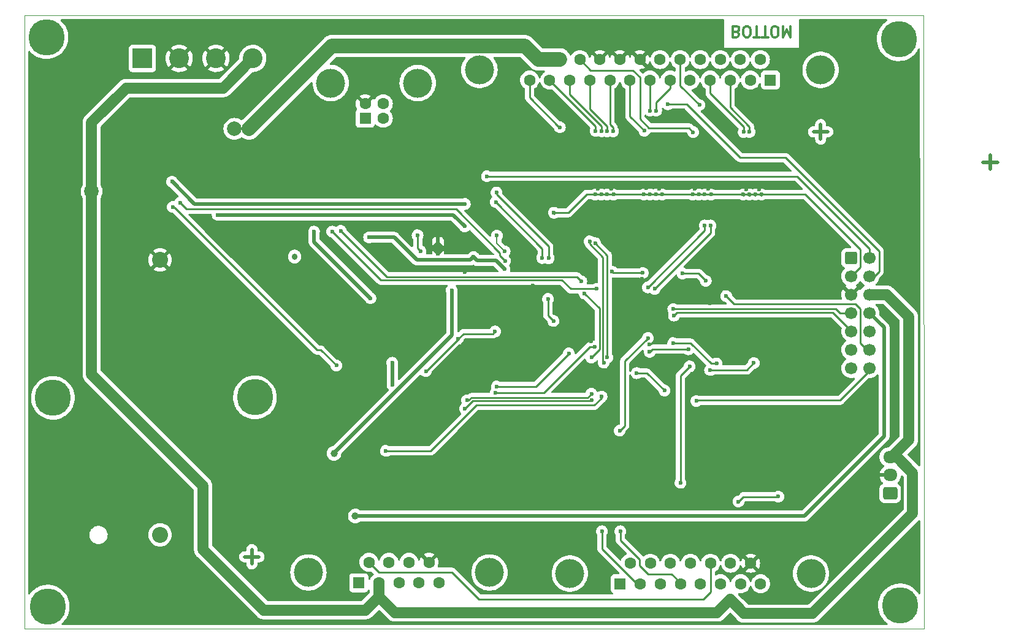
<source format=gbr>
%TF.GenerationSoftware,KiCad,Pcbnew,(6.0.1)*%
%TF.CreationDate,2022-09-20T17:47:08-03:00*%
%TF.ProjectId,HLI-M,484c492d-4d2e-46b6-9963-61645f706362,rev?*%
%TF.SameCoordinates,Original*%
%TF.FileFunction,Copper,L2,Bot*%
%TF.FilePolarity,Positive*%
%FSLAX46Y46*%
G04 Gerber Fmt 4.6, Leading zero omitted, Abs format (unit mm)*
G04 Created by KiCad (PCBNEW (6.0.1)) date 2022-09-20 17:47:08*
%MOMM*%
%LPD*%
G01*
G04 APERTURE LIST*
G04 Aperture macros list*
%AMRoundRect*
0 Rectangle with rounded corners*
0 $1 Rounding radius*
0 $2 $3 $4 $5 $6 $7 $8 $9 X,Y pos of 4 corners*
0 Add a 4 corners polygon primitive as box body*
4,1,4,$2,$3,$4,$5,$6,$7,$8,$9,$2,$3,0*
0 Add four circle primitives for the rounded corners*
1,1,$1+$1,$2,$3*
1,1,$1+$1,$4,$5*
1,1,$1+$1,$6,$7*
1,1,$1+$1,$8,$9*
0 Add four rect primitives between the rounded corners*
20,1,$1+$1,$2,$3,$4,$5,0*
20,1,$1+$1,$4,$5,$6,$7,0*
20,1,$1+$1,$6,$7,$8,$9,0*
20,1,$1+$1,$8,$9,$2,$3,0*%
G04 Aperture macros list end*
%TA.AperFunction,NonConductor*%
%ADD10C,0.500000*%
%TD*%
%TA.AperFunction,Profile*%
%ADD11C,0.050000*%
%TD*%
%ADD12C,0.300000*%
%TA.AperFunction,NonConductor*%
%ADD13C,0.300000*%
%TD*%
%TA.AperFunction,ComponentPad*%
%ADD14C,4.000000*%
%TD*%
%TA.AperFunction,ComponentPad*%
%ADD15R,1.600000X1.600000*%
%TD*%
%TA.AperFunction,ComponentPad*%
%ADD16C,1.600000*%
%TD*%
%TA.AperFunction,ComponentPad*%
%ADD17C,0.600000*%
%TD*%
%TA.AperFunction,SMDPad,CuDef*%
%ADD18R,0.600000X2.000000*%
%TD*%
%TA.AperFunction,ComponentPad*%
%ADD19R,2.730000X2.730000*%
%TD*%
%TA.AperFunction,ComponentPad*%
%ADD20C,2.730000*%
%TD*%
%TA.AperFunction,ComponentPad*%
%ADD21RoundRect,0.250000X-0.600000X-0.600000X0.600000X-0.600000X0.600000X0.600000X-0.600000X0.600000X0*%
%TD*%
%TA.AperFunction,ComponentPad*%
%ADD22C,1.700000*%
%TD*%
%TA.AperFunction,ComponentPad*%
%ADD23RoundRect,0.250000X0.725000X-0.600000X0.725000X0.600000X-0.725000X0.600000X-0.725000X-0.600000X0*%
%TD*%
%TA.AperFunction,ComponentPad*%
%ADD24O,1.950000X1.700000*%
%TD*%
%TA.AperFunction,ComponentPad*%
%ADD25C,2.205000*%
%TD*%
%TA.AperFunction,ViaPad*%
%ADD26C,5.000000*%
%TD*%
%TA.AperFunction,ViaPad*%
%ADD27C,0.600000*%
%TD*%
%TA.AperFunction,ViaPad*%
%ADD28C,2.000000*%
%TD*%
%TA.AperFunction,ViaPad*%
%ADD29C,1.000000*%
%TD*%
%TA.AperFunction,Conductor*%
%ADD30C,0.250000*%
%TD*%
%TA.AperFunction,Conductor*%
%ADD31C,0.500000*%
%TD*%
%TA.AperFunction,Conductor*%
%ADD32C,1.500000*%
%TD*%
%TA.AperFunction,Conductor*%
%ADD33C,0.762000*%
%TD*%
%TA.AperFunction,Conductor*%
%ADD34C,0.200000*%
%TD*%
%TA.AperFunction,Conductor*%
%ADD35C,2.000000*%
%TD*%
G04 APERTURE END LIST*
D10*
X199400000Y-49100000D02*
X197400000Y-49100000D01*
X174955200Y-43907200D02*
X174955200Y-45907200D01*
X96416000Y-102625000D02*
X96416000Y-104625000D01*
X97400000Y-103625000D02*
X95400000Y-103625000D01*
X175955200Y-44907200D02*
X173955200Y-44907200D01*
X198400000Y-48100000D02*
X198400000Y-50100000D01*
D11*
X189204600Y-113538000D02*
X189179200Y-28854400D01*
X65030000Y-28825500D02*
X65030000Y-113534500D01*
X189179200Y-28854400D02*
X65030000Y-28825500D01*
X65030000Y-113534500D02*
X189204600Y-113538000D01*
D12*
D13*
X163335714Y-31107142D02*
X163550000Y-31035714D01*
X163621428Y-30964285D01*
X163692857Y-30821428D01*
X163692857Y-30607142D01*
X163621428Y-30464285D01*
X163550000Y-30392857D01*
X163407142Y-30321428D01*
X162835714Y-30321428D01*
X162835714Y-31821428D01*
X163335714Y-31821428D01*
X163478571Y-31750000D01*
X163550000Y-31678571D01*
X163621428Y-31535714D01*
X163621428Y-31392857D01*
X163550000Y-31250000D01*
X163478571Y-31178571D01*
X163335714Y-31107142D01*
X162835714Y-31107142D01*
X164621428Y-31821428D02*
X164907142Y-31821428D01*
X165050000Y-31750000D01*
X165192857Y-31607142D01*
X165264285Y-31321428D01*
X165264285Y-30821428D01*
X165192857Y-30535714D01*
X165050000Y-30392857D01*
X164907142Y-30321428D01*
X164621428Y-30321428D01*
X164478571Y-30392857D01*
X164335714Y-30535714D01*
X164264285Y-30821428D01*
X164264285Y-31321428D01*
X164335714Y-31607142D01*
X164478571Y-31750000D01*
X164621428Y-31821428D01*
X165692857Y-31821428D02*
X166550000Y-31821428D01*
X166121428Y-30321428D02*
X166121428Y-31821428D01*
X166835714Y-31821428D02*
X167692857Y-31821428D01*
X167264285Y-30321428D02*
X167264285Y-31821428D01*
X168478571Y-31821428D02*
X168764285Y-31821428D01*
X168907142Y-31750000D01*
X169050000Y-31607142D01*
X169121428Y-31321428D01*
X169121428Y-30821428D01*
X169050000Y-30535714D01*
X168907142Y-30392857D01*
X168764285Y-30321428D01*
X168478571Y-30321428D01*
X168335714Y-30392857D01*
X168192857Y-30535714D01*
X168121428Y-30821428D01*
X168121428Y-31321428D01*
X168192857Y-31607142D01*
X168335714Y-31750000D01*
X168478571Y-31821428D01*
X169764285Y-30321428D02*
X169764285Y-31821428D01*
X170264285Y-30750000D01*
X170764285Y-31821428D01*
X170764285Y-30321428D01*
D14*
%TO.P,CON3,0*%
%TO.N,N/C*%
X174939000Y-36346300D03*
X127839000Y-36346300D03*
D15*
%TO.P,CON3,1,Pin_1*%
%TO.N,K_0*%
X168009000Y-37766300D03*
D16*
%TO.P,CON3,2,Pin_2*%
%TO.N,K_1*%
X165239000Y-37766300D03*
%TO.P,CON3,3,Pin_3*%
%TO.N,K_2*%
X162469000Y-37766300D03*
%TO.P,CON3,4,Pin_4*%
%TO.N,K_3*%
X159699000Y-37766300D03*
%TO.P,CON3,5,Pin_5*%
%TO.N,K_4*%
X156929000Y-37766300D03*
%TO.P,CON3,6,Pin_6*%
%TO.N,K_5*%
X154159000Y-37766300D03*
%TO.P,CON3,7,Pin_7*%
%TO.N,K_6*%
X151389000Y-37766300D03*
%TO.P,CON3,8,Pin_8*%
%TO.N,K_7*%
X148619000Y-37766300D03*
%TO.P,CON3,9,Pin_9*%
%TO.N,K_8*%
X145849000Y-37766300D03*
%TO.P,CON3,10,Pin_10*%
%TO.N,K_9*%
X143079000Y-37766300D03*
%TO.P,CON3,11,Pin_11*%
%TO.N,K_A*%
X140309000Y-37766300D03*
%TO.P,CON3,12,Pin_12*%
%TO.N,K_B*%
X137539000Y-37766300D03*
%TO.P,CON3,13,Pin_13*%
%TO.N,INIB*%
X134769000Y-37766300D03*
%TO.P,CON3,14,Pin_14*%
%TO.N,NOTE_*%
X166624000Y-34926300D03*
%TO.P,CON3,15,Pin_15*%
%TO.N,K_C*%
X163854000Y-34926300D03*
%TO.P,CON3,16,Pin_16*%
%TO.N,Net-(CON3-Pad16)*%
X161084000Y-34926300D03*
%TO.P,CON3,17,Pin_17*%
%TO.N,Net-(CON3-Pad17)*%
X158314000Y-34926300D03*
%TO.P,CON3,18,Pin_18*%
%TO.N,K_D*%
X155544000Y-34926300D03*
%TO.P,CON3,19,Pin_19*%
%TO.N,+5V*%
X152774000Y-34926300D03*
%TO.P,CON3,20,Pin_20*%
%TO.N,0*%
X150004000Y-34926300D03*
%TO.P,CON3,21,Pin_21*%
X147234000Y-34926300D03*
%TO.P,CON3,22,Pin_22*%
X144464000Y-34926300D03*
%TO.P,CON3,23,Pin_23*%
%TO.N,K_E*%
X141694000Y-34926300D03*
%TO.P,CON3,24,Pin_24*%
%TO.N,Net-(CON3-Pad24)*%
X138924000Y-34926300D03*
%TO.P,CON3,25,Pin_25*%
X136154000Y-34926300D03*
%TD*%
D17*
%TO.P,U6,11,DAP*%
%TO.N,0*%
X122118400Y-61652000D03*
X122118400Y-60252000D03*
D18*
X122118400Y-60952000D03*
%TD*%
D14*
%TO.P,CON7,0*%
%TO.N,N/C*%
X104227100Y-105802700D03*
X129227100Y-105802700D03*
D15*
%TO.P,CON7,1,Pin_1*%
%TO.N,PRINT_IMP*%
X111187100Y-107222700D03*
D16*
%TO.P,CON7,2,Pin_2*%
%TO.N,+12V*%
X113957100Y-107222700D03*
%TO.P,CON7,3,Pin_3*%
%TO.N,CIN1*%
X116727100Y-107222700D03*
%TO.P,CON7,4,Pin_4*%
%TO.N,COUT1*%
X119497100Y-107222700D03*
%TO.P,CON7,5,Pin_5*%
%TO.N,COUT*%
X122267100Y-107222700D03*
%TO.P,CON7,6,Pin_6*%
%TO.N,CIN*%
X112572100Y-104382700D03*
%TO.P,CON7,7,Pin_7*%
%TO.N,Net-(CON7-Pad7)*%
X115342100Y-104382700D03*
%TO.P,CON7,8,Pin_8*%
%TO.N,Net-(CON7-Pad8)*%
X118112100Y-104382700D03*
%TO.P,CON7,9,Pin_9*%
%TO.N,0*%
X120882100Y-104382700D03*
%TD*%
D19*
%TO.P,CON1,1,Pin_1*%
%TO.N,+5V*%
X81305400Y-34775500D03*
D20*
%TO.P,CON1,2,Pin_2*%
%TO.N,0*%
X86385400Y-34775500D03*
%TO.P,CON1,3,Pin_3*%
X91465400Y-34775500D03*
%TO.P,CON1,4,Pin_4*%
%TO.N,+12V*%
X96545400Y-34775500D03*
%TD*%
D15*
%TO.P,CON2,1,VBUS*%
%TO.N,+5VL*%
X112059400Y-43033300D03*
D16*
%TO.P,CON2,2,D-*%
%TO.N,Net-(CON2-Pad2)*%
X114559400Y-43033300D03*
%TO.P,CON2,3,D+*%
%TO.N,Net-(CON2-Pad3)*%
X114559400Y-41033300D03*
%TO.P,CON2,4,GND*%
%TO.N,0*%
X112059400Y-41033300D03*
D14*
%TO.P,CON2,5,Shield*%
%TO.N,Net-(CON2-Pad5)*%
X119309400Y-38173300D03*
X107309400Y-38173300D03*
%TD*%
%TO.P,CON6,0*%
%TO.N,N/C*%
X140322000Y-105941000D03*
X173622000Y-105941000D03*
D15*
%TO.P,CON6,1,Pin_1*%
%TO.N,Net-(CON6-Pad1)*%
X147277000Y-107361000D03*
D16*
%TO.P,CON6,2,Pin_2*%
%TO.N,Net-(CON6-Pad2)*%
X150047000Y-107361000D03*
%TO.P,CON6,3,Pin_3*%
%TO.N,Net-(CON6-Pad3)*%
X152817000Y-107361000D03*
%TO.P,CON6,4,Pin_4*%
%TO.N,Net-(CON6-Pad4)*%
X155587000Y-107361000D03*
%TO.P,CON6,5,Pin_5*%
%TO.N,Net-(CON6-Pad5)*%
X158357000Y-107361000D03*
%TO.P,CON6,6,Pin_6*%
%TO.N,Net-(CON6-Pad6)*%
X161127000Y-107361000D03*
%TO.P,CON6,7,Pin_7*%
%TO.N,Net-(CON6-Pad7)*%
X163897000Y-107361000D03*
%TO.P,CON6,8,Pin_8*%
%TO.N,Net-(CON6-Pad8)*%
X166667000Y-107361000D03*
%TO.P,CON6,9,Pin_9*%
%TO.N,Net-(CON6-Pad9)*%
X148662000Y-104521000D03*
%TO.P,CON6,10,Pin_10*%
%TO.N,Net-(CON6-Pad10)*%
X151432000Y-104521000D03*
%TO.P,CON6,11,Pin_11*%
%TO.N,unconnected-(CON6-Pad11)*%
X154202000Y-104521000D03*
%TO.P,CON6,12,Pin_12*%
%TO.N,COUT*%
X156972000Y-104521000D03*
%TO.P,CON6,13,Pin_13*%
%TO.N,CIN*%
X159742000Y-104521000D03*
%TO.P,CON6,14,Pin_14*%
%TO.N,+12V*%
X162512000Y-104521000D03*
%TO.P,CON6,15,Pin_15*%
%TO.N,0*%
X165282000Y-104521000D03*
%TD*%
D21*
%TO.P,CON4,1,Pin_1*%
%TO.N,RESET*%
X179163700Y-62331600D03*
D22*
%TO.P,CON4,2,Pin_2*%
%TO.N,RXP*%
X181703700Y-62331600D03*
%TO.P,CON4,3,Pin_3*%
%TO.N,+3V3*%
X179163700Y-64871600D03*
%TO.P,CON4,4,Pin_4*%
%TO.N,TXP*%
X181703700Y-64871600D03*
%TO.P,CON4,5,Pin_5*%
%TO.N,0*%
X179163700Y-67411600D03*
%TO.P,CON4,6,Pin_6*%
%TO.N,+12V*%
X181703700Y-67411600D03*
%TO.P,CON4,7,Pin_7*%
%TO.N,PGED2*%
X179163700Y-69951600D03*
%TO.P,CON4,8,Pin_8*%
%TO.N,VBAT*%
X181703700Y-69951600D03*
%TO.P,CON4,9,Pin_9*%
%TO.N,PGEC2*%
X179163700Y-72491600D03*
%TO.P,CON4,10,Pin_10*%
%TO.N,+5V*%
X181703700Y-72491600D03*
%TO.P,CON4,11,Pin_11*%
%TO.N,unconnected-(CON4-Pad11)*%
X179163700Y-75031600D03*
%TO.P,CON4,12,Pin_12*%
%TO.N,+3.3VP*%
X181703700Y-75031600D03*
%TO.P,CON4,13,Pin_13*%
%TO.N,unconnected-(CON4-Pad13)*%
X179163700Y-77571600D03*
%TO.P,CON4,14,Pin_14*%
%TO.N,+2V5*%
X181703700Y-77571600D03*
%TD*%
D23*
%TO.P,CON5,1,Pin_1*%
%TO.N,+5V*%
X184556400Y-94843600D03*
D24*
%TO.P,CON5,2,Pin_2*%
%TO.N,0*%
X184556400Y-92343600D03*
%TO.P,CON5,3,Pin_3*%
%TO.N,+12V*%
X184556400Y-89843600D03*
%TD*%
D25*
%TO.P,CON8,N*%
%TO.N,0*%
X83736800Y-62617800D03*
%TO.P,CON8,P*%
%TO.N,Net-(CON8-Pad1)*%
X83736800Y-100587800D03*
%TD*%
D26*
%TO.N,*%
X96840000Y-81600000D03*
X68940000Y-81670000D03*
X185724800Y-32131000D03*
X185902600Y-110337600D03*
X68230000Y-110500000D03*
X68060000Y-31830000D03*
D27*
%TO.N,0*%
X159700000Y-68600000D03*
X142000000Y-62400000D03*
X129700000Y-71500000D03*
X157595000Y-52743100D03*
X81483200Y-41859200D03*
X140970000Y-44450000D03*
X140893800Y-67716400D03*
X144196000Y-52768500D03*
X162712400Y-45643800D03*
X159436000Y-52743100D03*
X173500000Y-72600000D03*
X138440000Y-73420000D03*
X164668200Y-52857400D03*
X165862000Y-61214000D03*
X110134400Y-46228000D03*
X146405600Y-72237600D03*
X169646600Y-74930000D03*
X125825000Y-64275000D03*
X135542100Y-62800000D03*
X152629000Y-52806600D03*
X146050000Y-52793900D03*
X109753400Y-53594000D03*
X131610600Y-68695600D03*
X150864000Y-52717700D03*
X114487500Y-72100000D03*
X161290000Y-57683400D03*
X150300000Y-65200000D03*
X155346400Y-45745400D03*
X125700000Y-69700000D03*
X135200000Y-66125000D03*
X113600000Y-75200000D03*
X112358600Y-46264400D03*
X166454647Y-52847779D03*
X165201600Y-73075800D03*
X145900000Y-60158778D03*
X143290000Y-73860000D03*
X151300000Y-74300000D03*
%TO.N,+3.3VP*%
X155900000Y-64500000D03*
X150400000Y-64400000D03*
X151100000Y-73400000D03*
X146160000Y-64230000D03*
X159100000Y-65500000D03*
X147200000Y-86200000D03*
X86500000Y-54700000D03*
X138050000Y-71050000D03*
X161900000Y-67600000D03*
X131386300Y-62723800D03*
X137300000Y-68000000D03*
%TO.N,Net-(C18-Pad1)*%
X156700000Y-74955400D03*
X151333200Y-75311000D03*
%TO.N,+5VL*%
X105000000Y-58700000D03*
X112800000Y-67900000D03*
%TO.N,Net-(C8-Pad1)*%
X119700000Y-61400000D03*
X119300000Y-59200000D03*
%TO.N,KA*%
X143814800Y-60299600D03*
X145500000Y-76100000D03*
%TO.N,KB*%
X145000000Y-76800000D03*
X143052800Y-60045600D03*
%TO.N,KC*%
X158946800Y-57853200D03*
X151100000Y-66400000D03*
%TO.N,NOTE*%
X159746800Y-57853200D03*
X152046300Y-66604700D03*
D28*
%TO.N,+12V*%
X74295000Y-53136800D03*
D27*
%TO.N,INIB*%
X138938000Y-44272200D03*
%TO.N,PGED2*%
X154600000Y-69400000D03*
%TO.N,PGEC2*%
X154700000Y-70300000D03*
%TO.N,PIN-INIB*%
X142367000Y-67259200D03*
X143300000Y-76100000D03*
%TO.N,PIN-PRINT*%
X144700000Y-81500000D03*
X114909600Y-89000000D03*
%TO.N,Net-(Q7-Pad1)*%
X163600000Y-96000000D03*
X169113200Y-95318000D03*
%TO.N,PIN-S11*%
X143300000Y-81100000D03*
X126114270Y-82019870D03*
%TO.N,PIN-S10*%
X125844659Y-83172659D03*
X143306800Y-82000000D03*
%TO.N,Net-(U1-Pad34)*%
X136500000Y-62350000D03*
X130098800Y-54610000D03*
%TO.N,Net-(U1-Pad33)*%
X130185500Y-53289200D03*
X137400000Y-62382400D03*
%TO.N,TXA*%
X107500000Y-58700000D03*
X144000000Y-66600000D03*
%TO.N,RXA*%
X108700000Y-58600000D03*
X141900000Y-65557400D03*
%TO.N,Net-(U1-Pad8)*%
X160578800Y-76911200D03*
X154600000Y-74100000D03*
%TO.N,Net-(C10-Pad1)*%
X131325000Y-61425000D03*
X130250000Y-59250000D03*
%TO.N,K_D*%
X158202900Y-41198900D03*
%TO.N,K_5*%
X152247600Y-41986200D03*
%TO.N,K_6*%
X151409400Y-41986200D03*
%TO.N,K_7*%
X150622000Y-44754800D03*
%TO.N,K_8*%
X146290703Y-44856400D03*
%TO.N,K_9*%
X145491200Y-44856400D03*
%TO.N,K_A*%
X144688843Y-44831674D03*
%TO.N,K_B*%
X143891000Y-44780200D03*
%TO.N,K_2*%
X165125400Y-44932600D03*
%TO.N,K_3*%
X164325897Y-44932600D03*
%TO.N,K_E*%
X157353000Y-44958000D03*
%TO.N,+2V5*%
X157800000Y-82100000D03*
%TO.N,RXP*%
X128879600Y-51054000D03*
%TO.N,TXP*%
X153847800Y-41097200D03*
%TO.N,VBAT*%
X125806200Y-57962800D03*
X124000000Y-66800000D03*
D29*
X107750000Y-89350000D03*
D27*
X91700000Y-56400000D03*
D29*
X110700000Y-98000000D03*
D27*
%TO.N,+5VD*%
X112600000Y-59500000D03*
X115840000Y-79900000D03*
X127000000Y-62200000D03*
X115790000Y-76820000D03*
X131286300Y-63872800D03*
%TO.N,Net-(R9-Pad1)*%
X143770000Y-74590000D03*
X130073400Y-80949800D03*
D28*
%TO.N,Net-(CON3-Pad24)*%
X94000000Y-44500000D03*
X96000000Y-44474600D03*
D27*
%TO.N,Net-(CON6-Pad2)*%
X144754600Y-100100000D03*
%TO.N,Net-(CON6-Pad4)*%
X147300000Y-100100000D03*
%TO.N,Net-(C19-Pad1)*%
X149555200Y-78257400D03*
X153390600Y-80645000D03*
%TO.N,+3V3*%
X165933000Y-53567400D03*
X158147000Y-53567400D03*
X158947000Y-53567400D03*
X156870400Y-77317600D03*
X120440800Y-77978000D03*
X166803000Y-53567400D03*
X138125200Y-56083200D03*
X165735000Y-76860400D03*
X130000000Y-72500000D03*
X157277000Y-53567400D03*
X155600000Y-93400000D03*
X146355000Y-53567400D03*
X159817000Y-53579600D03*
X150547000Y-53567400D03*
X85500000Y-55300000D03*
X108080000Y-77200000D03*
X144685000Y-53567400D03*
X145485000Y-53561600D03*
X85400000Y-51800000D03*
X125826000Y-54874000D03*
X151417000Y-53567400D03*
X153087000Y-53567400D03*
X143815000Y-53567400D03*
X164263000Y-53567400D03*
X165133000Y-53567400D03*
X152217000Y-53567400D03*
X124854400Y-73500000D03*
X159689800Y-77825600D03*
%TO.N,Net-(R6-Pad1)*%
X140190000Y-75530000D03*
X130230000Y-80100000D03*
%TD*%
D30*
%TO.N,+3.3VP*%
X147900000Y-85500000D02*
X147900000Y-76600000D01*
X130650500Y-61988000D02*
X130650500Y-61650500D01*
X146330000Y-64400000D02*
X150400000Y-64400000D01*
X87400000Y-55600000D02*
X86500000Y-54700000D01*
X137290000Y-70290000D02*
X137290000Y-68010000D01*
X180441600Y-74091800D02*
X181381400Y-75031600D01*
X161900000Y-67600000D02*
X163000000Y-68700000D01*
X181381400Y-75031600D02*
X181703700Y-75031600D01*
X146160000Y-64230000D02*
X146330000Y-64400000D01*
X124600000Y-55600000D02*
X87400000Y-55600000D01*
X179774200Y-68700000D02*
X180441600Y-69367400D01*
X163000000Y-68700000D02*
X179774200Y-68700000D01*
X180441600Y-69367400D02*
X180441600Y-74091800D01*
X159100000Y-65500000D02*
X158100000Y-64500000D01*
X130650500Y-61650500D02*
X124600000Y-55600000D01*
X158100000Y-64500000D02*
X155900000Y-64500000D01*
X138050000Y-71050000D02*
X137290000Y-70290000D01*
X147900000Y-76600000D02*
X151100000Y-73400000D01*
X131386300Y-62723800D02*
X130650500Y-61988000D01*
X137290000Y-68010000D02*
X137300000Y-68000000D01*
X147200000Y-86200000D02*
X147900000Y-85500000D01*
%TO.N,Net-(C18-Pad1)*%
X151739600Y-74955400D02*
X151384000Y-75311000D01*
X156700000Y-74955400D02*
X151739600Y-74955400D01*
X151384000Y-75311000D02*
X151333200Y-75311000D01*
D31*
%TO.N,+5VL*%
X105000000Y-60100000D02*
X112800000Y-67900000D01*
X105000000Y-58700000D02*
X105000000Y-60100000D01*
D30*
%TO.N,Net-(C8-Pad1)*%
X119300000Y-61000000D02*
X119700000Y-61400000D01*
X119300000Y-59200000D02*
X119300000Y-61000000D01*
%TO.N,KA*%
X145500000Y-76100000D02*
X145480000Y-76080000D01*
X145480000Y-76080000D02*
X145480000Y-61964800D01*
X145480000Y-61964800D02*
X143814800Y-60299600D01*
%TO.N,KB*%
X143052800Y-60420793D02*
X143052800Y-60045600D01*
X144860000Y-62227993D02*
X143052800Y-60420793D01*
X145000000Y-76800000D02*
X144860000Y-76660000D01*
X144860000Y-76660000D02*
X144860000Y-62227993D01*
%TO.N,KC*%
X158946800Y-57853200D02*
X158946800Y-58553200D01*
X158946800Y-58553200D02*
X151100000Y-66400000D01*
%TO.N,NOTE*%
X159746800Y-57853200D02*
X159746800Y-58904200D01*
X159746800Y-58904200D02*
X152046300Y-66604700D01*
D32*
%TO.N,+12V*%
X116154200Y-111328200D02*
X160655000Y-111328200D01*
X112090200Y-110998000D02*
X113957100Y-109131100D01*
X74295000Y-53136800D02*
X74295000Y-78435200D01*
X79044800Y-38862000D02*
X74295000Y-43611800D01*
X187655200Y-92024200D02*
X185474600Y-89843600D01*
X113957100Y-109131100D02*
X116154200Y-111328200D01*
X162458400Y-109524800D02*
X164363400Y-111429800D01*
X98048000Y-110998000D02*
X112090200Y-110998000D01*
X164363400Y-111429800D02*
X164363400Y-111480600D01*
X164363400Y-111480600D02*
X173786800Y-111480600D01*
X184099200Y-67411600D02*
X181703700Y-67411600D01*
X185474600Y-89843600D02*
X184556400Y-89843600D01*
X89687400Y-93827600D02*
X89687400Y-102637400D01*
X187121800Y-70434200D02*
X184099200Y-67411600D01*
X89687400Y-102637400D02*
X98048000Y-110998000D01*
X184556400Y-89843600D02*
X184781200Y-89843600D01*
X92458900Y-38862000D02*
X79044800Y-38862000D01*
X74295000Y-78435200D02*
X89687400Y-93827600D01*
X96545400Y-34775500D02*
X92458900Y-38862000D01*
X74295000Y-43611800D02*
X74295000Y-53136800D01*
X187121800Y-87503000D02*
X187121800Y-70434200D01*
X160655000Y-111328200D02*
X162458400Y-109524800D01*
X187655200Y-97612200D02*
X187655200Y-92024200D01*
X173786800Y-111480600D02*
X187655200Y-97612200D01*
X113957100Y-107222700D02*
X113957100Y-109131100D01*
X184781200Y-89843600D02*
X187121800Y-87503000D01*
D30*
%TO.N,CIN*%
X159742000Y-108518000D02*
X158790000Y-109470000D01*
X112572100Y-104382700D02*
X113221900Y-104382700D01*
X113955000Y-105765600D02*
X112572100Y-104382700D01*
X124053600Y-105765600D02*
X113955000Y-105765600D01*
X159742000Y-104521000D02*
X159742000Y-108518000D01*
X158790000Y-109470000D02*
X127758000Y-109470000D01*
X127758000Y-109470000D02*
X124053600Y-105765600D01*
D33*
%TO.N,+5V*%
X81305400Y-34775500D02*
X81424500Y-34775500D01*
D30*
%TO.N,INIB*%
X138861800Y-44272200D02*
X134769000Y-40179400D01*
X134769000Y-40179400D02*
X134769000Y-37766300D01*
X138938000Y-44272200D02*
X138861800Y-44272200D01*
%TO.N,PGED2*%
X177070600Y-69400000D02*
X177622200Y-69951600D01*
X154600000Y-69400000D02*
X177070600Y-69400000D01*
X177622200Y-69951600D02*
X179163700Y-69951600D01*
%TO.N,PGEC2*%
X176656200Y-69900000D02*
X179163700Y-72407500D01*
X154700000Y-70300000D02*
X155100000Y-69900000D01*
X179163700Y-72407500D02*
X179163700Y-72491600D01*
X155100000Y-69900000D02*
X176656200Y-69900000D01*
%TO.N,PIN-INIB*%
X144410000Y-69302200D02*
X142367000Y-67259200D01*
X144410000Y-74990000D02*
X144410000Y-69302200D01*
X143300000Y-76100000D02*
X144410000Y-74990000D01*
%TO.N,PIN-PRINT*%
X143700000Y-82700000D02*
X144700000Y-81700000D01*
X121100000Y-89000000D02*
X127400000Y-82700000D01*
X144700000Y-81700000D02*
X144700000Y-81500000D01*
X114909600Y-89000000D02*
X121100000Y-89000000D01*
X127400000Y-82700000D02*
X143700000Y-82700000D01*
%TO.N,Net-(Q7-Pad1)*%
X164273800Y-95326200D02*
X169105000Y-95326200D01*
X163600000Y-96000000D02*
X164273800Y-95326200D01*
X169105000Y-95326200D02*
X169113200Y-95318000D01*
%TO.N,PIN-S11*%
X126736611Y-81644989D02*
X126361730Y-82019870D01*
X143300000Y-81100000D02*
X142755011Y-81644989D01*
X126361730Y-82019870D02*
X126114270Y-82019870D01*
X142755011Y-81644989D02*
X126736611Y-81644989D01*
%TO.N,PIN-S10*%
X143212291Y-82094509D02*
X126922809Y-82094509D01*
X126922809Y-82094509D02*
X125844659Y-83172659D01*
X143306800Y-82000000D02*
X143212291Y-82094509D01*
%TO.N,Net-(U1-Pad34)*%
X130098800Y-54635400D02*
X130098800Y-54610000D01*
X136499600Y-62382400D02*
X136499600Y-61036200D01*
X136499600Y-61036200D02*
X130098800Y-54635400D01*
%TO.N,Net-(U1-Pad33)*%
X130185500Y-53289200D02*
X130185500Y-53553700D01*
X137388600Y-62371000D02*
X137400000Y-62382400D01*
X130185500Y-53553700D02*
X137388600Y-60756800D01*
X137388600Y-60756800D02*
X137388600Y-62371000D01*
%TO.N,TXA*%
X144000000Y-66600000D02*
X140425000Y-66600000D01*
X140425000Y-66600000D02*
X139225500Y-65400500D01*
X139225500Y-65400500D02*
X114200500Y-65400500D01*
X114200500Y-65400500D02*
X107500000Y-58700000D01*
%TO.N,RXA*%
X141900000Y-65557400D02*
X141293599Y-64950999D01*
X141293599Y-64950999D02*
X115050999Y-64950999D01*
X115050999Y-64950999D02*
X108700000Y-58600000D01*
%TO.N,Net-(U1-Pad8)*%
X159816800Y-76911200D02*
X160578800Y-76911200D01*
X157005600Y-74100000D02*
X159816800Y-76911200D01*
X154600000Y-74100000D02*
X157005600Y-74100000D01*
D34*
%TO.N,Net-(C10-Pad1)*%
X130250000Y-59250000D02*
X130250000Y-60350000D01*
X130250000Y-60350000D02*
X131300000Y-61400000D01*
D33*
X102311200Y-62204600D02*
X102311200Y-62077600D01*
D30*
%TO.N,K_D*%
X158202900Y-41198900D02*
X155544000Y-38540000D01*
X155544000Y-38540000D02*
X155544000Y-34926300D01*
%TO.N,K_5*%
X154159000Y-38931800D02*
X152247600Y-40843200D01*
X154159000Y-37766300D02*
X154159000Y-38931800D01*
X152247600Y-40843200D02*
X152247600Y-41986200D01*
%TO.N,K_6*%
X151409400Y-37786700D02*
X151389000Y-37766300D01*
X151409400Y-41986200D02*
X151409400Y-37786700D01*
%TO.N,K_7*%
X148619000Y-42751800D02*
X148619000Y-37766300D01*
X150622000Y-44754800D02*
X148619000Y-42751800D01*
%TO.N,K_8*%
X145846800Y-37768500D02*
X145846800Y-43890482D01*
X145846800Y-43890482D02*
X146290703Y-44334385D01*
X146290703Y-44334385D02*
X146290703Y-44856400D01*
X145849000Y-37766300D02*
X145846800Y-37768500D01*
%TO.N,K_9*%
X143079000Y-37766300D02*
X143079000Y-41758400D01*
X145491200Y-44170600D02*
X145491200Y-44856400D01*
X143079000Y-41758400D02*
X145491200Y-44170600D01*
%TO.N,K_A*%
X140309000Y-37766300D02*
X140309000Y-39775800D01*
X140309000Y-39775800D02*
X144688843Y-44155643D01*
X144688843Y-44155643D02*
X144688843Y-44831674D01*
%TO.N,K_B*%
X143891000Y-44170600D02*
X143891000Y-44780200D01*
X137539000Y-38428200D02*
X137539000Y-37766300D01*
X137539000Y-37818600D02*
X143891000Y-44170600D01*
X137539000Y-37766300D02*
X137539000Y-37818600D01*
%TO.N,K_2*%
X165125400Y-44196000D02*
X162469000Y-41539600D01*
X165125400Y-44932600D02*
X165125400Y-44196000D01*
X162469000Y-41539600D02*
X162469000Y-37766300D01*
%TO.N,K_3*%
X164325897Y-44209297D02*
X164325897Y-44932600D01*
X159699000Y-39589400D02*
X164318897Y-44209297D01*
X164318897Y-44209297D02*
X164325897Y-44209297D01*
X159699000Y-37766300D02*
X159699000Y-39589400D01*
%TO.N,K_E*%
X157353000Y-44958000D02*
X156768800Y-44373800D01*
X150004000Y-43120800D02*
X150004000Y-37382500D01*
X156768800Y-44373800D02*
X151257000Y-44373800D01*
X151257000Y-44373800D02*
X150004000Y-43120800D01*
X150004000Y-37382500D02*
X149021500Y-36400000D01*
X149021500Y-36400000D02*
X143167700Y-36400000D01*
X143167700Y-36400000D02*
X141694000Y-34926300D01*
%TO.N,+2V5*%
X157800000Y-82100000D02*
X157908800Y-81991200D01*
X157908800Y-81991200D02*
X177647600Y-81991200D01*
X177647600Y-81991200D02*
X181703700Y-77935100D01*
X181703700Y-77935100D02*
X181703700Y-77571600D01*
%TO.N,RXP*%
X128879600Y-51054000D02*
X171704000Y-51054000D01*
X181703700Y-61053700D02*
X181703700Y-62331600D01*
X171704000Y-51054000D02*
X181703700Y-61053700D01*
%TO.N,TXP*%
X182372000Y-64871600D02*
X181703700Y-64871600D01*
X153873200Y-41071800D02*
X156438600Y-41071800D01*
X153847800Y-41097200D02*
X153873200Y-41071800D01*
X156438600Y-41071800D02*
X163830000Y-48463200D01*
X183032400Y-61391800D02*
X183032400Y-64211200D01*
X183032400Y-64211200D02*
X182372000Y-64871600D01*
X170103800Y-48463200D02*
X183032400Y-61391800D01*
X163830000Y-48463200D02*
X170103800Y-48463200D01*
D31*
%TO.N,VBAT*%
X172700000Y-98000000D02*
X183700000Y-87000000D01*
X124000000Y-66800000D02*
X124000000Y-73030000D01*
X183700000Y-87000000D02*
X183700000Y-71947900D01*
X124243400Y-56400000D02*
X91700000Y-56400000D01*
X124000000Y-73030000D02*
X107750000Y-89280000D01*
X110700000Y-98000000D02*
X172700000Y-98000000D01*
X183700000Y-71947900D02*
X181703700Y-69951600D01*
X125806200Y-57962800D02*
X124243400Y-56400000D01*
X107750000Y-89350000D02*
X107700000Y-89400000D01*
X107750000Y-89280000D02*
X107750000Y-89350000D01*
%TO.N,+5VD*%
X115790000Y-76820000D02*
X115840000Y-76870000D01*
X131286300Y-63872800D02*
X130113500Y-62700000D01*
X119200000Y-62600000D02*
X126600000Y-62600000D01*
X112600000Y-59500000D02*
X116100000Y-59500000D01*
X126600000Y-62600000D02*
X127000000Y-62200000D01*
X116100000Y-59500000D02*
X119200000Y-62600000D01*
X127500000Y-62700000D02*
X127000000Y-62200000D01*
X130113500Y-62700000D02*
X127500000Y-62700000D01*
X115840000Y-76870000D02*
X115840000Y-79900000D01*
D30*
%TO.N,Net-(R9-Pad1)*%
X143088000Y-74590000D02*
X136728200Y-80949800D01*
X136728200Y-80949800D02*
X130073400Y-80949800D01*
X143770000Y-74590000D02*
X143088000Y-74590000D01*
D35*
%TO.N,Net-(CON3-Pad24)*%
X107454600Y-33045400D02*
X134086600Y-33045400D01*
X138924000Y-34926300D02*
X138924000Y-34868563D01*
X96000000Y-44474600D02*
X96025400Y-44474600D01*
X134086600Y-33045400D02*
X135967500Y-34926300D01*
X96025400Y-44474600D02*
X107454600Y-33045400D01*
X138924000Y-34926300D02*
X136154000Y-34926300D01*
X135967500Y-34926300D02*
X136154000Y-34926300D01*
D30*
%TO.N,Net-(CON6-Pad2)*%
X144754600Y-100100000D02*
X144754600Y-102539800D01*
X149575800Y-107361000D02*
X150047000Y-107361000D01*
X144754600Y-102539800D02*
X149575800Y-107361000D01*
%TO.N,Net-(CON6-Pad4)*%
X155587000Y-107361000D02*
X155290800Y-107361000D01*
X151130000Y-106019600D02*
X154355800Y-106019600D01*
X149987000Y-104038400D02*
X149987000Y-104876600D01*
X149987000Y-104876600D02*
X151130000Y-106019600D01*
X154355800Y-106019600D02*
X155587000Y-107250800D01*
X147300000Y-100100000D02*
X147300000Y-101351400D01*
X155587000Y-107250800D02*
X155587000Y-107361000D01*
X147300000Y-101351400D02*
X149987000Y-104038400D01*
%TO.N,Net-(C19-Pad1)*%
X151003000Y-78257400D02*
X153390600Y-80645000D01*
X149555200Y-78257400D02*
X151003000Y-78257400D01*
D31*
%TO.N,+3V3*%
X164263000Y-53567400D02*
X164302511Y-53606911D01*
X166803000Y-53567400D02*
X166773110Y-53597290D01*
D30*
X120440800Y-77978000D02*
X120390000Y-78028800D01*
X146349200Y-53561600D02*
X146355000Y-53567400D01*
X172820400Y-53567400D02*
X180441600Y-61188600D01*
X158947000Y-53567400D02*
X159804800Y-53567400D01*
D31*
X165972511Y-53606911D02*
X165933000Y-53567400D01*
D30*
X159804800Y-53567400D02*
X159817000Y-53579600D01*
X155600000Y-78588000D02*
X156870400Y-77317600D01*
X85750000Y-55400000D02*
X105420000Y-75070000D01*
D31*
X165093489Y-53606911D02*
X165133000Y-53567400D01*
D30*
X157277000Y-53567400D02*
X158147000Y-53567400D01*
X164250800Y-53579600D02*
X164263000Y-53567400D01*
X138125200Y-56083200D02*
X140106400Y-56083200D01*
X105950000Y-75070000D02*
X108080000Y-77200000D01*
X180441600Y-63593700D02*
X179163700Y-64871600D01*
X166803000Y-53567400D02*
X172820400Y-53567400D01*
X164263000Y-53567400D02*
X165133000Y-53567400D01*
X143815000Y-53567400D02*
X144685000Y-53567400D01*
X151417000Y-53567400D02*
X152217000Y-53567400D01*
X180441600Y-61188600D02*
X180441600Y-63593700D01*
D31*
X88500000Y-54900000D02*
X85400000Y-51800000D01*
X165162890Y-53597290D02*
X165133000Y-53567400D01*
X138125200Y-56083200D02*
X138176000Y-56134000D01*
D30*
X130000000Y-72500000D02*
X129900000Y-72600000D01*
X158147000Y-53567400D02*
X158947000Y-53567400D01*
X125618800Y-72800000D02*
X124918800Y-73500000D01*
X155600000Y-93400000D02*
X155600000Y-78588000D01*
X140106400Y-56083200D02*
X142622200Y-53567400D01*
X164769800Y-77825600D02*
X159689800Y-77825600D01*
D31*
X125826000Y-54874000D02*
X125800000Y-54900000D01*
D30*
X129700000Y-72800000D02*
X125618800Y-72800000D01*
X130000000Y-72500000D02*
X129700000Y-72800000D01*
X124854400Y-73564400D02*
X120440800Y-77978000D01*
X146355000Y-53567400D02*
X150547000Y-53567400D01*
X105420000Y-75070000D02*
X105950000Y-75070000D01*
X159817000Y-53579600D02*
X164250800Y-53579600D01*
X145485000Y-53561600D02*
X146349200Y-53561600D01*
X165933000Y-53567400D02*
X166803000Y-53567400D01*
X85600000Y-55400000D02*
X85750000Y-55400000D01*
X144748200Y-53567400D02*
X144754000Y-53561600D01*
X142622200Y-53567400D02*
X143815000Y-53567400D01*
X144685000Y-53567400D02*
X145479200Y-53567400D01*
X124918800Y-73500000D02*
X124854400Y-73500000D01*
X152217000Y-53567400D02*
X153087000Y-53567400D01*
X165735000Y-76860400D02*
X164769800Y-77825600D01*
D31*
X144760000Y-53567400D02*
X144754000Y-53561600D01*
D30*
X124854400Y-73500000D02*
X124854400Y-73564400D01*
X153087000Y-53567400D02*
X157277000Y-53567400D01*
X145479200Y-53567400D02*
X145485000Y-53561600D01*
X165133000Y-53567400D02*
X165933000Y-53567400D01*
D31*
X125800000Y-54900000D02*
X88500000Y-54900000D01*
D30*
X150547000Y-53567400D02*
X151417000Y-53567400D01*
%TO.N,Net-(R6-Pad1)*%
X140190000Y-75530000D02*
X135620000Y-80100000D01*
X135620000Y-80100000D02*
X130230000Y-80100000D01*
%TD*%
%TA.AperFunction,Conductor*%
%TO.N,0*%
G36*
X161544600Y-29355967D02*
G01*
X161612716Y-29375985D01*
X161659197Y-29429651D01*
X161670571Y-29481967D01*
X161670571Y-33315500D01*
X171929428Y-33315500D01*
X171929428Y-29484413D01*
X171949430Y-29416292D01*
X172003086Y-29369799D01*
X172055455Y-29358413D01*
X184040626Y-29361203D01*
X184108742Y-29381221D01*
X184155223Y-29434887D01*
X184165310Y-29505164D01*
X184135802Y-29569738D01*
X184107553Y-29593940D01*
X183979079Y-29674532D01*
X183976243Y-29676804D01*
X183976236Y-29676809D01*
X183772629Y-29839929D01*
X183708309Y-29891459D01*
X183705758Y-29894037D01*
X183491948Y-30110098D01*
X183464266Y-30138071D01*
X183462025Y-30140929D01*
X183405532Y-30212978D01*
X183250186Y-30411098D01*
X183248293Y-30414187D01*
X183248291Y-30414190D01*
X183203736Y-30486897D01*
X183068905Y-30706921D01*
X183067380Y-30710206D01*
X183067378Y-30710210D01*
X183022988Y-30805841D01*
X182922827Y-31021620D01*
X182813887Y-31351023D01*
X182813151Y-31354578D01*
X182813150Y-31354581D01*
X182746315Y-31677315D01*
X182743530Y-31690764D01*
X182728092Y-31863744D01*
X182713968Y-32022004D01*
X182712688Y-32036341D01*
X182712783Y-32039971D01*
X182712783Y-32039972D01*
X182721675Y-32379546D01*
X182721770Y-32383171D01*
X182770656Y-32726660D01*
X182858697Y-33062253D01*
X182984727Y-33385503D01*
X182986424Y-33388708D01*
X183123945Y-33648440D01*
X183147075Y-33692126D01*
X183149125Y-33695109D01*
X183149127Y-33695112D01*
X183341533Y-33975064D01*
X183341539Y-33975071D01*
X183343590Y-33978056D01*
X183434266Y-34082000D01*
X183529311Y-34190952D01*
X183571666Y-34239505D01*
X183574351Y-34241948D01*
X183784068Y-34432775D01*
X183828281Y-34473006D01*
X184110033Y-34675466D01*
X184413188Y-34844200D01*
X184733728Y-34976972D01*
X184737222Y-34977967D01*
X184737224Y-34977968D01*
X185063903Y-35071025D01*
X185063908Y-35071026D01*
X185067404Y-35072022D01*
X185264104Y-35104233D01*
X185406212Y-35127504D01*
X185406219Y-35127505D01*
X185409793Y-35128090D01*
X185565455Y-35135431D01*
X185752731Y-35144263D01*
X185752732Y-35144263D01*
X185756358Y-35144434D01*
X185765215Y-35143830D01*
X186098873Y-35121084D01*
X186098881Y-35121083D01*
X186102504Y-35120836D01*
X186106079Y-35120173D01*
X186106082Y-35120173D01*
X186440079Y-35058270D01*
X186440083Y-35058269D01*
X186443644Y-35057609D01*
X186775256Y-34955592D01*
X187092945Y-34816136D01*
X187140561Y-34788312D01*
X187389360Y-34642926D01*
X187389362Y-34642925D01*
X187392500Y-34641091D01*
X187464210Y-34587250D01*
X187667044Y-34434958D01*
X187667048Y-34434955D01*
X187669951Y-34432775D01*
X187921619Y-34193950D01*
X188144170Y-33927783D01*
X188149216Y-33920102D01*
X188283119Y-33716252D01*
X188334653Y-33637799D01*
X188417938Y-33472206D01*
X188434028Y-33440214D01*
X188482505Y-33388344D01*
X188551330Y-33370917D01*
X188618651Y-33393466D01*
X188663093Y-33448832D01*
X188672593Y-33496788D01*
X188681571Y-63430066D01*
X188689832Y-90974817D01*
X188669850Y-91042944D01*
X188616209Y-91089453D01*
X188545938Y-91099578D01*
X188481348Y-91070104D01*
X188474737Y-91063950D01*
X186996783Y-89585995D01*
X186962757Y-89523683D01*
X186967822Y-89452867D01*
X186996783Y-89407805D01*
X187947063Y-88457525D01*
X187959454Y-88446657D01*
X187972648Y-88436533D01*
X187977092Y-88433123D01*
X188031958Y-88372826D01*
X188036057Y-88368531D01*
X188051998Y-88352590D01*
X188068742Y-88332564D01*
X188072201Y-88328599D01*
X188124508Y-88271115D01*
X188124509Y-88271114D01*
X188128285Y-88266964D01*
X188137816Y-88251770D01*
X188147885Y-88237910D01*
X188159393Y-88224147D01*
X188200669Y-88151782D01*
X188203379Y-88147253D01*
X188244685Y-88081405D01*
X188247664Y-88076656D01*
X188254353Y-88060017D01*
X188261812Y-88044587D01*
X188267919Y-88033881D01*
X188267923Y-88033872D01*
X188270698Y-88029007D01*
X188298515Y-87950454D01*
X188300376Y-87945529D01*
X188329364Y-87873420D01*
X188331456Y-87868217D01*
X188335094Y-87850650D01*
X188339699Y-87834156D01*
X188345689Y-87817241D01*
X188359155Y-87735010D01*
X188360117Y-87729822D01*
X188376076Y-87652759D01*
X188376077Y-87652755D01*
X188377013Y-87648233D01*
X188378616Y-87620434D01*
X188380063Y-87607329D01*
X188381086Y-87601084D01*
X188381086Y-87601081D01*
X188381993Y-87595543D01*
X188380316Y-87488769D01*
X188380300Y-87486791D01*
X188380300Y-70525596D01*
X188381378Y-70509149D01*
X188383547Y-70492672D01*
X188384279Y-70487114D01*
X188380440Y-70405704D01*
X188380300Y-70399769D01*
X188380300Y-70377201D01*
X188380052Y-70374418D01*
X188380051Y-70374404D01*
X188377982Y-70351223D01*
X188377623Y-70345960D01*
X188373961Y-70268316D01*
X188373697Y-70262712D01*
X188369692Y-70245223D01*
X188367012Y-70228304D01*
X188365915Y-70216021D01*
X188365417Y-70210438D01*
X188363937Y-70205027D01*
X188343431Y-70130070D01*
X188342145Y-70124952D01*
X188324795Y-70049200D01*
X188324794Y-70049198D01*
X188323542Y-70043730D01*
X188316506Y-70027233D01*
X188310873Y-70011058D01*
X188307615Y-69999153D01*
X188306137Y-69993749D01*
X188303726Y-69988694D01*
X188303724Y-69988689D01*
X188270254Y-69918517D01*
X188268083Y-69913708D01*
X188237605Y-69842253D01*
X188237602Y-69842247D01*
X188235403Y-69837092D01*
X188225556Y-69822102D01*
X188217143Y-69807171D01*
X188211837Y-69796046D01*
X188209422Y-69790982D01*
X188206150Y-69786429D01*
X188206148Y-69786425D01*
X188160790Y-69723303D01*
X188157801Y-69718953D01*
X188114601Y-69653187D01*
X188112065Y-69649326D01*
X188093543Y-69628538D01*
X188085306Y-69618256D01*
X188084256Y-69616794D01*
X188078329Y-69608546D01*
X188001545Y-69534137D01*
X188000135Y-69532748D01*
X185053725Y-66586337D01*
X185042857Y-66573946D01*
X185032733Y-66560752D01*
X185029323Y-66556308D01*
X184969026Y-66501442D01*
X184964731Y-66497343D01*
X184948790Y-66481402D01*
X184946640Y-66479604D01*
X184928777Y-66464668D01*
X184924802Y-66461200D01*
X184867312Y-66408888D01*
X184867303Y-66408881D01*
X184863164Y-66405115D01*
X184847973Y-66395586D01*
X184834107Y-66385511D01*
X184824651Y-66377604D01*
X184824641Y-66377597D01*
X184820346Y-66374006D01*
X184747952Y-66332713D01*
X184743432Y-66330008D01*
X184677604Y-66288714D01*
X184677601Y-66288712D01*
X184672856Y-66285736D01*
X184667651Y-66283643D01*
X184667648Y-66283642D01*
X184656221Y-66279048D01*
X184640789Y-66271588D01*
X184630081Y-66265480D01*
X184630072Y-66265476D01*
X184625207Y-66262701D01*
X184619930Y-66260832D01*
X184619925Y-66260830D01*
X184546658Y-66234885D01*
X184541722Y-66233020D01*
X184481186Y-66208685D01*
X184464417Y-66201944D01*
X184458930Y-66200808D01*
X184458928Y-66200807D01*
X184446851Y-66198306D01*
X184430356Y-66193701D01*
X184413441Y-66187711D01*
X184331190Y-66174241D01*
X184326020Y-66173283D01*
X184270596Y-66161805D01*
X184248958Y-66157324D01*
X184248957Y-66157324D01*
X184244433Y-66156387D01*
X184239821Y-66156121D01*
X184239820Y-66156121D01*
X184216652Y-66154785D01*
X184203547Y-66153338D01*
X184197290Y-66152314D01*
X184197286Y-66152314D01*
X184191743Y-66151406D01*
X184186130Y-66151494D01*
X184186128Y-66151494D01*
X184084936Y-66153084D01*
X184082957Y-66153100D01*
X182640258Y-66153100D01*
X182572137Y-66133098D01*
X182525644Y-66079442D01*
X182515540Y-66009168D01*
X182545034Y-65944588D01*
X182567089Y-65924522D01*
X182579354Y-65915774D01*
X182579361Y-65915768D01*
X182583560Y-65912773D01*
X182597710Y-65898673D01*
X182691345Y-65805364D01*
X182741796Y-65755089D01*
X182767333Y-65719551D01*
X182869135Y-65577877D01*
X182872153Y-65573677D01*
X182878240Y-65561362D01*
X182968836Y-65378053D01*
X182968837Y-65378051D01*
X182971130Y-65373411D01*
X183001274Y-65274196D01*
X183034566Y-65164621D01*
X183034567Y-65164615D01*
X183036070Y-65159669D01*
X183039013Y-65137314D01*
X183067735Y-65072386D01*
X183074840Y-65064664D01*
X183424647Y-64714857D01*
X183432937Y-64707313D01*
X183439418Y-64703200D01*
X183466822Y-64674018D01*
X183486058Y-64653533D01*
X183488813Y-64650691D01*
X183508535Y-64630969D01*
X183511012Y-64627776D01*
X183518717Y-64618755D01*
X183543559Y-64592300D01*
X183548986Y-64586521D01*
X183552807Y-64579571D01*
X183558746Y-64568768D01*
X183569602Y-64552241D01*
X183577157Y-64542502D01*
X183577158Y-64542500D01*
X183582014Y-64536240D01*
X183599574Y-64495660D01*
X183604791Y-64485012D01*
X183622275Y-64453209D01*
X183622276Y-64453207D01*
X183626095Y-64446260D01*
X183631133Y-64426637D01*
X183637537Y-64407934D01*
X183642433Y-64396620D01*
X183642433Y-64396619D01*
X183645581Y-64389345D01*
X183646820Y-64381522D01*
X183646823Y-64381512D01*
X183652499Y-64345676D01*
X183654905Y-64334056D01*
X183663928Y-64298911D01*
X183663928Y-64298910D01*
X183665900Y-64291230D01*
X183665900Y-64270976D01*
X183667451Y-64251265D01*
X183668491Y-64244702D01*
X183670620Y-64231257D01*
X183666459Y-64187238D01*
X183665900Y-64175381D01*
X183665900Y-61470563D01*
X183666427Y-61459379D01*
X183668101Y-61451891D01*
X183665962Y-61383832D01*
X183665900Y-61379875D01*
X183665900Y-61351944D01*
X183665394Y-61347938D01*
X183664461Y-61336092D01*
X183664082Y-61324011D01*
X183663073Y-61291910D01*
X183657422Y-61272458D01*
X183653414Y-61253106D01*
X183651868Y-61240868D01*
X183651867Y-61240866D01*
X183650874Y-61233003D01*
X183634594Y-61191886D01*
X183630759Y-61180685D01*
X183618418Y-61138206D01*
X183614385Y-61131387D01*
X183614383Y-61131382D01*
X183608107Y-61120771D01*
X183599410Y-61103021D01*
X183591952Y-61084183D01*
X183579809Y-61067469D01*
X183565972Y-61048425D01*
X183559453Y-61038501D01*
X183540978Y-61007260D01*
X183540974Y-61007255D01*
X183536942Y-61000437D01*
X183522618Y-60986113D01*
X183509776Y-60971078D01*
X183497872Y-60954693D01*
X183463806Y-60926511D01*
X183455027Y-60918522D01*
X170607452Y-48070947D01*
X170599912Y-48062661D01*
X170595800Y-48056182D01*
X170546148Y-48009556D01*
X170543307Y-48006802D01*
X170523570Y-47987065D01*
X170520373Y-47984585D01*
X170511351Y-47976880D01*
X170484900Y-47952041D01*
X170479121Y-47946614D01*
X170472175Y-47942795D01*
X170472172Y-47942793D01*
X170461366Y-47936852D01*
X170444847Y-47926001D01*
X170444383Y-47925641D01*
X170428841Y-47913586D01*
X170421572Y-47910441D01*
X170421568Y-47910438D01*
X170388263Y-47896026D01*
X170377613Y-47890809D01*
X170338860Y-47869505D01*
X170319237Y-47864467D01*
X170300534Y-47858063D01*
X170289220Y-47853167D01*
X170289219Y-47853167D01*
X170281945Y-47850019D01*
X170274122Y-47848780D01*
X170274112Y-47848777D01*
X170238276Y-47843101D01*
X170226656Y-47840695D01*
X170191511Y-47831672D01*
X170191510Y-47831672D01*
X170183830Y-47829700D01*
X170163576Y-47829700D01*
X170143865Y-47828149D01*
X170131686Y-47826220D01*
X170123857Y-47824980D01*
X170115965Y-47825726D01*
X170079839Y-47829141D01*
X170067981Y-47829700D01*
X164144594Y-47829700D01*
X164076473Y-47809698D01*
X164055499Y-47792795D01*
X158430453Y-42167749D01*
X158396427Y-42105437D01*
X158401492Y-42034622D01*
X158444039Y-41977786D01*
X158480612Y-41958821D01*
X158532309Y-41942024D01*
X158532312Y-41942023D01*
X158539008Y-41939847D01*
X158644062Y-41877222D01*
X158688760Y-41850577D01*
X158688762Y-41850576D01*
X158694812Y-41846969D01*
X158826166Y-41721882D01*
X158926543Y-41570802D01*
X158990955Y-41401238D01*
X159000633Y-41332376D01*
X159015648Y-41225539D01*
X159015648Y-41225536D01*
X159016199Y-41221617D01*
X159016516Y-41198900D01*
X158996297Y-41018645D01*
X158936645Y-40847348D01*
X158907871Y-40801300D01*
X158844259Y-40699498D01*
X158840526Y-40693524D01*
X158828390Y-40681303D01*
X158717678Y-40569815D01*
X158717674Y-40569812D01*
X158712715Y-40564818D01*
X158559566Y-40467627D01*
X158530363Y-40457228D01*
X158395325Y-40409143D01*
X158395320Y-40409142D01*
X158388690Y-40406781D01*
X158381702Y-40405948D01*
X158381699Y-40405947D01*
X158338908Y-40400845D01*
X158273634Y-40372918D01*
X158264731Y-40364826D01*
X157155768Y-39255863D01*
X157121742Y-39193551D01*
X157126807Y-39122736D01*
X157169354Y-39065900D01*
X157212250Y-39045062D01*
X157346547Y-39009077D01*
X157372933Y-39002007D01*
X157372935Y-39002006D01*
X157378243Y-39000584D01*
X157397561Y-38991576D01*
X157580762Y-38906149D01*
X157580767Y-38906146D01*
X157585749Y-38903823D01*
X157705188Y-38820191D01*
X157768789Y-38775657D01*
X157768792Y-38775655D01*
X157773300Y-38772498D01*
X157935198Y-38610600D01*
X158066523Y-38423049D01*
X158068846Y-38418067D01*
X158068849Y-38418062D01*
X158160961Y-38220525D01*
X158160961Y-38220524D01*
X158163284Y-38215543D01*
X158181480Y-38147637D01*
X158192293Y-38107281D01*
X158229245Y-38046658D01*
X158293106Y-38015637D01*
X158363600Y-38024065D01*
X158418347Y-38069268D01*
X158435707Y-38107281D01*
X158446521Y-38147637D01*
X158464716Y-38215543D01*
X158467039Y-38220524D01*
X158467039Y-38220525D01*
X158559151Y-38418062D01*
X158559154Y-38418067D01*
X158561477Y-38423049D01*
X158692802Y-38610600D01*
X158854700Y-38772498D01*
X158859208Y-38775655D01*
X158859211Y-38775657D01*
X159011771Y-38882481D01*
X159056099Y-38937938D01*
X159065500Y-38985694D01*
X159065500Y-39510633D01*
X159064973Y-39521816D01*
X159063298Y-39529309D01*
X159063547Y-39537235D01*
X159063547Y-39537236D01*
X159065438Y-39597386D01*
X159065500Y-39601345D01*
X159065500Y-39629256D01*
X159065997Y-39633190D01*
X159065997Y-39633191D01*
X159066005Y-39633256D01*
X159066938Y-39645093D01*
X159068327Y-39689289D01*
X159073978Y-39708739D01*
X159077987Y-39728100D01*
X159080526Y-39748197D01*
X159083445Y-39755568D01*
X159083445Y-39755570D01*
X159096804Y-39789312D01*
X159100649Y-39800542D01*
X159110771Y-39835383D01*
X159112982Y-39842993D01*
X159117015Y-39849812D01*
X159117017Y-39849817D01*
X159123293Y-39860428D01*
X159131988Y-39878176D01*
X159139448Y-39897017D01*
X159144110Y-39903433D01*
X159144110Y-39903434D01*
X159165436Y-39932787D01*
X159171952Y-39942707D01*
X159185583Y-39965755D01*
X159194458Y-39980762D01*
X159208779Y-39995083D01*
X159221619Y-40010116D01*
X159233528Y-40026507D01*
X159239634Y-40031558D01*
X159267605Y-40054698D01*
X159276384Y-40062688D01*
X163598683Y-44384988D01*
X163632709Y-44447300D01*
X163627644Y-44518116D01*
X163615499Y-44542339D01*
X163597132Y-44570838D01*
X163535094Y-44741285D01*
X163512360Y-44921240D01*
X163530060Y-45101760D01*
X163587315Y-45273873D01*
X163590962Y-45279895D01*
X163590963Y-45279897D01*
X163668001Y-45407102D01*
X163681277Y-45429024D01*
X163686166Y-45434087D01*
X163686167Y-45434088D01*
X163752294Y-45502564D01*
X163807279Y-45559502D01*
X163858022Y-45592707D01*
X163951744Y-45654037D01*
X163959056Y-45658822D01*
X163965660Y-45661278D01*
X163965662Y-45661279D01*
X164122455Y-45719590D01*
X164122457Y-45719590D01*
X164129065Y-45722048D01*
X164203343Y-45731959D01*
X164301877Y-45745107D01*
X164301881Y-45745107D01*
X164308858Y-45746038D01*
X164315869Y-45745400D01*
X164315873Y-45745400D01*
X164463555Y-45731959D01*
X164489497Y-45729598D01*
X164496199Y-45727420D01*
X164496201Y-45727420D01*
X164655306Y-45675724D01*
X164655309Y-45675723D01*
X164662005Y-45673547D01*
X164668053Y-45669942D01*
X164674474Y-45667029D01*
X164675749Y-45669840D01*
X164731304Y-45655581D01*
X164770891Y-45663408D01*
X164928568Y-45722048D01*
X165002846Y-45731959D01*
X165101380Y-45745107D01*
X165101384Y-45745107D01*
X165108361Y-45746038D01*
X165115372Y-45745400D01*
X165115376Y-45745400D01*
X165263058Y-45731959D01*
X165289000Y-45729598D01*
X165295702Y-45727420D01*
X165295704Y-45727420D01*
X165454809Y-45675724D01*
X165454812Y-45675723D01*
X165461508Y-45673547D01*
X165585683Y-45599524D01*
X165611260Y-45584277D01*
X165611262Y-45584276D01*
X165617312Y-45580669D01*
X165748666Y-45455582D01*
X165849043Y-45304502D01*
X165901306Y-45166920D01*
X165910955Y-45141520D01*
X165910956Y-45141518D01*
X165913455Y-45134938D01*
X165914548Y-45127160D01*
X165938148Y-44959239D01*
X165938148Y-44959236D01*
X165938699Y-44955317D01*
X165938795Y-44948471D01*
X173193157Y-44948471D01*
X173194397Y-44955687D01*
X173194397Y-44955689D01*
X173221850Y-45115457D01*
X173223090Y-45122672D01*
X173292295Y-45285314D01*
X173397060Y-45427674D01*
X173531765Y-45542114D01*
X173689184Y-45622496D01*
X173696293Y-45624236D01*
X173696297Y-45624237D01*
X173804603Y-45650739D01*
X173860872Y-45664508D01*
X173866471Y-45664855D01*
X173866475Y-45664856D01*
X173870087Y-45665080D01*
X173870097Y-45665080D01*
X173872026Y-45665200D01*
X174071200Y-45665200D01*
X174139321Y-45685202D01*
X174185814Y-45738858D01*
X174197200Y-45791200D01*
X174197200Y-45951458D01*
X174212509Y-46082765D01*
X174215005Y-46089641D01*
X174215006Y-46089646D01*
X174242759Y-46166103D01*
X174272817Y-46248912D01*
X174369730Y-46396729D01*
X174498049Y-46518286D01*
X174650891Y-46607064D01*
X174657895Y-46609185D01*
X174657899Y-46609187D01*
X174761453Y-46640550D01*
X174820056Y-46658299D01*
X174827366Y-46658752D01*
X174827369Y-46658753D01*
X174895596Y-46662985D01*
X174996471Y-46669243D01*
X175003687Y-46668003D01*
X175003689Y-46668003D01*
X175163457Y-46640550D01*
X175163459Y-46640549D01*
X175170672Y-46639310D01*
X175333314Y-46570105D01*
X175475674Y-46465340D01*
X175590114Y-46330635D01*
X175670496Y-46173216D01*
X175712508Y-46001528D01*
X175713200Y-45990374D01*
X175713200Y-45791200D01*
X175733202Y-45723079D01*
X175786858Y-45676586D01*
X175839200Y-45665200D01*
X175999458Y-45665200D01*
X176100685Y-45653398D01*
X176123493Y-45650739D01*
X176123494Y-45650739D01*
X176130765Y-45649891D01*
X176137641Y-45647395D01*
X176137646Y-45647394D01*
X176290033Y-45592080D01*
X176296912Y-45589583D01*
X176444729Y-45492670D01*
X176566286Y-45364351D01*
X176645310Y-45228302D01*
X176651388Y-45217838D01*
X176651389Y-45217837D01*
X176655064Y-45211509D01*
X176661221Y-45191183D01*
X176704175Y-45049357D01*
X176706299Y-45042344D01*
X176717243Y-44865929D01*
X176705922Y-44800041D01*
X176688550Y-44698943D01*
X176688549Y-44698941D01*
X176687310Y-44691728D01*
X176618105Y-44529086D01*
X176513340Y-44386726D01*
X176378635Y-44272286D01*
X176221216Y-44191904D01*
X176214107Y-44190164D01*
X176214103Y-44190163D01*
X176090611Y-44159945D01*
X176049528Y-44149892D01*
X176043929Y-44149545D01*
X176043925Y-44149544D01*
X176040313Y-44149320D01*
X176040303Y-44149320D01*
X176038374Y-44149200D01*
X175839200Y-44149200D01*
X175771079Y-44129198D01*
X175724586Y-44075542D01*
X175713200Y-44023200D01*
X175713200Y-43862942D01*
X175700464Y-43753701D01*
X175698739Y-43738907D01*
X175698739Y-43738906D01*
X175697891Y-43731635D01*
X175695395Y-43724759D01*
X175695394Y-43724754D01*
X175640080Y-43572367D01*
X175637583Y-43565488D01*
X175540670Y-43417671D01*
X175412351Y-43296114D01*
X175290071Y-43225088D01*
X175265838Y-43211012D01*
X175265837Y-43211011D01*
X175259509Y-43207336D01*
X175252505Y-43205215D01*
X175252501Y-43205213D01*
X175097357Y-43158225D01*
X175090344Y-43156101D01*
X175083034Y-43155648D01*
X175083031Y-43155647D01*
X175014804Y-43151415D01*
X174913929Y-43145157D01*
X174906713Y-43146397D01*
X174906711Y-43146397D01*
X174746943Y-43173850D01*
X174746941Y-43173851D01*
X174739728Y-43175090D01*
X174577086Y-43244295D01*
X174434726Y-43349060D01*
X174320286Y-43483765D01*
X174239904Y-43641184D01*
X174238164Y-43648293D01*
X174238163Y-43648297D01*
X174224681Y-43703395D01*
X174197892Y-43812872D01*
X174197200Y-43824026D01*
X174197200Y-44023200D01*
X174177198Y-44091321D01*
X174123542Y-44137814D01*
X174071200Y-44149200D01*
X173910942Y-44149200D01*
X173818781Y-44159945D01*
X173786907Y-44163661D01*
X173786906Y-44163661D01*
X173779635Y-44164509D01*
X173772759Y-44167005D01*
X173772754Y-44167006D01*
X173620367Y-44222320D01*
X173613488Y-44224817D01*
X173465671Y-44321730D01*
X173344114Y-44450049D01*
X173298206Y-44529086D01*
X173270108Y-44577460D01*
X173255336Y-44602891D01*
X173253215Y-44609895D01*
X173253213Y-44609899D01*
X173210071Y-44752345D01*
X173204101Y-44772056D01*
X173203648Y-44779366D01*
X173203647Y-44779369D01*
X173202666Y-44795182D01*
X173193157Y-44948471D01*
X165938795Y-44948471D01*
X165939016Y-44932600D01*
X165918797Y-44752345D01*
X165915029Y-44741524D01*
X165861464Y-44587706D01*
X165861462Y-44587703D01*
X165859145Y-44581048D01*
X165834958Y-44542340D01*
X165778046Y-44451261D01*
X165758900Y-44384492D01*
X165758900Y-44274767D01*
X165759427Y-44263584D01*
X165761102Y-44256091D01*
X165758962Y-44188000D01*
X165758900Y-44184043D01*
X165758900Y-44156144D01*
X165758396Y-44152153D01*
X165757463Y-44140311D01*
X165757203Y-44132018D01*
X165756074Y-44096111D01*
X165753862Y-44088497D01*
X165753861Y-44088492D01*
X165750423Y-44076659D01*
X165746412Y-44057295D01*
X165744867Y-44045064D01*
X165743874Y-44037203D01*
X165740957Y-44029836D01*
X165740956Y-44029831D01*
X165727598Y-43996092D01*
X165723754Y-43984865D01*
X165713630Y-43950022D01*
X165711418Y-43942407D01*
X165701107Y-43924972D01*
X165692412Y-43907224D01*
X165684952Y-43888383D01*
X165673841Y-43873089D01*
X165658964Y-43852613D01*
X165652448Y-43842693D01*
X165633980Y-43811465D01*
X165633978Y-43811462D01*
X165629942Y-43804638D01*
X165615621Y-43790317D01*
X165602780Y-43775283D01*
X165602623Y-43775067D01*
X165590872Y-43758893D01*
X165556795Y-43730702D01*
X165548016Y-43722712D01*
X163139405Y-41314100D01*
X163105379Y-41251788D01*
X163102500Y-41225005D01*
X163102500Y-38985694D01*
X163122502Y-38917573D01*
X163156229Y-38882481D01*
X163308789Y-38775657D01*
X163308792Y-38775655D01*
X163313300Y-38772498D01*
X163475198Y-38610600D01*
X163606523Y-38423049D01*
X163608846Y-38418067D01*
X163608849Y-38418062D01*
X163700961Y-38220525D01*
X163700961Y-38220524D01*
X163703284Y-38215543D01*
X163721480Y-38147637D01*
X163732293Y-38107281D01*
X163769245Y-38046658D01*
X163833106Y-38015637D01*
X163903600Y-38024065D01*
X163958347Y-38069268D01*
X163975707Y-38107281D01*
X163986521Y-38147637D01*
X164004716Y-38215543D01*
X164007039Y-38220524D01*
X164007039Y-38220525D01*
X164099151Y-38418062D01*
X164099154Y-38418067D01*
X164101477Y-38423049D01*
X164232802Y-38610600D01*
X164394700Y-38772498D01*
X164399208Y-38775655D01*
X164399211Y-38775657D01*
X164462812Y-38820191D01*
X164582251Y-38903823D01*
X164587233Y-38906146D01*
X164587238Y-38906149D01*
X164770439Y-38991576D01*
X164789757Y-39000584D01*
X164795065Y-39002006D01*
X164795067Y-39002007D01*
X165005598Y-39058419D01*
X165005600Y-39058419D01*
X165010913Y-39059843D01*
X165239000Y-39079798D01*
X165467087Y-39059843D01*
X165472400Y-39058419D01*
X165472402Y-39058419D01*
X165682933Y-39002007D01*
X165682935Y-39002006D01*
X165688243Y-39000584D01*
X165707561Y-38991576D01*
X165890762Y-38906149D01*
X165890767Y-38906146D01*
X165895749Y-38903823D01*
X166015188Y-38820191D01*
X166078789Y-38775657D01*
X166078792Y-38775655D01*
X166083300Y-38772498D01*
X166245198Y-38610600D01*
X166376523Y-38423049D01*
X166378846Y-38418067D01*
X166378849Y-38418062D01*
X166460305Y-38243377D01*
X166507222Y-38190092D01*
X166575499Y-38170631D01*
X166643459Y-38191173D01*
X166689525Y-38245195D01*
X166700500Y-38296627D01*
X166700500Y-38614434D01*
X166707255Y-38676616D01*
X166758385Y-38813005D01*
X166845739Y-38929561D01*
X166962295Y-39016915D01*
X167098684Y-39068045D01*
X167160866Y-39074800D01*
X168857134Y-39074800D01*
X168919316Y-39068045D01*
X169055705Y-39016915D01*
X169172261Y-38929561D01*
X169259615Y-38813005D01*
X169310745Y-38676616D01*
X169317500Y-38614434D01*
X169317500Y-36918166D01*
X169310745Y-36855984D01*
X169259615Y-36719595D01*
X169172261Y-36603039D01*
X169055705Y-36515685D01*
X168919316Y-36464555D01*
X168857134Y-36457800D01*
X167160866Y-36457800D01*
X167098684Y-36464555D01*
X166962295Y-36515685D01*
X166845739Y-36603039D01*
X166758385Y-36719595D01*
X166707255Y-36855984D01*
X166700500Y-36918166D01*
X166700500Y-37235973D01*
X166680498Y-37304094D01*
X166626842Y-37350587D01*
X166556568Y-37360691D01*
X166491988Y-37331197D01*
X166460305Y-37289223D01*
X166378849Y-37114538D01*
X166378846Y-37114533D01*
X166376523Y-37109551D01*
X166245198Y-36922000D01*
X166083300Y-36760102D01*
X166078792Y-36756945D01*
X166078789Y-36756943D01*
X165987287Y-36692873D01*
X165895749Y-36628777D01*
X165890767Y-36626454D01*
X165890762Y-36626451D01*
X165693225Y-36534339D01*
X165693224Y-36534339D01*
X165688243Y-36532016D01*
X165682935Y-36530594D01*
X165682933Y-36530593D01*
X165472402Y-36474181D01*
X165472400Y-36474181D01*
X165467087Y-36472757D01*
X165239000Y-36452802D01*
X165010913Y-36472757D01*
X165005600Y-36474181D01*
X165005598Y-36474181D01*
X164795067Y-36530593D01*
X164795065Y-36530594D01*
X164789757Y-36532016D01*
X164784776Y-36534339D01*
X164784775Y-36534339D01*
X164587238Y-36626451D01*
X164587233Y-36626454D01*
X164582251Y-36628777D01*
X164490713Y-36692873D01*
X164399211Y-36756943D01*
X164399208Y-36756945D01*
X164394700Y-36760102D01*
X164232802Y-36922000D01*
X164101477Y-37109551D01*
X164099154Y-37114533D01*
X164099151Y-37114538D01*
X164017695Y-37289223D01*
X164004716Y-37317057D01*
X164003294Y-37322365D01*
X164003293Y-37322367D01*
X163975707Y-37425319D01*
X163938755Y-37485942D01*
X163874894Y-37516963D01*
X163804400Y-37508535D01*
X163749653Y-37463332D01*
X163732293Y-37425319D01*
X163704707Y-37322367D01*
X163704706Y-37322365D01*
X163703284Y-37317057D01*
X163690305Y-37289223D01*
X163608849Y-37114538D01*
X163608846Y-37114533D01*
X163606523Y-37109551D01*
X163475198Y-36922000D01*
X163313300Y-36760102D01*
X163308792Y-36756945D01*
X163308789Y-36756943D01*
X163217287Y-36692873D01*
X163125749Y-36628777D01*
X163120767Y-36626454D01*
X163120762Y-36626451D01*
X162923225Y-36534339D01*
X162923224Y-36534339D01*
X162918243Y-36532016D01*
X162912935Y-36530594D01*
X162912933Y-36530593D01*
X162702402Y-36474181D01*
X162702400Y-36474181D01*
X162697087Y-36472757D01*
X162469000Y-36452802D01*
X162240913Y-36472757D01*
X162235600Y-36474181D01*
X162235598Y-36474181D01*
X162025067Y-36530593D01*
X162025065Y-36530594D01*
X162019757Y-36532016D01*
X162014776Y-36534339D01*
X162014775Y-36534339D01*
X161817238Y-36626451D01*
X161817233Y-36626454D01*
X161812251Y-36628777D01*
X161720713Y-36692873D01*
X161629211Y-36756943D01*
X161629208Y-36756945D01*
X161624700Y-36760102D01*
X161462802Y-36922000D01*
X161331477Y-37109551D01*
X161329154Y-37114533D01*
X161329151Y-37114538D01*
X161247695Y-37289223D01*
X161234716Y-37317057D01*
X161233294Y-37322365D01*
X161233293Y-37322367D01*
X161205707Y-37425319D01*
X161168755Y-37485942D01*
X161104894Y-37516963D01*
X161034400Y-37508535D01*
X160979653Y-37463332D01*
X160962293Y-37425319D01*
X160934707Y-37322367D01*
X160934706Y-37322365D01*
X160933284Y-37317057D01*
X160920305Y-37289223D01*
X160838849Y-37114538D01*
X160838846Y-37114533D01*
X160836523Y-37109551D01*
X160705198Y-36922000D01*
X160543300Y-36760102D01*
X160538792Y-36756945D01*
X160538789Y-36756943D01*
X160447287Y-36692873D01*
X160355749Y-36628777D01*
X160350767Y-36626454D01*
X160350762Y-36626451D01*
X160153225Y-36534339D01*
X160153224Y-36534339D01*
X160148243Y-36532016D01*
X160142935Y-36530594D01*
X160142933Y-36530593D01*
X159932402Y-36474181D01*
X159932400Y-36474181D01*
X159927087Y-36472757D01*
X159699000Y-36452802D01*
X159470913Y-36472757D01*
X159465600Y-36474181D01*
X159465598Y-36474181D01*
X159255067Y-36530593D01*
X159255065Y-36530594D01*
X159249757Y-36532016D01*
X159244776Y-36534339D01*
X159244775Y-36534339D01*
X159047238Y-36626451D01*
X159047233Y-36626454D01*
X159042251Y-36628777D01*
X158950713Y-36692873D01*
X158859211Y-36756943D01*
X158859208Y-36756945D01*
X158854700Y-36760102D01*
X158692802Y-36922000D01*
X158561477Y-37109551D01*
X158559154Y-37114533D01*
X158559151Y-37114538D01*
X158477695Y-37289223D01*
X158464716Y-37317057D01*
X158463294Y-37322365D01*
X158463293Y-37322367D01*
X158435707Y-37425319D01*
X158398755Y-37485942D01*
X158334894Y-37516963D01*
X158264400Y-37508535D01*
X158209653Y-37463332D01*
X158192293Y-37425319D01*
X158164707Y-37322367D01*
X158164706Y-37322365D01*
X158163284Y-37317057D01*
X158150305Y-37289223D01*
X158068849Y-37114538D01*
X158068846Y-37114533D01*
X158066523Y-37109551D01*
X157935198Y-36922000D01*
X157773300Y-36760102D01*
X157768792Y-36756945D01*
X157768789Y-36756943D01*
X157677287Y-36692873D01*
X157585749Y-36628777D01*
X157580767Y-36626454D01*
X157580762Y-36626451D01*
X157383225Y-36534339D01*
X157383224Y-36534339D01*
X157378243Y-36532016D01*
X157372935Y-36530594D01*
X157372933Y-36530593D01*
X157162402Y-36474181D01*
X157162400Y-36474181D01*
X157157087Y-36472757D01*
X156929000Y-36452802D01*
X156700913Y-36472757D01*
X156695600Y-36474181D01*
X156695598Y-36474181D01*
X156485067Y-36530593D01*
X156485065Y-36530594D01*
X156479757Y-36532016D01*
X156356749Y-36589375D01*
X156286558Y-36600036D01*
X156221746Y-36571056D01*
X156182889Y-36511636D01*
X156177500Y-36475180D01*
X156177500Y-36346300D01*
X172425540Y-36346300D01*
X172445359Y-36661320D01*
X172504505Y-36971372D01*
X172505732Y-36975148D01*
X172593232Y-37244444D01*
X172602044Y-37271566D01*
X172603731Y-37275152D01*
X172603733Y-37275156D01*
X172734750Y-37553583D01*
X172734754Y-37553590D01*
X172736438Y-37557169D01*
X172905568Y-37823675D01*
X172908093Y-37826727D01*
X173093325Y-38050633D01*
X173106767Y-38066882D01*
X173336860Y-38282954D01*
X173592221Y-38468484D01*
X173595690Y-38470391D01*
X173595693Y-38470393D01*
X173865352Y-38618640D01*
X173868821Y-38620547D01*
X173872490Y-38622000D01*
X173872495Y-38622002D01*
X174158628Y-38735290D01*
X174162298Y-38736743D01*
X174468025Y-38815240D01*
X174781179Y-38854800D01*
X175096821Y-38854800D01*
X175409975Y-38815240D01*
X175715702Y-38736743D01*
X175719372Y-38735290D01*
X176005505Y-38622002D01*
X176005510Y-38622000D01*
X176009179Y-38620547D01*
X176012648Y-38618640D01*
X176282307Y-38470393D01*
X176282310Y-38470391D01*
X176285779Y-38468484D01*
X176541140Y-38282954D01*
X176771233Y-38066882D01*
X176784676Y-38050633D01*
X176969907Y-37826727D01*
X176972432Y-37823675D01*
X177141562Y-37557169D01*
X177143246Y-37553590D01*
X177143250Y-37553583D01*
X177274267Y-37275156D01*
X177274269Y-37275152D01*
X177275956Y-37271566D01*
X177284769Y-37244444D01*
X177372268Y-36975148D01*
X177373495Y-36971372D01*
X177432641Y-36661320D01*
X177452460Y-36346300D01*
X177432641Y-36031280D01*
X177373495Y-35721228D01*
X177275956Y-35421034D01*
X177271586Y-35411747D01*
X177143250Y-35139017D01*
X177143246Y-35139010D01*
X177141562Y-35135431D01*
X176972432Y-34868925D01*
X176807454Y-34669501D01*
X176773758Y-34628770D01*
X176773757Y-34628769D01*
X176771233Y-34625718D01*
X176541140Y-34409646D01*
X176532651Y-34403478D01*
X176485369Y-34369126D01*
X176285779Y-34224116D01*
X176263639Y-34211944D01*
X176012648Y-34073960D01*
X176012647Y-34073959D01*
X176009179Y-34072053D01*
X176005510Y-34070600D01*
X176005505Y-34070598D01*
X175719372Y-33957310D01*
X175719371Y-33957310D01*
X175715702Y-33955857D01*
X175409975Y-33877360D01*
X175096821Y-33837800D01*
X174781179Y-33837800D01*
X174468025Y-33877360D01*
X174162298Y-33955857D01*
X174158629Y-33957310D01*
X174158628Y-33957310D01*
X173872495Y-34070598D01*
X173872490Y-34070600D01*
X173868821Y-34072053D01*
X173865353Y-34073959D01*
X173865352Y-34073960D01*
X173614362Y-34211944D01*
X173592221Y-34224116D01*
X173392631Y-34369126D01*
X173345350Y-34403478D01*
X173336860Y-34409646D01*
X173106767Y-34625718D01*
X173104243Y-34628769D01*
X173104242Y-34628770D01*
X173070546Y-34669501D01*
X172905568Y-34868925D01*
X172736438Y-35135431D01*
X172734754Y-35139010D01*
X172734750Y-35139017D01*
X172606414Y-35411747D01*
X172602044Y-35421034D01*
X172504505Y-35721228D01*
X172445359Y-36031280D01*
X172425540Y-36346300D01*
X156177500Y-36346300D01*
X156177500Y-36145694D01*
X156197502Y-36077573D01*
X156231229Y-36042481D01*
X156383789Y-35935657D01*
X156383792Y-35935655D01*
X156388300Y-35932498D01*
X156550198Y-35770600D01*
X156557025Y-35760851D01*
X156627312Y-35660470D01*
X156681523Y-35583049D01*
X156683846Y-35578067D01*
X156683849Y-35578062D01*
X156775961Y-35380525D01*
X156775961Y-35380524D01*
X156778284Y-35375543D01*
X156807293Y-35267281D01*
X156844245Y-35206658D01*
X156908106Y-35175637D01*
X156978600Y-35184065D01*
X157033347Y-35229268D01*
X157050707Y-35267281D01*
X157079716Y-35375543D01*
X157082039Y-35380524D01*
X157082039Y-35380525D01*
X157174151Y-35578062D01*
X157174154Y-35578067D01*
X157176477Y-35583049D01*
X157230688Y-35660470D01*
X157300976Y-35760851D01*
X157307802Y-35770600D01*
X157469700Y-35932498D01*
X157474208Y-35935655D01*
X157474211Y-35935657D01*
X157528538Y-35973697D01*
X157657251Y-36063823D01*
X157662233Y-36066146D01*
X157662238Y-36066149D01*
X157858765Y-36157790D01*
X157864757Y-36160584D01*
X157870065Y-36162006D01*
X157870067Y-36162007D01*
X158080598Y-36218419D01*
X158080600Y-36218419D01*
X158085913Y-36219843D01*
X158314000Y-36239798D01*
X158542087Y-36219843D01*
X158547400Y-36218419D01*
X158547402Y-36218419D01*
X158757933Y-36162007D01*
X158757935Y-36162006D01*
X158763243Y-36160584D01*
X158769235Y-36157790D01*
X158965762Y-36066149D01*
X158965767Y-36066146D01*
X158970749Y-36063823D01*
X159099462Y-35973697D01*
X159153789Y-35935657D01*
X159153792Y-35935655D01*
X159158300Y-35932498D01*
X159320198Y-35770600D01*
X159327025Y-35760851D01*
X159397312Y-35660470D01*
X159451523Y-35583049D01*
X159453846Y-35578067D01*
X159453849Y-35578062D01*
X159545961Y-35380525D01*
X159545961Y-35380524D01*
X159548284Y-35375543D01*
X159577293Y-35267281D01*
X159614245Y-35206658D01*
X159678106Y-35175637D01*
X159748600Y-35184065D01*
X159803347Y-35229268D01*
X159820707Y-35267281D01*
X159849716Y-35375543D01*
X159852039Y-35380524D01*
X159852039Y-35380525D01*
X159944151Y-35578062D01*
X159944154Y-35578067D01*
X159946477Y-35583049D01*
X160000688Y-35660470D01*
X160070976Y-35760851D01*
X160077802Y-35770600D01*
X160239700Y-35932498D01*
X160244208Y-35935655D01*
X160244211Y-35935657D01*
X160298538Y-35973697D01*
X160427251Y-36063823D01*
X160432233Y-36066146D01*
X160432238Y-36066149D01*
X160628765Y-36157790D01*
X160634757Y-36160584D01*
X160640065Y-36162006D01*
X160640067Y-36162007D01*
X160850598Y-36218419D01*
X160850600Y-36218419D01*
X160855913Y-36219843D01*
X161084000Y-36239798D01*
X161312087Y-36219843D01*
X161317400Y-36218419D01*
X161317402Y-36218419D01*
X161527933Y-36162007D01*
X161527935Y-36162006D01*
X161533243Y-36160584D01*
X161539235Y-36157790D01*
X161735762Y-36066149D01*
X161735767Y-36066146D01*
X161740749Y-36063823D01*
X161869462Y-35973697D01*
X161923789Y-35935657D01*
X161923792Y-35935655D01*
X161928300Y-35932498D01*
X162090198Y-35770600D01*
X162097025Y-35760851D01*
X162167312Y-35660470D01*
X162221523Y-35583049D01*
X162223846Y-35578067D01*
X162223849Y-35578062D01*
X162315961Y-35380525D01*
X162315961Y-35380524D01*
X162318284Y-35375543D01*
X162347293Y-35267281D01*
X162384245Y-35206658D01*
X162448106Y-35175637D01*
X162518600Y-35184065D01*
X162573347Y-35229268D01*
X162590707Y-35267281D01*
X162619716Y-35375543D01*
X162622039Y-35380524D01*
X162622039Y-35380525D01*
X162714151Y-35578062D01*
X162714154Y-35578067D01*
X162716477Y-35583049D01*
X162770688Y-35660470D01*
X162840976Y-35760851D01*
X162847802Y-35770600D01*
X163009700Y-35932498D01*
X163014208Y-35935655D01*
X163014211Y-35935657D01*
X163068538Y-35973697D01*
X163197251Y-36063823D01*
X163202233Y-36066146D01*
X163202238Y-36066149D01*
X163398765Y-36157790D01*
X163404757Y-36160584D01*
X163410065Y-36162006D01*
X163410067Y-36162007D01*
X163620598Y-36218419D01*
X163620600Y-36218419D01*
X163625913Y-36219843D01*
X163854000Y-36239798D01*
X164082087Y-36219843D01*
X164087400Y-36218419D01*
X164087402Y-36218419D01*
X164297933Y-36162007D01*
X164297935Y-36162006D01*
X164303243Y-36160584D01*
X164309235Y-36157790D01*
X164505762Y-36066149D01*
X164505767Y-36066146D01*
X164510749Y-36063823D01*
X164639462Y-35973697D01*
X164693789Y-35935657D01*
X164693792Y-35935655D01*
X164698300Y-35932498D01*
X164860198Y-35770600D01*
X164867025Y-35760851D01*
X164937312Y-35660470D01*
X164991523Y-35583049D01*
X164993846Y-35578067D01*
X164993849Y-35578062D01*
X165085961Y-35380525D01*
X165085961Y-35380524D01*
X165088284Y-35375543D01*
X165117293Y-35267281D01*
X165154245Y-35206658D01*
X165218106Y-35175637D01*
X165288600Y-35184065D01*
X165343347Y-35229268D01*
X165360707Y-35267281D01*
X165389716Y-35375543D01*
X165392039Y-35380524D01*
X165392039Y-35380525D01*
X165484151Y-35578062D01*
X165484154Y-35578067D01*
X165486477Y-35583049D01*
X165540688Y-35660470D01*
X165610976Y-35760851D01*
X165617802Y-35770600D01*
X165779700Y-35932498D01*
X165784208Y-35935655D01*
X165784211Y-35935657D01*
X165838538Y-35973697D01*
X165967251Y-36063823D01*
X165972233Y-36066146D01*
X165972238Y-36066149D01*
X166168765Y-36157790D01*
X166174757Y-36160584D01*
X166180065Y-36162006D01*
X166180067Y-36162007D01*
X166390598Y-36218419D01*
X166390600Y-36218419D01*
X166395913Y-36219843D01*
X166624000Y-36239798D01*
X166852087Y-36219843D01*
X166857400Y-36218419D01*
X166857402Y-36218419D01*
X167067933Y-36162007D01*
X167067935Y-36162006D01*
X167073243Y-36160584D01*
X167079235Y-36157790D01*
X167275762Y-36066149D01*
X167275767Y-36066146D01*
X167280749Y-36063823D01*
X167409462Y-35973697D01*
X167463789Y-35935657D01*
X167463792Y-35935655D01*
X167468300Y-35932498D01*
X167630198Y-35770600D01*
X167637025Y-35760851D01*
X167707312Y-35660470D01*
X167761523Y-35583049D01*
X167763846Y-35578067D01*
X167763849Y-35578062D01*
X167855961Y-35380525D01*
X167855961Y-35380524D01*
X167858284Y-35375543D01*
X167887811Y-35265350D01*
X167916119Y-35159702D01*
X167916119Y-35159700D01*
X167917543Y-35154387D01*
X167937498Y-34926300D01*
X167917543Y-34698213D01*
X167916119Y-34692898D01*
X167859707Y-34482367D01*
X167859706Y-34482364D01*
X167858284Y-34477057D01*
X167855256Y-34470563D01*
X167763849Y-34274538D01*
X167763846Y-34274533D01*
X167761523Y-34269551D01*
X167687001Y-34163123D01*
X167633357Y-34086511D01*
X167633355Y-34086508D01*
X167630198Y-34082000D01*
X167468300Y-33920102D01*
X167463792Y-33916945D01*
X167463789Y-33916943D01*
X167352886Y-33839288D01*
X167280749Y-33788777D01*
X167275767Y-33786454D01*
X167275762Y-33786451D01*
X167078225Y-33694339D01*
X167078224Y-33694339D01*
X167073243Y-33692016D01*
X167067935Y-33690594D01*
X167067933Y-33690593D01*
X166857402Y-33634181D01*
X166857400Y-33634181D01*
X166852087Y-33632757D01*
X166624000Y-33612802D01*
X166395913Y-33632757D01*
X166390600Y-33634181D01*
X166390598Y-33634181D01*
X166180067Y-33690593D01*
X166180065Y-33690594D01*
X166174757Y-33692016D01*
X166169776Y-33694339D01*
X166169775Y-33694339D01*
X165972238Y-33786451D01*
X165972233Y-33786454D01*
X165967251Y-33788777D01*
X165895114Y-33839288D01*
X165784211Y-33916943D01*
X165784208Y-33916945D01*
X165779700Y-33920102D01*
X165617802Y-34082000D01*
X165614645Y-34086508D01*
X165614643Y-34086511D01*
X165560999Y-34163123D01*
X165486477Y-34269551D01*
X165484154Y-34274533D01*
X165484151Y-34274538D01*
X165392744Y-34470563D01*
X165389716Y-34477057D01*
X165388294Y-34482364D01*
X165388293Y-34482367D01*
X165360707Y-34585319D01*
X165323755Y-34645942D01*
X165259894Y-34676963D01*
X165189400Y-34668535D01*
X165134653Y-34623332D01*
X165117293Y-34585319D01*
X165089707Y-34482367D01*
X165089706Y-34482364D01*
X165088284Y-34477057D01*
X165085256Y-34470563D01*
X164993849Y-34274538D01*
X164993846Y-34274533D01*
X164991523Y-34269551D01*
X164917001Y-34163123D01*
X164863357Y-34086511D01*
X164863355Y-34086508D01*
X164860198Y-34082000D01*
X164698300Y-33920102D01*
X164693792Y-33916945D01*
X164693789Y-33916943D01*
X164582886Y-33839288D01*
X164510749Y-33788777D01*
X164505767Y-33786454D01*
X164505762Y-33786451D01*
X164308225Y-33694339D01*
X164308224Y-33694339D01*
X164303243Y-33692016D01*
X164297935Y-33690594D01*
X164297933Y-33690593D01*
X164087402Y-33634181D01*
X164087400Y-33634181D01*
X164082087Y-33632757D01*
X163854000Y-33612802D01*
X163625913Y-33632757D01*
X163620600Y-33634181D01*
X163620598Y-33634181D01*
X163410067Y-33690593D01*
X163410065Y-33690594D01*
X163404757Y-33692016D01*
X163399776Y-33694339D01*
X163399775Y-33694339D01*
X163202238Y-33786451D01*
X163202233Y-33786454D01*
X163197251Y-33788777D01*
X163125114Y-33839288D01*
X163014211Y-33916943D01*
X163014208Y-33916945D01*
X163009700Y-33920102D01*
X162847802Y-34082000D01*
X162844645Y-34086508D01*
X162844643Y-34086511D01*
X162790999Y-34163123D01*
X162716477Y-34269551D01*
X162714154Y-34274533D01*
X162714151Y-34274538D01*
X162622744Y-34470563D01*
X162619716Y-34477057D01*
X162618294Y-34482364D01*
X162618293Y-34482367D01*
X162590707Y-34585319D01*
X162553755Y-34645942D01*
X162489894Y-34676963D01*
X162419400Y-34668535D01*
X162364653Y-34623332D01*
X162347293Y-34585319D01*
X162319707Y-34482367D01*
X162319706Y-34482364D01*
X162318284Y-34477057D01*
X162315256Y-34470563D01*
X162223849Y-34274538D01*
X162223846Y-34274533D01*
X162221523Y-34269551D01*
X162147001Y-34163123D01*
X162093357Y-34086511D01*
X162093355Y-34086508D01*
X162090198Y-34082000D01*
X161928300Y-33920102D01*
X161923792Y-33916945D01*
X161923789Y-33916943D01*
X161812886Y-33839288D01*
X161740749Y-33788777D01*
X161735767Y-33786454D01*
X161735762Y-33786451D01*
X161538225Y-33694339D01*
X161538224Y-33694339D01*
X161533243Y-33692016D01*
X161527935Y-33690594D01*
X161527933Y-33690593D01*
X161317402Y-33634181D01*
X161317400Y-33634181D01*
X161312087Y-33632757D01*
X161084000Y-33612802D01*
X160855913Y-33632757D01*
X160850600Y-33634181D01*
X160850598Y-33634181D01*
X160640067Y-33690593D01*
X160640065Y-33690594D01*
X160634757Y-33692016D01*
X160629776Y-33694339D01*
X160629775Y-33694339D01*
X160432238Y-33786451D01*
X160432233Y-33786454D01*
X160427251Y-33788777D01*
X160355114Y-33839288D01*
X160244211Y-33916943D01*
X160244208Y-33916945D01*
X160239700Y-33920102D01*
X160077802Y-34082000D01*
X160074645Y-34086508D01*
X160074643Y-34086511D01*
X160020999Y-34163123D01*
X159946477Y-34269551D01*
X159944154Y-34274533D01*
X159944151Y-34274538D01*
X159852744Y-34470563D01*
X159849716Y-34477057D01*
X159848294Y-34482364D01*
X159848293Y-34482367D01*
X159820707Y-34585319D01*
X159783755Y-34645942D01*
X159719894Y-34676963D01*
X159649400Y-34668535D01*
X159594653Y-34623332D01*
X159577293Y-34585319D01*
X159549707Y-34482367D01*
X159549706Y-34482364D01*
X159548284Y-34477057D01*
X159545256Y-34470563D01*
X159453849Y-34274538D01*
X159453846Y-34274533D01*
X159451523Y-34269551D01*
X159377001Y-34163123D01*
X159323357Y-34086511D01*
X159323355Y-34086508D01*
X159320198Y-34082000D01*
X159158300Y-33920102D01*
X159153792Y-33916945D01*
X159153789Y-33916943D01*
X159042886Y-33839288D01*
X158970749Y-33788777D01*
X158965767Y-33786454D01*
X158965762Y-33786451D01*
X158768225Y-33694339D01*
X158768224Y-33694339D01*
X158763243Y-33692016D01*
X158757935Y-33690594D01*
X158757933Y-33690593D01*
X158547402Y-33634181D01*
X158547400Y-33634181D01*
X158542087Y-33632757D01*
X158314000Y-33612802D01*
X158085913Y-33632757D01*
X158080600Y-33634181D01*
X158080598Y-33634181D01*
X157870067Y-33690593D01*
X157870065Y-33690594D01*
X157864757Y-33692016D01*
X157859776Y-33694339D01*
X157859775Y-33694339D01*
X157662238Y-33786451D01*
X157662233Y-33786454D01*
X157657251Y-33788777D01*
X157585114Y-33839288D01*
X157474211Y-33916943D01*
X157474208Y-33916945D01*
X157469700Y-33920102D01*
X157307802Y-34082000D01*
X157304645Y-34086508D01*
X157304643Y-34086511D01*
X157250999Y-34163123D01*
X157176477Y-34269551D01*
X157174154Y-34274533D01*
X157174151Y-34274538D01*
X157082744Y-34470563D01*
X157079716Y-34477057D01*
X157078294Y-34482364D01*
X157078293Y-34482367D01*
X157050707Y-34585319D01*
X157013755Y-34645942D01*
X156949894Y-34676963D01*
X156879400Y-34668535D01*
X156824653Y-34623332D01*
X156807293Y-34585319D01*
X156779707Y-34482367D01*
X156779706Y-34482364D01*
X156778284Y-34477057D01*
X156775256Y-34470563D01*
X156683849Y-34274538D01*
X156683846Y-34274533D01*
X156681523Y-34269551D01*
X156607001Y-34163123D01*
X156553357Y-34086511D01*
X156553355Y-34086508D01*
X156550198Y-34082000D01*
X156388300Y-33920102D01*
X156383792Y-33916945D01*
X156383789Y-33916943D01*
X156272886Y-33839288D01*
X156200749Y-33788777D01*
X156195767Y-33786454D01*
X156195762Y-33786451D01*
X155998225Y-33694339D01*
X155998224Y-33694339D01*
X155993243Y-33692016D01*
X155987935Y-33690594D01*
X155987933Y-33690593D01*
X155777402Y-33634181D01*
X155777400Y-33634181D01*
X155772087Y-33632757D01*
X155544000Y-33612802D01*
X155315913Y-33632757D01*
X155310600Y-33634181D01*
X155310598Y-33634181D01*
X155100067Y-33690593D01*
X155100065Y-33690594D01*
X155094757Y-33692016D01*
X155089776Y-33694339D01*
X155089775Y-33694339D01*
X154892238Y-33786451D01*
X154892233Y-33786454D01*
X154887251Y-33788777D01*
X154815114Y-33839288D01*
X154704211Y-33916943D01*
X154704208Y-33916945D01*
X154699700Y-33920102D01*
X154537802Y-34082000D01*
X154534645Y-34086508D01*
X154534643Y-34086511D01*
X154480999Y-34163123D01*
X154406477Y-34269551D01*
X154404154Y-34274533D01*
X154404151Y-34274538D01*
X154312744Y-34470563D01*
X154309716Y-34477057D01*
X154308294Y-34482364D01*
X154308293Y-34482367D01*
X154280707Y-34585319D01*
X154243755Y-34645942D01*
X154179894Y-34676963D01*
X154109400Y-34668535D01*
X154054653Y-34623332D01*
X154037293Y-34585319D01*
X154009707Y-34482367D01*
X154009706Y-34482364D01*
X154008284Y-34477057D01*
X154005256Y-34470563D01*
X153913849Y-34274538D01*
X153913846Y-34274533D01*
X153911523Y-34269551D01*
X153837001Y-34163123D01*
X153783357Y-34086511D01*
X153783355Y-34086508D01*
X153780198Y-34082000D01*
X153618300Y-33920102D01*
X153613792Y-33916945D01*
X153613789Y-33916943D01*
X153502886Y-33839288D01*
X153430749Y-33788777D01*
X153425767Y-33786454D01*
X153425762Y-33786451D01*
X153228225Y-33694339D01*
X153228224Y-33694339D01*
X153223243Y-33692016D01*
X153217935Y-33690594D01*
X153217933Y-33690593D01*
X153007402Y-33634181D01*
X153007400Y-33634181D01*
X153002087Y-33632757D01*
X152774000Y-33612802D01*
X152545913Y-33632757D01*
X152540600Y-33634181D01*
X152540598Y-33634181D01*
X152330067Y-33690593D01*
X152330065Y-33690594D01*
X152324757Y-33692016D01*
X152319776Y-33694339D01*
X152319775Y-33694339D01*
X152122238Y-33786451D01*
X152122233Y-33786454D01*
X152117251Y-33788777D01*
X152045114Y-33839288D01*
X151934211Y-33916943D01*
X151934208Y-33916945D01*
X151929700Y-33920102D01*
X151767802Y-34082000D01*
X151764645Y-34086508D01*
X151764643Y-34086511D01*
X151710999Y-34163123D01*
X151636477Y-34269551D01*
X151634154Y-34274533D01*
X151634151Y-34274538D01*
X151542744Y-34470563D01*
X151539716Y-34477057D01*
X151538294Y-34482364D01*
X151510448Y-34586286D01*
X151473496Y-34646908D01*
X151409635Y-34677930D01*
X151339141Y-34669501D01*
X151284394Y-34624298D01*
X151267034Y-34586285D01*
X151239236Y-34482539D01*
X151235490Y-34472247D01*
X151143414Y-34274789D01*
X151137931Y-34265294D01*
X151101491Y-34213252D01*
X151091012Y-34204876D01*
X151077566Y-34211944D01*
X150376022Y-34913488D01*
X150368408Y-34927432D01*
X150368539Y-34929265D01*
X150372790Y-34935880D01*
X151078287Y-35641377D01*
X151090062Y-35647807D01*
X151102077Y-35638511D01*
X151137931Y-35587306D01*
X151143414Y-35577811D01*
X151235490Y-35380353D01*
X151239236Y-35370061D01*
X151267034Y-35266315D01*
X151303985Y-35205692D01*
X151367846Y-35174671D01*
X151438340Y-35183099D01*
X151493088Y-35228302D01*
X151510448Y-35266314D01*
X151539716Y-35375543D01*
X151542039Y-35380524D01*
X151542039Y-35380525D01*
X151634151Y-35578062D01*
X151634154Y-35578067D01*
X151636477Y-35583049D01*
X151690688Y-35660470D01*
X151760976Y-35760851D01*
X151767802Y-35770600D01*
X151929700Y-35932498D01*
X151934208Y-35935655D01*
X151934211Y-35935657D01*
X151988538Y-35973697D01*
X152117251Y-36063823D01*
X152122233Y-36066146D01*
X152122238Y-36066149D01*
X152318765Y-36157790D01*
X152324757Y-36160584D01*
X152330065Y-36162006D01*
X152330067Y-36162007D01*
X152540598Y-36218419D01*
X152540600Y-36218419D01*
X152545913Y-36219843D01*
X152774000Y-36239798D01*
X153002087Y-36219843D01*
X153007400Y-36218419D01*
X153007402Y-36218419D01*
X153217933Y-36162007D01*
X153217935Y-36162006D01*
X153223243Y-36160584D01*
X153229235Y-36157790D01*
X153425762Y-36066149D01*
X153425767Y-36066146D01*
X153430749Y-36063823D01*
X153559462Y-35973697D01*
X153613789Y-35935657D01*
X153613792Y-35935655D01*
X153618300Y-35932498D01*
X153780198Y-35770600D01*
X153787025Y-35760851D01*
X153857312Y-35660470D01*
X153911523Y-35583049D01*
X153913846Y-35578067D01*
X153913849Y-35578062D01*
X154005961Y-35380525D01*
X154005961Y-35380524D01*
X154008284Y-35375543D01*
X154037293Y-35267281D01*
X154074245Y-35206658D01*
X154138106Y-35175637D01*
X154208600Y-35184065D01*
X154263347Y-35229268D01*
X154280707Y-35267281D01*
X154309716Y-35375543D01*
X154312039Y-35380524D01*
X154312039Y-35380525D01*
X154404151Y-35578062D01*
X154404154Y-35578067D01*
X154406477Y-35583049D01*
X154460688Y-35660470D01*
X154530976Y-35760851D01*
X154537802Y-35770600D01*
X154699700Y-35932498D01*
X154704208Y-35935655D01*
X154704211Y-35935657D01*
X154856771Y-36042481D01*
X154901099Y-36097938D01*
X154910500Y-36145694D01*
X154910500Y-36475180D01*
X154890498Y-36543301D01*
X154836842Y-36589794D01*
X154766568Y-36599898D01*
X154731252Y-36589375D01*
X154608243Y-36532016D01*
X154602935Y-36530594D01*
X154602933Y-36530593D01*
X154392402Y-36474181D01*
X154392400Y-36474181D01*
X154387087Y-36472757D01*
X154159000Y-36452802D01*
X153930913Y-36472757D01*
X153925600Y-36474181D01*
X153925598Y-36474181D01*
X153715067Y-36530593D01*
X153715065Y-36530594D01*
X153709757Y-36532016D01*
X153704776Y-36534339D01*
X153704775Y-36534339D01*
X153507238Y-36626451D01*
X153507233Y-36626454D01*
X153502251Y-36628777D01*
X153410713Y-36692873D01*
X153319211Y-36756943D01*
X153319208Y-36756945D01*
X153314700Y-36760102D01*
X153152802Y-36922000D01*
X153021477Y-37109551D01*
X153019154Y-37114533D01*
X153019151Y-37114538D01*
X152937695Y-37289223D01*
X152924716Y-37317057D01*
X152923294Y-37322365D01*
X152923293Y-37322367D01*
X152895707Y-37425319D01*
X152858755Y-37485942D01*
X152794894Y-37516963D01*
X152724400Y-37508535D01*
X152669653Y-37463332D01*
X152652293Y-37425319D01*
X152624707Y-37322367D01*
X152624706Y-37322365D01*
X152623284Y-37317057D01*
X152610305Y-37289223D01*
X152528849Y-37114538D01*
X152528846Y-37114533D01*
X152526523Y-37109551D01*
X152395198Y-36922000D01*
X152233300Y-36760102D01*
X152228792Y-36756945D01*
X152228789Y-36756943D01*
X152137287Y-36692873D01*
X152045749Y-36628777D01*
X152040767Y-36626454D01*
X152040762Y-36626451D01*
X151843225Y-36534339D01*
X151843224Y-36534339D01*
X151838243Y-36532016D01*
X151832935Y-36530594D01*
X151832933Y-36530593D01*
X151622402Y-36474181D01*
X151622400Y-36474181D01*
X151617087Y-36472757D01*
X151389000Y-36452802D01*
X151160913Y-36472757D01*
X151155600Y-36474181D01*
X151155598Y-36474181D01*
X150945067Y-36530593D01*
X150945065Y-36530594D01*
X150939757Y-36532016D01*
X150934776Y-36534339D01*
X150934775Y-36534339D01*
X150737238Y-36626451D01*
X150737233Y-36626454D01*
X150732251Y-36628777D01*
X150640713Y-36692873D01*
X150549211Y-36756943D01*
X150549208Y-36756945D01*
X150544700Y-36760102D01*
X150500198Y-36804604D01*
X150437886Y-36838630D01*
X150367071Y-36833565D01*
X150322008Y-36804604D01*
X149967661Y-36450257D01*
X149933635Y-36387945D01*
X149938700Y-36317130D01*
X149981247Y-36260294D01*
X150045775Y-36235641D01*
X150226520Y-36219828D01*
X150237312Y-36217925D01*
X150447761Y-36161536D01*
X150458053Y-36157790D01*
X150655511Y-36065714D01*
X150665006Y-36060231D01*
X150717048Y-36023791D01*
X150725424Y-36013312D01*
X150718356Y-35999866D01*
X148929713Y-34211223D01*
X148917938Y-34204793D01*
X148905923Y-34214089D01*
X148870069Y-34265294D01*
X148864586Y-34274789D01*
X148772510Y-34472247D01*
X148768764Y-34482539D01*
X148740707Y-34587250D01*
X148703755Y-34647873D01*
X148639895Y-34678894D01*
X148569400Y-34670466D01*
X148514653Y-34625263D01*
X148497293Y-34587250D01*
X148469236Y-34482539D01*
X148465490Y-34472247D01*
X148373414Y-34274789D01*
X148367931Y-34265294D01*
X148331491Y-34213252D01*
X148321012Y-34204876D01*
X148307566Y-34211944D01*
X147323095Y-35196415D01*
X147260783Y-35230441D01*
X147189968Y-35225376D01*
X147144905Y-35196415D01*
X146159713Y-34211223D01*
X146147938Y-34204793D01*
X146135923Y-34214089D01*
X146100069Y-34265294D01*
X146094586Y-34274789D01*
X146002510Y-34472247D01*
X145998764Y-34482539D01*
X145970707Y-34587250D01*
X145933755Y-34647873D01*
X145869895Y-34678894D01*
X145799400Y-34670466D01*
X145744653Y-34625263D01*
X145727293Y-34587250D01*
X145699236Y-34482539D01*
X145695490Y-34472247D01*
X145603414Y-34274789D01*
X145597931Y-34265294D01*
X145561491Y-34213252D01*
X145551012Y-34204876D01*
X145537566Y-34211944D01*
X144553095Y-35196415D01*
X144490783Y-35230441D01*
X144419968Y-35225376D01*
X144374905Y-35196415D01*
X143389713Y-34211223D01*
X143377938Y-34204793D01*
X143365923Y-34214089D01*
X143330069Y-34265294D01*
X143324586Y-34274789D01*
X143232510Y-34472247D01*
X143228764Y-34482539D01*
X143200966Y-34586285D01*
X143164015Y-34646908D01*
X143100154Y-34677929D01*
X143029660Y-34669501D01*
X142974912Y-34624298D01*
X142957552Y-34586286D01*
X142929706Y-34482364D01*
X142928284Y-34477057D01*
X142925256Y-34470563D01*
X142833849Y-34274538D01*
X142833846Y-34274533D01*
X142831523Y-34269551D01*
X142757001Y-34163123D01*
X142703357Y-34086511D01*
X142703355Y-34086508D01*
X142700198Y-34082000D01*
X142538300Y-33920102D01*
X142533792Y-33916945D01*
X142533789Y-33916943D01*
X142422886Y-33839288D01*
X143742576Y-33839288D01*
X143749644Y-33852734D01*
X144451188Y-34554278D01*
X144465132Y-34561892D01*
X144466965Y-34561761D01*
X144473580Y-34557510D01*
X145179077Y-33852013D01*
X145185507Y-33840238D01*
X145184772Y-33839288D01*
X146512576Y-33839288D01*
X146519644Y-33852734D01*
X147221188Y-34554278D01*
X147235132Y-34561892D01*
X147236965Y-34561761D01*
X147243580Y-34557510D01*
X147949077Y-33852013D01*
X147955507Y-33840238D01*
X147954772Y-33839288D01*
X149282576Y-33839288D01*
X149289644Y-33852734D01*
X149991188Y-34554278D01*
X150005132Y-34561892D01*
X150006965Y-34561761D01*
X150013580Y-34557510D01*
X150719077Y-33852013D01*
X150725507Y-33840238D01*
X150716211Y-33828223D01*
X150665006Y-33792369D01*
X150655511Y-33786886D01*
X150458053Y-33694810D01*
X150447761Y-33691064D01*
X150237312Y-33634675D01*
X150226519Y-33632772D01*
X150009475Y-33613783D01*
X149998525Y-33613783D01*
X149781481Y-33632772D01*
X149770688Y-33634675D01*
X149560239Y-33691064D01*
X149549947Y-33694810D01*
X149352489Y-33786886D01*
X149342994Y-33792369D01*
X149290952Y-33828809D01*
X149282576Y-33839288D01*
X147954772Y-33839288D01*
X147946211Y-33828223D01*
X147895006Y-33792369D01*
X147885511Y-33786886D01*
X147688053Y-33694810D01*
X147677761Y-33691064D01*
X147467312Y-33634675D01*
X147456519Y-33632772D01*
X147239475Y-33613783D01*
X147228525Y-33613783D01*
X147011481Y-33632772D01*
X147000688Y-33634675D01*
X146790239Y-33691064D01*
X146779947Y-33694810D01*
X146582489Y-33786886D01*
X146572994Y-33792369D01*
X146520952Y-33828809D01*
X146512576Y-33839288D01*
X145184772Y-33839288D01*
X145176211Y-33828223D01*
X145125006Y-33792369D01*
X145115511Y-33786886D01*
X144918053Y-33694810D01*
X144907761Y-33691064D01*
X144697312Y-33634675D01*
X144686519Y-33632772D01*
X144469475Y-33613783D01*
X144458525Y-33613783D01*
X144241481Y-33632772D01*
X144230688Y-33634675D01*
X144020239Y-33691064D01*
X144009947Y-33694810D01*
X143812489Y-33786886D01*
X143802994Y-33792369D01*
X143750952Y-33828809D01*
X143742576Y-33839288D01*
X142422886Y-33839288D01*
X142350749Y-33788777D01*
X142345767Y-33786454D01*
X142345762Y-33786451D01*
X142148225Y-33694339D01*
X142148224Y-33694339D01*
X142143243Y-33692016D01*
X142137935Y-33690594D01*
X142137933Y-33690593D01*
X141927402Y-33634181D01*
X141927400Y-33634181D01*
X141922087Y-33632757D01*
X141694000Y-33612802D01*
X141465913Y-33632757D01*
X141460600Y-33634181D01*
X141460598Y-33634181D01*
X141250067Y-33690593D01*
X141250065Y-33690594D01*
X141244757Y-33692016D01*
X141239776Y-33694339D01*
X141239775Y-33694339D01*
X141042238Y-33786451D01*
X141042233Y-33786454D01*
X141037251Y-33788777D01*
X140965114Y-33839288D01*
X140854211Y-33916943D01*
X140854208Y-33916945D01*
X140849700Y-33920102D01*
X140687802Y-34082000D01*
X140684645Y-34086508D01*
X140684643Y-34086511D01*
X140630999Y-34163123D01*
X140556477Y-34269551D01*
X140554154Y-34274533D01*
X140554151Y-34274538D01*
X140546291Y-34291395D01*
X140499374Y-34344680D01*
X140431097Y-34364141D01*
X140363137Y-34343599D01*
X140316112Y-34287377D01*
X140308546Y-34269551D01*
X140265188Y-34167407D01*
X140164007Y-34006735D01*
X140138528Y-33966275D01*
X140138526Y-33966272D01*
X140135833Y-33961996D01*
X140060779Y-33876863D01*
X139978650Y-33783705D01*
X139978647Y-33783702D01*
X139975302Y-33779908D01*
X139958060Y-33765745D01*
X139791628Y-33629037D01*
X139791625Y-33629035D01*
X139787722Y-33625829D01*
X139661677Y-33552469D01*
X139582290Y-33506264D01*
X139582288Y-33506263D01*
X139577922Y-33503722D01*
X139559863Y-33496790D01*
X139356022Y-33418543D01*
X139356018Y-33418542D01*
X139351298Y-33416730D01*
X139346348Y-33415696D01*
X139346345Y-33415695D01*
X139118631Y-33368123D01*
X139118627Y-33368123D01*
X139113680Y-33367089D01*
X138871183Y-33356077D01*
X138866163Y-33356658D01*
X138866159Y-33356658D01*
X138635071Y-33383396D01*
X138635067Y-33383397D01*
X138630044Y-33383978D01*
X138625172Y-33385357D01*
X138625165Y-33385358D01*
X138527341Y-33413039D01*
X138493034Y-33417800D01*
X136644531Y-33417800D01*
X136576410Y-33397798D01*
X136555436Y-33380895D01*
X135170275Y-31995734D01*
X135167821Y-31993212D01*
X135102738Y-31924388D01*
X135102735Y-31924386D01*
X135099268Y-31920719D01*
X135036839Y-31872989D01*
X135031708Y-31868848D01*
X134975733Y-31821209D01*
X134975732Y-31821208D01*
X134971880Y-31817930D01*
X134967555Y-31815311D01*
X134967550Y-31815307D01*
X134943776Y-31800909D01*
X134932529Y-31793237D01*
X134906426Y-31773280D01*
X134837192Y-31736157D01*
X134831468Y-31732893D01*
X134764242Y-31692179D01*
X134733781Y-31679872D01*
X134721441Y-31674092D01*
X134717950Y-31672220D01*
X134692491Y-31658569D01*
X134687710Y-31656923D01*
X134687706Y-31656921D01*
X134618199Y-31632988D01*
X134612021Y-31630678D01*
X134543866Y-31603142D01*
X134543867Y-31603142D01*
X134539171Y-31601245D01*
X134507139Y-31593968D01*
X134494041Y-31590237D01*
X134462969Y-31579538D01*
X134385500Y-31566157D01*
X134379096Y-31564877D01*
X134302456Y-31547465D01*
X134269647Y-31545401D01*
X134256147Y-31543815D01*
X134223764Y-31538221D01*
X134219807Y-31538041D01*
X134219804Y-31538041D01*
X134196094Y-31536964D01*
X134196075Y-31536964D01*
X134194675Y-31536900D01*
X134138492Y-31536900D01*
X134130580Y-31536651D01*
X134124986Y-31536299D01*
X134060187Y-31532222D01*
X134021145Y-31536050D01*
X134018608Y-31536299D01*
X134006312Y-31536900D01*
X107478616Y-31536900D01*
X107475098Y-31536851D01*
X107380450Y-31534207D01*
X107380447Y-31534207D01*
X107375395Y-31534066D01*
X107297502Y-31544459D01*
X107290961Y-31545158D01*
X107266217Y-31547149D01*
X107217677Y-31551054D01*
X107217673Y-31551055D01*
X107212635Y-31551460D01*
X107180722Y-31559299D01*
X107167342Y-31561826D01*
X107134780Y-31566171D01*
X107129939Y-31567632D01*
X107129937Y-31567633D01*
X107059571Y-31588878D01*
X107053210Y-31590619D01*
X106976894Y-31609363D01*
X106972234Y-31611341D01*
X106946649Y-31622201D01*
X106933839Y-31626838D01*
X106902392Y-31636333D01*
X106897844Y-31638551D01*
X106897837Y-31638554D01*
X106831782Y-31670771D01*
X106825780Y-31673507D01*
X106785126Y-31690764D01*
X106753444Y-31704212D01*
X106729132Y-31719523D01*
X106725644Y-31721719D01*
X106713740Y-31728345D01*
X106684212Y-31742746D01*
X106680075Y-31745665D01*
X106680074Y-31745665D01*
X106620003Y-31788041D01*
X106614514Y-31791701D01*
X106577029Y-31815307D01*
X106548033Y-31833567D01*
X106544244Y-31836908D01*
X106544238Y-31836912D01*
X106523383Y-31855298D01*
X106512688Y-31863744D01*
X106485853Y-31882674D01*
X106464350Y-31902309D01*
X106424634Y-31942025D01*
X106418864Y-31947444D01*
X106369742Y-31990750D01*
X106369739Y-31990753D01*
X106365945Y-31994098D01*
X106362735Y-31998006D01*
X106362734Y-31998007D01*
X106339421Y-32026389D01*
X106331151Y-32035508D01*
X95135726Y-43230933D01*
X95118508Y-43244508D01*
X95118812Y-43244926D01*
X95114806Y-43247837D01*
X95110584Y-43250424D01*
X95106816Y-43253642D01*
X95102993Y-43256420D01*
X95098813Y-43259250D01*
X95097721Y-43260067D01*
X95093433Y-43262767D01*
X95089639Y-43266111D01*
X95089632Y-43266117D01*
X95067535Y-43285598D01*
X95003209Y-43315643D01*
X94932851Y-43306142D01*
X94902381Y-43286897D01*
X94898726Y-43283775D01*
X94889416Y-43275824D01*
X94885208Y-43273245D01*
X94885202Y-43273241D01*
X94691183Y-43154346D01*
X94686963Y-43151760D01*
X94682393Y-43149867D01*
X94682389Y-43149865D01*
X94472167Y-43062789D01*
X94472165Y-43062788D01*
X94467594Y-43060895D01*
X94383005Y-43040587D01*
X94241524Y-43006620D01*
X94241518Y-43006619D01*
X94236711Y-43005465D01*
X94000000Y-42986835D01*
X93763289Y-43005465D01*
X93758482Y-43006619D01*
X93758476Y-43006620D01*
X93616995Y-43040587D01*
X93532406Y-43060895D01*
X93527835Y-43062788D01*
X93527833Y-43062789D01*
X93317611Y-43149865D01*
X93317607Y-43149867D01*
X93313037Y-43151760D01*
X93308817Y-43154346D01*
X93114798Y-43273241D01*
X93114792Y-43273245D01*
X93110584Y-43275824D01*
X92930031Y-43430031D01*
X92775824Y-43610584D01*
X92773245Y-43614792D01*
X92773241Y-43614798D01*
X92654346Y-43808817D01*
X92651760Y-43813037D01*
X92649867Y-43817607D01*
X92649865Y-43817611D01*
X92565887Y-44020353D01*
X92560895Y-44032406D01*
X92547742Y-44087191D01*
X92512378Y-44234496D01*
X92505465Y-44263289D01*
X92486835Y-44500000D01*
X92505465Y-44736711D01*
X92506619Y-44741518D01*
X92506620Y-44741524D01*
X92535151Y-44860362D01*
X92560895Y-44967594D01*
X92562788Y-44972165D01*
X92562789Y-44972167D01*
X92640732Y-45160338D01*
X92651760Y-45186963D01*
X92654346Y-45191183D01*
X92773241Y-45385202D01*
X92773245Y-45385208D01*
X92775824Y-45389416D01*
X92930031Y-45569969D01*
X93110584Y-45724176D01*
X93114792Y-45726755D01*
X93114798Y-45726759D01*
X93267363Y-45820251D01*
X93313037Y-45848240D01*
X93317607Y-45850133D01*
X93317611Y-45850135D01*
X93508930Y-45929381D01*
X93532406Y-45939105D01*
X93596523Y-45954498D01*
X93758476Y-45993380D01*
X93758482Y-45993381D01*
X93763289Y-45994535D01*
X94000000Y-46013165D01*
X94236711Y-45994535D01*
X94241518Y-45993381D01*
X94241524Y-45993380D01*
X94403477Y-45954498D01*
X94467594Y-45939105D01*
X94491070Y-45929381D01*
X94682389Y-45850135D01*
X94682393Y-45850133D01*
X94686963Y-45848240D01*
X94889416Y-45724176D01*
X94933041Y-45686917D01*
X94997828Y-45657887D01*
X95068028Y-45668492D01*
X95096699Y-45686918D01*
X95106818Y-45695560D01*
X95106822Y-45695563D01*
X95110584Y-45698776D01*
X95114798Y-45701358D01*
X95114803Y-45701362D01*
X95139720Y-45716631D01*
X95150416Y-45723968D01*
X95176158Y-45743650D01*
X95176162Y-45743653D01*
X95180174Y-45746720D01*
X95184624Y-45749106D01*
X95184627Y-45749108D01*
X95246151Y-45782096D01*
X95252446Y-45785709D01*
X95313037Y-45822840D01*
X95347253Y-45837013D01*
X95358547Y-45842363D01*
X95394109Y-45861431D01*
X95462188Y-45884872D01*
X95469333Y-45887579D01*
X95532406Y-45913705D01*
X95571182Y-45923015D01*
X95582767Y-45926392D01*
X95618842Y-45938814D01*
X95618853Y-45938817D01*
X95623631Y-45940462D01*
X95691739Y-45952226D01*
X95699673Y-45953862D01*
X95758476Y-45967980D01*
X95758482Y-45967981D01*
X95763289Y-45969135D01*
X95805884Y-45972487D01*
X95817435Y-45973937D01*
X95862836Y-45981779D01*
X95866797Y-45981959D01*
X95866798Y-45981959D01*
X95890506Y-45983036D01*
X95890525Y-45983036D01*
X95891925Y-45983100D01*
X95935771Y-45983100D01*
X95945657Y-45983488D01*
X95976736Y-45985934D01*
X96000000Y-45987765D01*
X96004930Y-45987377D01*
X96004932Y-45987377D01*
X96037882Y-45984784D01*
X96051284Y-45984445D01*
X96099549Y-45985793D01*
X96099552Y-45985793D01*
X96104605Y-45985934D01*
X96182498Y-45975541D01*
X96189039Y-45974842D01*
X96218308Y-45972487D01*
X96262323Y-45968946D01*
X96262327Y-45968945D01*
X96267365Y-45968540D01*
X96299278Y-45960701D01*
X96312658Y-45958174D01*
X96345220Y-45953829D01*
X96350061Y-45952368D01*
X96350063Y-45952367D01*
X96420429Y-45931122D01*
X96426792Y-45929381D01*
X96503106Y-45910637D01*
X96533352Y-45897799D01*
X96546163Y-45893161D01*
X96572762Y-45885130D01*
X96577608Y-45883667D01*
X96582156Y-45881449D01*
X96582163Y-45881446D01*
X96648218Y-45849229D01*
X96654220Y-45846493D01*
X96709942Y-45822840D01*
X96726556Y-45815788D01*
X96754356Y-45798281D01*
X96766260Y-45791655D01*
X96795788Y-45777254D01*
X96860000Y-45731957D01*
X96865486Y-45728299D01*
X96927686Y-45689129D01*
X96927687Y-45689128D01*
X96931967Y-45686433D01*
X96935756Y-45683092D01*
X96935762Y-45683088D01*
X96956617Y-45664702D01*
X96967312Y-45656256D01*
X96978196Y-45648578D01*
X96994147Y-45637326D01*
X97014465Y-45618773D01*
X97014587Y-45618662D01*
X97014595Y-45618654D01*
X97015650Y-45617691D01*
X97055366Y-45577975D01*
X97061136Y-45572556D01*
X97110258Y-45529250D01*
X97110261Y-45529247D01*
X97114055Y-45525902D01*
X97140579Y-45493611D01*
X97148849Y-45484492D01*
X101594566Y-41038775D01*
X110746883Y-41038775D01*
X110765872Y-41255819D01*
X110767775Y-41266612D01*
X110824164Y-41477061D01*
X110827910Y-41487353D01*
X110919986Y-41684811D01*
X110925471Y-41694311D01*
X110926101Y-41695210D01*
X110926256Y-41695670D01*
X110928218Y-41699068D01*
X110927535Y-41699462D01*
X110948788Y-41762484D01*
X110931502Y-41831344D01*
X110908466Y-41857103D01*
X110909670Y-41858307D01*
X110903319Y-41864658D01*
X110896139Y-41870039D01*
X110890758Y-41877219D01*
X110890755Y-41877222D01*
X110846524Y-41936240D01*
X110808785Y-41986595D01*
X110757655Y-42122984D01*
X110750900Y-42185166D01*
X110750900Y-43881434D01*
X110757655Y-43943616D01*
X110808785Y-44080005D01*
X110896139Y-44196561D01*
X111012695Y-44283915D01*
X111149084Y-44335045D01*
X111211266Y-44341800D01*
X112907534Y-44341800D01*
X112969716Y-44335045D01*
X113106105Y-44283915D01*
X113222661Y-44196561D01*
X113310015Y-44080005D01*
X113361145Y-43943616D01*
X113363091Y-43944346D01*
X113392945Y-43892095D01*
X113455903Y-43859279D01*
X113526607Y-43865709D01*
X113569400Y-43893798D01*
X113715100Y-44039498D01*
X113719608Y-44042655D01*
X113719611Y-44042657D01*
X113796053Y-44096182D01*
X113902651Y-44170823D01*
X113907633Y-44173146D01*
X113907638Y-44173149D01*
X114100127Y-44262907D01*
X114110157Y-44267584D01*
X114115465Y-44269006D01*
X114115467Y-44269007D01*
X114325998Y-44325419D01*
X114326000Y-44325419D01*
X114331313Y-44326843D01*
X114559400Y-44346798D01*
X114787487Y-44326843D01*
X114792800Y-44325419D01*
X114792802Y-44325419D01*
X115003333Y-44269007D01*
X115003335Y-44269006D01*
X115008643Y-44267584D01*
X115018673Y-44262907D01*
X115211162Y-44173149D01*
X115211167Y-44173146D01*
X115216149Y-44170823D01*
X115322747Y-44096182D01*
X115399189Y-44042657D01*
X115399192Y-44042655D01*
X115403700Y-44039498D01*
X115565598Y-43877600D01*
X115573925Y-43865709D01*
X115637241Y-43775283D01*
X115696923Y-43690049D01*
X115699246Y-43685067D01*
X115699249Y-43685062D01*
X115791361Y-43487525D01*
X115791361Y-43487524D01*
X115793684Y-43482543D01*
X115841767Y-43303098D01*
X115851519Y-43266702D01*
X115851519Y-43266700D01*
X115852943Y-43261387D01*
X115872898Y-43033300D01*
X115852943Y-42805213D01*
X115850365Y-42795591D01*
X115795107Y-42589367D01*
X115795106Y-42589365D01*
X115793684Y-42584057D01*
X115761035Y-42514041D01*
X115699249Y-42381538D01*
X115699246Y-42381533D01*
X115696923Y-42376551D01*
X115592427Y-42227316D01*
X115568757Y-42193511D01*
X115568755Y-42193508D01*
X115565598Y-42189000D01*
X115498993Y-42122395D01*
X115464967Y-42060083D01*
X115470032Y-41989268D01*
X115498993Y-41944205D01*
X115565598Y-41877600D01*
X115570893Y-41870039D01*
X115661658Y-41740412D01*
X115696923Y-41690049D01*
X115699246Y-41685067D01*
X115699249Y-41685062D01*
X115791361Y-41487525D01*
X115791361Y-41487524D01*
X115793684Y-41482543D01*
X115795273Y-41476615D01*
X115851519Y-41266702D01*
X115851519Y-41266700D01*
X115852943Y-41261387D01*
X115872898Y-41033300D01*
X115852943Y-40805213D01*
X115846275Y-40780326D01*
X115795107Y-40589367D01*
X115795106Y-40589365D01*
X115793684Y-40584057D01*
X115790101Y-40576373D01*
X115699249Y-40381538D01*
X115699246Y-40381533D01*
X115696923Y-40376551D01*
X115597877Y-40235099D01*
X115568757Y-40193511D01*
X115568755Y-40193508D01*
X115565598Y-40189000D01*
X115403700Y-40027102D01*
X115399192Y-40023945D01*
X115399189Y-40023943D01*
X115299157Y-39953900D01*
X115216149Y-39895777D01*
X115211167Y-39893454D01*
X115211162Y-39893451D01*
X115013625Y-39801339D01*
X115013624Y-39801339D01*
X115008643Y-39799016D01*
X115003335Y-39797594D01*
X115003333Y-39797593D01*
X114792802Y-39741181D01*
X114792800Y-39741181D01*
X114787487Y-39739757D01*
X114559400Y-39719802D01*
X114331313Y-39739757D01*
X114326000Y-39741181D01*
X114325998Y-39741181D01*
X114115467Y-39797593D01*
X114115465Y-39797594D01*
X114110157Y-39799016D01*
X114105176Y-39801339D01*
X114105175Y-39801339D01*
X113907638Y-39893451D01*
X113907633Y-39893454D01*
X113902651Y-39895777D01*
X113819643Y-39953900D01*
X113719611Y-40023943D01*
X113719608Y-40023945D01*
X113715100Y-40027102D01*
X113553202Y-40189000D01*
X113550045Y-40193508D01*
X113550043Y-40193511D01*
X113520923Y-40235099D01*
X113421877Y-40376551D01*
X113419553Y-40381535D01*
X113418229Y-40383828D01*
X113366847Y-40432821D01*
X113297133Y-40446257D01*
X113231222Y-40419871D01*
X113199991Y-40383828D01*
X113193334Y-40372298D01*
X113156891Y-40320252D01*
X113146412Y-40311876D01*
X113132966Y-40318944D01*
X112148495Y-41303415D01*
X112086183Y-41337441D01*
X112015368Y-41332376D01*
X111970305Y-41303415D01*
X110985113Y-40318223D01*
X110973338Y-40311793D01*
X110961323Y-40321089D01*
X110925469Y-40372294D01*
X110919986Y-40381789D01*
X110827910Y-40579247D01*
X110824164Y-40589539D01*
X110767775Y-40799988D01*
X110765872Y-40810781D01*
X110746883Y-41027825D01*
X110746883Y-41038775D01*
X101594566Y-41038775D01*
X104582708Y-38050633D01*
X104645020Y-38016607D01*
X104715835Y-38021672D01*
X104772671Y-38064219D01*
X104797482Y-38130739D01*
X104797555Y-38147630D01*
X104795940Y-38173300D01*
X104815759Y-38488320D01*
X104874905Y-38798372D01*
X104887611Y-38837477D01*
X104965021Y-39075719D01*
X104972444Y-39098566D01*
X104974131Y-39102152D01*
X104974133Y-39102156D01*
X105105150Y-39380583D01*
X105105154Y-39380590D01*
X105106838Y-39384169D01*
X105275968Y-39650675D01*
X105362745Y-39755570D01*
X105417535Y-39821799D01*
X105477167Y-39893882D01*
X105707260Y-40109954D01*
X105710462Y-40112281D01*
X105710464Y-40112282D01*
X105720136Y-40119309D01*
X105962621Y-40295484D01*
X105966090Y-40297391D01*
X105966093Y-40297393D01*
X106213815Y-40433580D01*
X106239221Y-40447547D01*
X106242890Y-40449000D01*
X106242895Y-40449002D01*
X106529028Y-40562290D01*
X106532698Y-40563743D01*
X106838425Y-40642240D01*
X107151579Y-40681800D01*
X107467221Y-40681800D01*
X107780375Y-40642240D01*
X108086102Y-40563743D01*
X108089772Y-40562290D01*
X108375905Y-40449002D01*
X108375910Y-40449000D01*
X108379579Y-40447547D01*
X108404985Y-40433580D01*
X108652707Y-40297393D01*
X108652710Y-40297391D01*
X108656179Y-40295484D01*
X108898664Y-40119309D01*
X108908336Y-40112282D01*
X108908338Y-40112281D01*
X108911540Y-40109954D01*
X109085826Y-39946288D01*
X111337976Y-39946288D01*
X111345044Y-39959734D01*
X112046588Y-40661278D01*
X112060532Y-40668892D01*
X112062365Y-40668761D01*
X112068980Y-40664510D01*
X112774477Y-39959013D01*
X112780907Y-39947238D01*
X112771611Y-39935223D01*
X112720406Y-39899369D01*
X112710911Y-39893886D01*
X112513453Y-39801810D01*
X112503161Y-39798064D01*
X112292712Y-39741675D01*
X112281919Y-39739772D01*
X112064875Y-39720783D01*
X112053925Y-39720783D01*
X111836881Y-39739772D01*
X111826088Y-39741675D01*
X111615639Y-39798064D01*
X111605347Y-39801810D01*
X111407889Y-39893886D01*
X111398394Y-39899369D01*
X111346352Y-39935809D01*
X111337976Y-39946288D01*
X109085826Y-39946288D01*
X109141633Y-39893882D01*
X109201266Y-39821799D01*
X109256055Y-39755570D01*
X109342832Y-39650675D01*
X109511962Y-39384169D01*
X109513646Y-39380590D01*
X109513650Y-39380583D01*
X109644667Y-39102156D01*
X109644669Y-39102152D01*
X109646356Y-39098566D01*
X109653780Y-39075719D01*
X109731189Y-38837477D01*
X109743895Y-38798372D01*
X109803041Y-38488320D01*
X109822860Y-38173300D01*
X116795940Y-38173300D01*
X116815759Y-38488320D01*
X116874905Y-38798372D01*
X116887611Y-38837477D01*
X116965021Y-39075719D01*
X116972444Y-39098566D01*
X116974131Y-39102152D01*
X116974133Y-39102156D01*
X117105150Y-39380583D01*
X117105154Y-39380590D01*
X117106838Y-39384169D01*
X117275968Y-39650675D01*
X117362745Y-39755570D01*
X117417535Y-39821799D01*
X117477167Y-39893882D01*
X117707260Y-40109954D01*
X117710462Y-40112281D01*
X117710464Y-40112282D01*
X117720136Y-40119309D01*
X117962621Y-40295484D01*
X117966090Y-40297391D01*
X117966093Y-40297393D01*
X118213815Y-40433580D01*
X118239221Y-40447547D01*
X118242890Y-40449000D01*
X118242895Y-40449002D01*
X118529028Y-40562290D01*
X118532698Y-40563743D01*
X118838425Y-40642240D01*
X119151579Y-40681800D01*
X119467221Y-40681800D01*
X119780375Y-40642240D01*
X120086102Y-40563743D01*
X120089772Y-40562290D01*
X120375905Y-40449002D01*
X120375910Y-40449000D01*
X120379579Y-40447547D01*
X120404985Y-40433580D01*
X120652707Y-40297393D01*
X120652710Y-40297391D01*
X120656179Y-40295484D01*
X120898664Y-40119309D01*
X120908336Y-40112282D01*
X120908338Y-40112281D01*
X120911540Y-40109954D01*
X121141633Y-39893882D01*
X121201266Y-39821799D01*
X121256055Y-39755570D01*
X121342832Y-39650675D01*
X121511962Y-39384169D01*
X121513646Y-39380590D01*
X121513650Y-39380583D01*
X121644667Y-39102156D01*
X121644669Y-39102152D01*
X121646356Y-39098566D01*
X121653780Y-39075719D01*
X121731189Y-38837477D01*
X121743895Y-38798372D01*
X121803041Y-38488320D01*
X121822860Y-38173300D01*
X121803041Y-37858280D01*
X121743895Y-37548228D01*
X121688450Y-37377587D01*
X121647582Y-37251807D01*
X121647582Y-37251806D01*
X121646356Y-37248034D01*
X121629753Y-37212750D01*
X121513650Y-36966017D01*
X121513646Y-36966010D01*
X121511962Y-36962431D01*
X121342832Y-36695925D01*
X121193724Y-36515685D01*
X121144158Y-36455770D01*
X121144157Y-36455769D01*
X121141633Y-36452718D01*
X121122818Y-36435049D01*
X121077147Y-36392162D01*
X120911540Y-36236646D01*
X120656179Y-36051116D01*
X120640473Y-36042481D01*
X120383048Y-35900960D01*
X120383047Y-35900959D01*
X120379579Y-35899053D01*
X120375910Y-35897600D01*
X120375905Y-35897598D01*
X120089772Y-35784310D01*
X120089771Y-35784310D01*
X120086102Y-35782857D01*
X119780375Y-35704360D01*
X119467221Y-35664800D01*
X119151579Y-35664800D01*
X118838425Y-35704360D01*
X118532698Y-35782857D01*
X118529029Y-35784310D01*
X118529028Y-35784310D01*
X118242895Y-35897598D01*
X118242890Y-35897600D01*
X118239221Y-35899053D01*
X118235753Y-35900959D01*
X118235752Y-35900960D01*
X117978328Y-36042481D01*
X117962621Y-36051116D01*
X117707260Y-36236646D01*
X117541653Y-36392162D01*
X117495983Y-36435049D01*
X117477167Y-36452718D01*
X117474643Y-36455769D01*
X117474642Y-36455770D01*
X117425076Y-36515685D01*
X117275968Y-36695925D01*
X117106838Y-36962431D01*
X117105154Y-36966010D01*
X117105150Y-36966017D01*
X116989047Y-37212750D01*
X116972444Y-37248034D01*
X116971218Y-37251806D01*
X116971218Y-37251807D01*
X116930350Y-37377587D01*
X116874905Y-37548228D01*
X116815759Y-37858280D01*
X116795940Y-38173300D01*
X109822860Y-38173300D01*
X109803041Y-37858280D01*
X109743895Y-37548228D01*
X109688450Y-37377587D01*
X109647582Y-37251807D01*
X109647582Y-37251806D01*
X109646356Y-37248034D01*
X109629753Y-37212750D01*
X109513650Y-36966017D01*
X109513646Y-36966010D01*
X109511962Y-36962431D01*
X109342832Y-36695925D01*
X109193724Y-36515685D01*
X109144158Y-36455770D01*
X109144157Y-36455769D01*
X109141633Y-36452718D01*
X109122818Y-36435049D01*
X109077147Y-36392162D01*
X108911540Y-36236646D01*
X108656179Y-36051116D01*
X108640473Y-36042481D01*
X108383048Y-35900960D01*
X108383047Y-35900959D01*
X108379579Y-35899053D01*
X108375910Y-35897600D01*
X108375905Y-35897598D01*
X108089772Y-35784310D01*
X108089771Y-35784310D01*
X108086102Y-35782857D01*
X107780375Y-35704360D01*
X107467221Y-35664800D01*
X107272731Y-35664800D01*
X107204610Y-35644798D01*
X107158117Y-35591142D01*
X107148013Y-35520868D01*
X107177507Y-35456288D01*
X107183636Y-35449705D01*
X108042536Y-34590805D01*
X108104848Y-34556779D01*
X108131631Y-34553900D01*
X125798415Y-34553900D01*
X125866536Y-34573902D01*
X125913029Y-34627558D01*
X125923133Y-34697832D01*
X125895500Y-34760215D01*
X125808099Y-34865865D01*
X125805568Y-34868925D01*
X125636438Y-35135431D01*
X125634754Y-35139010D01*
X125634750Y-35139017D01*
X125506414Y-35411747D01*
X125502044Y-35421034D01*
X125404505Y-35721228D01*
X125345359Y-36031280D01*
X125325540Y-36346300D01*
X125345359Y-36661320D01*
X125404505Y-36971372D01*
X125405732Y-36975148D01*
X125493232Y-37244444D01*
X125502044Y-37271566D01*
X125503731Y-37275152D01*
X125503733Y-37275156D01*
X125634750Y-37553583D01*
X125634754Y-37553590D01*
X125636438Y-37557169D01*
X125805568Y-37823675D01*
X125808093Y-37826727D01*
X125993325Y-38050633D01*
X126006767Y-38066882D01*
X126236860Y-38282954D01*
X126492221Y-38468484D01*
X126495690Y-38470391D01*
X126495693Y-38470393D01*
X126765352Y-38618640D01*
X126768821Y-38620547D01*
X126772490Y-38622000D01*
X126772495Y-38622002D01*
X127058628Y-38735290D01*
X127062298Y-38736743D01*
X127368025Y-38815240D01*
X127681179Y-38854800D01*
X127996821Y-38854800D01*
X128309975Y-38815240D01*
X128615702Y-38736743D01*
X128619372Y-38735290D01*
X128905505Y-38622002D01*
X128905510Y-38622000D01*
X128909179Y-38620547D01*
X128912648Y-38618640D01*
X129182307Y-38470393D01*
X129182310Y-38470391D01*
X129185779Y-38468484D01*
X129441140Y-38282954D01*
X129671233Y-38066882D01*
X129684676Y-38050633D01*
X129869907Y-37826727D01*
X129872432Y-37823675D01*
X130041562Y-37557169D01*
X130043246Y-37553590D01*
X130043250Y-37553583D01*
X130174267Y-37275156D01*
X130174269Y-37275152D01*
X130175956Y-37271566D01*
X130184769Y-37244444D01*
X130272268Y-36975148D01*
X130273495Y-36971372D01*
X130332641Y-36661320D01*
X130352460Y-36346300D01*
X130332641Y-36031280D01*
X130273495Y-35721228D01*
X130175956Y-35421034D01*
X130171586Y-35411747D01*
X130043250Y-35139017D01*
X130043246Y-35139010D01*
X130041562Y-35135431D01*
X129872432Y-34868925D01*
X129869901Y-34865865D01*
X129782500Y-34760215D01*
X129754490Y-34694978D01*
X129766197Y-34624953D01*
X129813904Y-34572373D01*
X129879585Y-34553900D01*
X133409569Y-34553900D01*
X133477690Y-34573902D01*
X133498664Y-34590805D01*
X134195966Y-35288108D01*
X134883842Y-35975984D01*
X134886296Y-35978506D01*
X134954832Y-36050981D01*
X134958849Y-36054052D01*
X134958852Y-36054055D01*
X135017261Y-36098712D01*
X135022393Y-36102854D01*
X135072731Y-36145694D01*
X135082220Y-36153770D01*
X135086546Y-36156390D01*
X135086553Y-36156395D01*
X135110324Y-36170791D01*
X135121571Y-36178463D01*
X135147674Y-36198420D01*
X135216916Y-36235547D01*
X135222637Y-36238810D01*
X135258111Y-36260294D01*
X135289857Y-36279520D01*
X135320334Y-36291834D01*
X135332650Y-36297603D01*
X135361609Y-36313131D01*
X135435933Y-36338723D01*
X135442061Y-36341014D01*
X135455144Y-36346300D01*
X135510233Y-36368558D01*
X135510237Y-36368559D01*
X135514929Y-36370455D01*
X135519868Y-36371577D01*
X135519871Y-36371578D01*
X135546960Y-36377732D01*
X135560059Y-36381463D01*
X135591131Y-36392162D01*
X135668600Y-36405543D01*
X135675004Y-36406823D01*
X135751644Y-36424235D01*
X135784453Y-36426299D01*
X135797953Y-36427885D01*
X135830336Y-36433479D01*
X135834293Y-36433659D01*
X135834296Y-36433659D01*
X135858006Y-36434736D01*
X135858025Y-36434736D01*
X135859425Y-36434800D01*
X135915607Y-36434800D01*
X135923518Y-36435049D01*
X135993912Y-36439478D01*
X136035491Y-36435401D01*
X136047787Y-36434800D01*
X136759658Y-36434800D01*
X136827779Y-36454802D01*
X136874272Y-36508458D01*
X136884376Y-36578732D01*
X136854882Y-36643312D01*
X136831929Y-36664013D01*
X136699211Y-36756943D01*
X136699208Y-36756945D01*
X136694700Y-36760102D01*
X136532802Y-36922000D01*
X136401477Y-37109551D01*
X136399154Y-37114533D01*
X136399151Y-37114538D01*
X136317695Y-37289223D01*
X136304716Y-37317057D01*
X136303294Y-37322365D01*
X136303293Y-37322367D01*
X136275707Y-37425319D01*
X136238755Y-37485942D01*
X136174894Y-37516963D01*
X136104400Y-37508535D01*
X136049653Y-37463332D01*
X136032293Y-37425319D01*
X136004707Y-37322367D01*
X136004706Y-37322365D01*
X136003284Y-37317057D01*
X135990305Y-37289223D01*
X135908849Y-37114538D01*
X135908846Y-37114533D01*
X135906523Y-37109551D01*
X135775198Y-36922000D01*
X135613300Y-36760102D01*
X135608792Y-36756945D01*
X135608789Y-36756943D01*
X135517287Y-36692873D01*
X135425749Y-36628777D01*
X135420767Y-36626454D01*
X135420762Y-36626451D01*
X135223225Y-36534339D01*
X135223224Y-36534339D01*
X135218243Y-36532016D01*
X135212935Y-36530594D01*
X135212933Y-36530593D01*
X135002402Y-36474181D01*
X135002400Y-36474181D01*
X134997087Y-36472757D01*
X134769000Y-36452802D01*
X134540913Y-36472757D01*
X134535600Y-36474181D01*
X134535598Y-36474181D01*
X134325067Y-36530593D01*
X134325065Y-36530594D01*
X134319757Y-36532016D01*
X134314776Y-36534339D01*
X134314775Y-36534339D01*
X134117238Y-36626451D01*
X134117233Y-36626454D01*
X134112251Y-36628777D01*
X134020713Y-36692873D01*
X133929211Y-36756943D01*
X133929208Y-36756945D01*
X133924700Y-36760102D01*
X133762802Y-36922000D01*
X133631477Y-37109551D01*
X133629154Y-37114533D01*
X133629151Y-37114538D01*
X133547695Y-37289223D01*
X133534716Y-37317057D01*
X133533294Y-37322365D01*
X133533293Y-37322367D01*
X133523024Y-37360691D01*
X133475457Y-37538213D01*
X133455502Y-37766300D01*
X133475457Y-37994387D01*
X133476881Y-37999700D01*
X133476881Y-37999702D01*
X133516521Y-38147637D01*
X133534716Y-38215543D01*
X133537039Y-38220524D01*
X133537039Y-38220525D01*
X133629151Y-38418062D01*
X133629154Y-38418067D01*
X133631477Y-38423049D01*
X133762802Y-38610600D01*
X133924700Y-38772498D01*
X133929208Y-38775655D01*
X133929211Y-38775657D01*
X134081771Y-38882481D01*
X134126099Y-38937938D01*
X134135500Y-38985694D01*
X134135500Y-40100633D01*
X134134973Y-40111816D01*
X134133298Y-40119309D01*
X134133547Y-40127235D01*
X134133547Y-40127236D01*
X134135438Y-40187386D01*
X134135500Y-40191345D01*
X134135500Y-40219256D01*
X134135997Y-40223190D01*
X134135997Y-40223191D01*
X134136005Y-40223256D01*
X134136938Y-40235093D01*
X134138327Y-40279289D01*
X134143978Y-40298739D01*
X134147987Y-40318100D01*
X134150526Y-40338197D01*
X134153445Y-40345568D01*
X134153445Y-40345570D01*
X134166804Y-40379312D01*
X134170649Y-40390542D01*
X134179170Y-40419871D01*
X134182982Y-40432993D01*
X134187015Y-40439812D01*
X134187017Y-40439817D01*
X134193293Y-40450428D01*
X134201988Y-40468176D01*
X134209448Y-40487017D01*
X134214110Y-40493433D01*
X134214110Y-40493434D01*
X134235436Y-40522787D01*
X134241952Y-40532707D01*
X134260307Y-40563743D01*
X134264458Y-40570762D01*
X134278779Y-40585083D01*
X134291619Y-40600116D01*
X134303528Y-40616507D01*
X134309634Y-40621558D01*
X134337605Y-40644698D01*
X134346384Y-40652688D01*
X138124644Y-44430948D01*
X138155107Y-44480271D01*
X138171346Y-44529086D01*
X138199418Y-44613473D01*
X138203065Y-44619495D01*
X138203066Y-44619497D01*
X138276968Y-44741524D01*
X138293380Y-44768624D01*
X138419382Y-44899102D01*
X138571159Y-44998422D01*
X138577763Y-45000878D01*
X138577765Y-45000879D01*
X138734558Y-45059190D01*
X138734560Y-45059190D01*
X138741168Y-45061648D01*
X138824995Y-45072833D01*
X138913980Y-45084707D01*
X138913984Y-45084707D01*
X138920961Y-45085638D01*
X138927972Y-45085000D01*
X138927976Y-45085000D01*
X139070459Y-45072032D01*
X139101600Y-45069198D01*
X139108302Y-45067020D01*
X139108304Y-45067020D01*
X139267409Y-45015324D01*
X139267412Y-45015323D01*
X139274108Y-45013147D01*
X139373224Y-44954062D01*
X139423860Y-44923877D01*
X139423862Y-44923876D01*
X139429912Y-44920269D01*
X139561266Y-44795182D01*
X139661643Y-44644102D01*
X139716383Y-44500000D01*
X139723555Y-44481120D01*
X139723556Y-44481118D01*
X139726055Y-44474538D01*
X139729221Y-44452010D01*
X139750748Y-44298839D01*
X139750748Y-44298836D01*
X139751299Y-44294917D01*
X139751453Y-44283915D01*
X139751561Y-44276162D01*
X139751561Y-44276157D01*
X139751616Y-44272200D01*
X139731397Y-44091945D01*
X139715257Y-44045598D01*
X139674064Y-43927306D01*
X139674062Y-43927303D01*
X139671745Y-43920648D01*
X139668009Y-43914669D01*
X139579359Y-43772798D01*
X139575626Y-43766824D01*
X139567750Y-43758893D01*
X139452778Y-43643115D01*
X139452774Y-43643112D01*
X139447815Y-43638118D01*
X139431940Y-43628043D01*
X139388538Y-43600500D01*
X139294666Y-43540927D01*
X139249578Y-43524872D01*
X139130425Y-43482443D01*
X139130420Y-43482442D01*
X139123790Y-43480081D01*
X139116802Y-43479248D01*
X139116799Y-43479247D01*
X138987490Y-43463828D01*
X138922217Y-43435900D01*
X138913314Y-43427809D01*
X135439405Y-39953900D01*
X135405379Y-39891588D01*
X135402500Y-39864805D01*
X135402500Y-38985694D01*
X135422502Y-38917573D01*
X135456229Y-38882481D01*
X135608789Y-38775657D01*
X135608792Y-38775655D01*
X135613300Y-38772498D01*
X135775198Y-38610600D01*
X135906523Y-38423049D01*
X135908846Y-38418067D01*
X135908849Y-38418062D01*
X136000961Y-38220525D01*
X136000961Y-38220524D01*
X136003284Y-38215543D01*
X136021480Y-38147637D01*
X136032293Y-38107281D01*
X136069245Y-38046658D01*
X136133106Y-38015637D01*
X136203600Y-38024065D01*
X136258347Y-38069268D01*
X136275707Y-38107281D01*
X136286521Y-38147637D01*
X136304716Y-38215543D01*
X136307039Y-38220524D01*
X136307039Y-38220525D01*
X136399151Y-38418062D01*
X136399154Y-38418067D01*
X136401477Y-38423049D01*
X136532802Y-38610600D01*
X136694700Y-38772498D01*
X136699208Y-38775655D01*
X136699211Y-38775657D01*
X136762812Y-38820191D01*
X136882251Y-38903823D01*
X136887233Y-38906146D01*
X136887238Y-38906149D01*
X137070439Y-38991576D01*
X137089757Y-39000584D01*
X137095065Y-39002006D01*
X137095067Y-39002007D01*
X137305598Y-39058419D01*
X137305600Y-39058419D01*
X137310913Y-39059843D01*
X137539000Y-39079798D01*
X137767087Y-39059843D01*
X137772403Y-39058419D01*
X137772412Y-39058417D01*
X137789298Y-39053893D01*
X137860274Y-39055584D01*
X137911001Y-39086505D01*
X143127009Y-44302513D01*
X143161035Y-44364825D01*
X143156315Y-44434703D01*
X143106766Y-44570838D01*
X143100197Y-44588885D01*
X143077463Y-44768840D01*
X143095163Y-44949360D01*
X143152418Y-45121473D01*
X143156065Y-45127495D01*
X143156066Y-45127497D01*
X143240667Y-45267190D01*
X143246380Y-45276624D01*
X143251269Y-45281687D01*
X143251270Y-45281688D01*
X143274069Y-45305297D01*
X143372382Y-45407102D01*
X143413621Y-45434088D01*
X143513751Y-45499611D01*
X143524159Y-45506422D01*
X143530763Y-45508878D01*
X143530765Y-45508879D01*
X143687558Y-45567190D01*
X143687560Y-45567190D01*
X143694168Y-45569648D01*
X143776765Y-45580669D01*
X143866980Y-45592707D01*
X143866984Y-45592707D01*
X143873961Y-45593638D01*
X143880972Y-45593000D01*
X143880976Y-45593000D01*
X144025636Y-45579834D01*
X144054600Y-45577198D01*
X144061302Y-45575020D01*
X144061304Y-45575020D01*
X144195577Y-45531392D01*
X144266545Y-45529365D01*
X144303503Y-45545791D01*
X144322002Y-45557896D01*
X144418109Y-45593638D01*
X144485401Y-45618664D01*
X144485403Y-45618664D01*
X144492011Y-45621122D01*
X144575838Y-45632307D01*
X144664823Y-45644181D01*
X144664827Y-45644181D01*
X144671804Y-45645112D01*
X144678815Y-45644474D01*
X144678819Y-45644474D01*
X144821302Y-45631506D01*
X144852443Y-45628672D01*
X144859145Y-45626494D01*
X144859147Y-45626494D01*
X145024951Y-45572621D01*
X145025926Y-45575622D01*
X145082610Y-45567793D01*
X145119760Y-45579613D01*
X145124359Y-45582622D01*
X145215906Y-45616668D01*
X145287758Y-45643390D01*
X145287760Y-45643390D01*
X145294368Y-45645848D01*
X145362688Y-45654964D01*
X145467180Y-45668907D01*
X145467184Y-45668907D01*
X145474161Y-45669838D01*
X145481172Y-45669200D01*
X145481176Y-45669200D01*
X145623659Y-45656232D01*
X145654800Y-45653398D01*
X145661502Y-45651220D01*
X145661504Y-45651220D01*
X145820609Y-45599524D01*
X145820612Y-45599523D01*
X145827308Y-45597347D01*
X145833356Y-45593742D01*
X145839777Y-45590829D01*
X145841052Y-45593640D01*
X145896607Y-45579381D01*
X145936194Y-45587208D01*
X146093871Y-45645848D01*
X146162191Y-45654964D01*
X146266683Y-45668907D01*
X146266687Y-45668907D01*
X146273664Y-45669838D01*
X146280675Y-45669200D01*
X146280679Y-45669200D01*
X146423162Y-45656232D01*
X146454303Y-45653398D01*
X146461005Y-45651220D01*
X146461007Y-45651220D01*
X146620112Y-45599524D01*
X146620115Y-45599523D01*
X146626811Y-45597347D01*
X146746661Y-45525902D01*
X146776563Y-45508077D01*
X146776565Y-45508076D01*
X146782615Y-45504469D01*
X146913969Y-45379382D01*
X147014346Y-45228302D01*
X147068893Y-45084707D01*
X147076258Y-45065320D01*
X147076259Y-45065318D01*
X147078758Y-45058738D01*
X147079908Y-45050556D01*
X147103451Y-44883039D01*
X147103451Y-44883036D01*
X147104002Y-44879117D01*
X147104319Y-44856400D01*
X147084100Y-44676145D01*
X147074986Y-44649973D01*
X147026767Y-44511506D01*
X147026765Y-44511503D01*
X147024448Y-44504848D01*
X146991815Y-44452624D01*
X146943349Y-44375061D01*
X146924203Y-44308292D01*
X146924203Y-44294529D01*
X146923699Y-44290538D01*
X146922766Y-44278696D01*
X146922687Y-44276162D01*
X146921377Y-44234496D01*
X146918433Y-44224362D01*
X146915724Y-44215037D01*
X146911715Y-44195678D01*
X146910745Y-44188001D01*
X146909177Y-44175588D01*
X146906261Y-44168222D01*
X146906259Y-44168216D01*
X146892903Y-44134483D01*
X146889058Y-44123253D01*
X146878933Y-44088402D01*
X146878933Y-44088401D01*
X146876722Y-44080792D01*
X146866408Y-44063351D01*
X146857711Y-44045598D01*
X146853175Y-44034143D01*
X146850255Y-44026768D01*
X146824266Y-43990997D01*
X146817750Y-43981077D01*
X146799281Y-43949848D01*
X146795245Y-43943023D01*
X146780924Y-43928702D01*
X146768083Y-43913668D01*
X146760835Y-43903692D01*
X146756175Y-43897278D01*
X146722110Y-43869097D01*
X146713329Y-43861107D01*
X146517204Y-43664981D01*
X146483179Y-43602669D01*
X146480300Y-43575886D01*
X146480300Y-38987234D01*
X146500302Y-38919113D01*
X146534029Y-38884021D01*
X146688789Y-38775657D01*
X146688792Y-38775655D01*
X146693300Y-38772498D01*
X146855198Y-38610600D01*
X146986523Y-38423049D01*
X146988846Y-38418067D01*
X146988849Y-38418062D01*
X147080961Y-38220525D01*
X147080961Y-38220524D01*
X147083284Y-38215543D01*
X147101480Y-38147637D01*
X147112293Y-38107281D01*
X147149245Y-38046658D01*
X147213106Y-38015637D01*
X147283600Y-38024065D01*
X147338347Y-38069268D01*
X147355707Y-38107281D01*
X147366521Y-38147637D01*
X147384716Y-38215543D01*
X147387039Y-38220524D01*
X147387039Y-38220525D01*
X147479151Y-38418062D01*
X147479154Y-38418067D01*
X147481477Y-38423049D01*
X147612802Y-38610600D01*
X147774700Y-38772498D01*
X147779208Y-38775655D01*
X147779211Y-38775657D01*
X147931771Y-38882481D01*
X147976099Y-38937938D01*
X147985500Y-38985694D01*
X147985500Y-42673033D01*
X147984973Y-42684216D01*
X147983298Y-42691709D01*
X147983547Y-42699635D01*
X147983547Y-42699636D01*
X147985438Y-42759786D01*
X147985500Y-42763745D01*
X147985500Y-42791656D01*
X147985997Y-42795590D01*
X147985997Y-42795591D01*
X147986005Y-42795656D01*
X147986938Y-42807493D01*
X147988327Y-42851689D01*
X147993978Y-42871139D01*
X147997987Y-42890500D01*
X148000526Y-42910597D01*
X148003445Y-42917968D01*
X148003445Y-42917970D01*
X148016804Y-42951712D01*
X148020649Y-42962942D01*
X148027703Y-42987223D01*
X148032982Y-43005393D01*
X148037015Y-43012212D01*
X148037017Y-43012217D01*
X148043293Y-43022828D01*
X148051988Y-43040576D01*
X148059448Y-43059417D01*
X148064110Y-43065833D01*
X148064110Y-43065834D01*
X148085436Y-43095187D01*
X148091952Y-43105107D01*
X148114458Y-43143162D01*
X148128779Y-43157483D01*
X148141619Y-43172516D01*
X148153528Y-43188907D01*
X148159634Y-43193958D01*
X148187605Y-43217098D01*
X148196384Y-43225088D01*
X149786750Y-44815455D01*
X149820776Y-44877767D01*
X149823054Y-44892253D01*
X149826163Y-44923960D01*
X149883418Y-45096073D01*
X149887065Y-45102095D01*
X149887066Y-45102097D01*
X149967054Y-45234173D01*
X149977380Y-45251224D01*
X149982269Y-45256287D01*
X149982270Y-45256288D01*
X150015991Y-45291207D01*
X150103382Y-45381702D01*
X150120915Y-45393175D01*
X150222252Y-45459488D01*
X150255159Y-45481022D01*
X150261763Y-45483478D01*
X150261765Y-45483479D01*
X150418558Y-45541790D01*
X150418560Y-45541790D01*
X150425168Y-45544248D01*
X150498562Y-45554041D01*
X150597980Y-45567307D01*
X150597984Y-45567307D01*
X150604961Y-45568238D01*
X150611972Y-45567600D01*
X150611976Y-45567600D01*
X150760954Y-45554041D01*
X150785600Y-45551798D01*
X150792302Y-45549620D01*
X150792304Y-45549620D01*
X150951409Y-45497924D01*
X150951412Y-45497923D01*
X150958108Y-45495747D01*
X151072301Y-45427674D01*
X151107860Y-45406477D01*
X151107862Y-45406476D01*
X151113912Y-45402869D01*
X151245266Y-45277782D01*
X151345643Y-45126702D01*
X151348144Y-45120117D01*
X151348147Y-45120112D01*
X151360133Y-45088557D01*
X151403021Y-45031979D01*
X151469689Y-45007569D01*
X151477921Y-45007300D01*
X156431161Y-45007300D01*
X156499282Y-45027302D01*
X156545775Y-45080958D01*
X156554501Y-45113364D01*
X156555010Y-45113256D01*
X156556476Y-45120150D01*
X156557163Y-45127160D01*
X156614418Y-45299273D01*
X156618065Y-45305295D01*
X156618066Y-45305297D01*
X156692180Y-45427674D01*
X156708380Y-45454424D01*
X156713269Y-45459487D01*
X156713270Y-45459488D01*
X156772814Y-45521147D01*
X156834382Y-45584902D01*
X156846757Y-45593000D01*
X156973173Y-45675724D01*
X156986159Y-45684222D01*
X156992763Y-45686678D01*
X156992765Y-45686679D01*
X157149558Y-45744990D01*
X157149560Y-45744990D01*
X157156168Y-45747448D01*
X157239995Y-45758633D01*
X157328980Y-45770507D01*
X157328984Y-45770507D01*
X157335961Y-45771438D01*
X157342972Y-45770800D01*
X157342976Y-45770800D01*
X157485459Y-45757832D01*
X157516600Y-45754998D01*
X157523302Y-45752820D01*
X157523304Y-45752820D01*
X157682409Y-45701124D01*
X157682412Y-45701123D01*
X157689108Y-45698947D01*
X157818097Y-45622054D01*
X157838860Y-45609677D01*
X157838862Y-45609676D01*
X157844912Y-45606069D01*
X157976266Y-45480982D01*
X158076643Y-45329902D01*
X158141055Y-45160338D01*
X158144625Y-45134938D01*
X158165748Y-44984639D01*
X158165748Y-44984636D01*
X158166299Y-44980717D01*
X158166482Y-44967594D01*
X158166561Y-44961962D01*
X158166561Y-44961957D01*
X158166616Y-44958000D01*
X158146397Y-44777745D01*
X158141123Y-44762601D01*
X158089064Y-44613106D01*
X158089062Y-44613103D01*
X158086745Y-44606448D01*
X158071635Y-44582266D01*
X157994359Y-44458598D01*
X157990626Y-44452624D01*
X157956678Y-44418438D01*
X157867778Y-44328915D01*
X157867774Y-44328912D01*
X157862815Y-44323918D01*
X157853046Y-44317718D01*
X157776289Y-44269007D01*
X157709666Y-44226727D01*
X157538790Y-44165881D01*
X157489007Y-44159945D01*
X157423734Y-44132018D01*
X157414830Y-44123926D01*
X157354256Y-44063351D01*
X157272447Y-43981542D01*
X157264913Y-43973263D01*
X157260800Y-43966782D01*
X157211148Y-43920156D01*
X157208307Y-43917402D01*
X157188570Y-43897665D01*
X157185373Y-43895185D01*
X157176351Y-43887480D01*
X157149900Y-43862641D01*
X157144121Y-43857214D01*
X157137175Y-43853395D01*
X157137172Y-43853393D01*
X157126366Y-43847452D01*
X157109847Y-43836601D01*
X157109383Y-43836241D01*
X157093841Y-43824186D01*
X157086572Y-43821041D01*
X157086568Y-43821038D01*
X157053263Y-43806626D01*
X157042613Y-43801409D01*
X157003860Y-43780105D01*
X156984237Y-43775067D01*
X156965534Y-43768663D01*
X156954220Y-43763767D01*
X156954219Y-43763767D01*
X156946945Y-43760619D01*
X156939122Y-43759380D01*
X156939112Y-43759377D01*
X156903276Y-43753701D01*
X156891656Y-43751295D01*
X156856511Y-43742272D01*
X156856510Y-43742272D01*
X156848830Y-43740300D01*
X156828576Y-43740300D01*
X156808865Y-43738749D01*
X156796686Y-43736820D01*
X156788857Y-43735580D01*
X156753662Y-43738907D01*
X156744839Y-43739741D01*
X156732981Y-43740300D01*
X151571595Y-43740300D01*
X151503474Y-43720298D01*
X151482499Y-43703395D01*
X150674404Y-42895299D01*
X150640379Y-42832987D01*
X150637500Y-42806204D01*
X150637500Y-42662682D01*
X150657502Y-42594561D01*
X150711158Y-42548068D01*
X150781432Y-42537964D01*
X150846012Y-42567458D01*
X150854134Y-42575152D01*
X150890782Y-42613102D01*
X150966548Y-42662682D01*
X151022791Y-42699486D01*
X151042559Y-42712422D01*
X151049163Y-42714878D01*
X151049165Y-42714879D01*
X151205958Y-42773190D01*
X151205960Y-42773190D01*
X151212568Y-42775648D01*
X151277051Y-42784252D01*
X151385380Y-42798707D01*
X151385384Y-42798707D01*
X151392361Y-42799638D01*
X151399372Y-42799000D01*
X151399376Y-42799000D01*
X151541859Y-42786032D01*
X151573000Y-42783198D01*
X151579702Y-42781020D01*
X151579704Y-42781020D01*
X151738809Y-42729324D01*
X151738812Y-42729323D01*
X151745508Y-42727147D01*
X151762216Y-42717187D01*
X151830970Y-42699486D01*
X151880293Y-42712117D01*
X151880759Y-42712422D01*
X151887359Y-42714877D01*
X151887362Y-42714878D01*
X152044158Y-42773190D01*
X152044160Y-42773190D01*
X152050768Y-42775648D01*
X152115251Y-42784252D01*
X152223580Y-42798707D01*
X152223584Y-42798707D01*
X152230561Y-42799638D01*
X152237572Y-42799000D01*
X152237576Y-42799000D01*
X152380059Y-42786032D01*
X152411200Y-42783198D01*
X152417902Y-42781020D01*
X152417904Y-42781020D01*
X152577009Y-42729324D01*
X152577012Y-42729323D01*
X152583708Y-42727147D01*
X152739512Y-42634269D01*
X152870866Y-42509182D01*
X152971243Y-42358102D01*
X153013023Y-42248117D01*
X153033155Y-42195120D01*
X153033156Y-42195118D01*
X153035655Y-42188538D01*
X153053708Y-42060083D01*
X153060348Y-42012839D01*
X153060348Y-42012836D01*
X153060899Y-42008917D01*
X153061216Y-41986200D01*
X153040997Y-41805945D01*
X153022355Y-41752412D01*
X153018842Y-41681505D01*
X153054224Y-41619953D01*
X153117266Y-41587301D01*
X153187954Y-41593915D01*
X153231983Y-41623451D01*
X153329182Y-41724102D01*
X153480959Y-41823422D01*
X153487563Y-41825878D01*
X153487565Y-41825879D01*
X153644358Y-41884190D01*
X153644360Y-41884190D01*
X153650968Y-41886648D01*
X153734795Y-41897833D01*
X153823780Y-41909707D01*
X153823784Y-41909707D01*
X153830761Y-41910638D01*
X153837772Y-41910000D01*
X153837776Y-41910000D01*
X153980259Y-41897032D01*
X154011400Y-41894198D01*
X154018102Y-41892020D01*
X154018104Y-41892020D01*
X154177209Y-41840324D01*
X154177212Y-41840323D01*
X154183908Y-41838147D01*
X154339712Y-41745269D01*
X154345186Y-41740056D01*
X154345482Y-41739904D01*
X154350426Y-41736151D01*
X154351085Y-41737019D01*
X154408310Y-41707562D01*
X154432080Y-41705300D01*
X156124006Y-41705300D01*
X156192127Y-41725302D01*
X156213101Y-41742205D01*
X159770168Y-45299273D01*
X163326348Y-48855453D01*
X163333888Y-48863739D01*
X163338000Y-48870218D01*
X163343777Y-48875643D01*
X163387651Y-48916843D01*
X163390493Y-48919598D01*
X163410230Y-48939335D01*
X163413427Y-48941815D01*
X163422447Y-48949518D01*
X163454679Y-48979786D01*
X163461625Y-48983605D01*
X163461628Y-48983607D01*
X163472434Y-48989548D01*
X163488953Y-49000399D01*
X163504959Y-49012814D01*
X163512228Y-49015959D01*
X163512232Y-49015962D01*
X163545537Y-49030374D01*
X163556187Y-49035591D01*
X163594940Y-49056895D01*
X163602615Y-49058866D01*
X163602616Y-49058866D01*
X163614562Y-49061933D01*
X163633267Y-49068337D01*
X163651855Y-49076381D01*
X163659678Y-49077620D01*
X163659688Y-49077623D01*
X163695524Y-49083299D01*
X163707144Y-49085705D01*
X163742289Y-49094728D01*
X163749970Y-49096700D01*
X163770224Y-49096700D01*
X163789934Y-49098251D01*
X163809943Y-49101420D01*
X163817835Y-49100674D01*
X163853961Y-49097259D01*
X163865819Y-49096700D01*
X169789206Y-49096700D01*
X169857327Y-49116702D01*
X169878301Y-49133605D01*
X170950101Y-50205405D01*
X170984127Y-50267717D01*
X170979062Y-50338532D01*
X170936515Y-50395368D01*
X170869995Y-50420179D01*
X170861006Y-50420500D01*
X129426938Y-50420500D01*
X129359424Y-50400885D01*
X129326183Y-50379790D01*
X129236266Y-50322727D01*
X129207063Y-50312328D01*
X129072025Y-50264243D01*
X129072020Y-50264242D01*
X129065390Y-50261881D01*
X129058402Y-50261048D01*
X129058399Y-50261047D01*
X128935298Y-50246368D01*
X128885280Y-50240404D01*
X128878277Y-50241140D01*
X128878276Y-50241140D01*
X128711888Y-50258628D01*
X128711886Y-50258629D01*
X128704888Y-50259364D01*
X128533179Y-50317818D01*
X128527175Y-50321512D01*
X128384695Y-50409166D01*
X128384692Y-50409168D01*
X128378688Y-50412862D01*
X128373653Y-50417793D01*
X128373650Y-50417795D01*
X128371216Y-50420179D01*
X128249093Y-50539771D01*
X128150835Y-50692238D01*
X128088797Y-50862685D01*
X128066063Y-51042640D01*
X128083763Y-51223160D01*
X128141018Y-51395273D01*
X128144665Y-51401295D01*
X128144666Y-51401297D01*
X128184945Y-51467805D01*
X128234980Y-51550424D01*
X128360982Y-51680902D01*
X128512759Y-51780222D01*
X128519363Y-51782678D01*
X128519365Y-51782679D01*
X128676158Y-51840990D01*
X128676160Y-51840990D01*
X128682768Y-51843448D01*
X128766595Y-51854633D01*
X128855580Y-51866507D01*
X128855584Y-51866507D01*
X128862561Y-51867438D01*
X128869572Y-51866800D01*
X128869576Y-51866800D01*
X129012059Y-51853832D01*
X129043200Y-51850998D01*
X129049902Y-51848820D01*
X129049904Y-51848820D01*
X129209009Y-51797124D01*
X129209012Y-51797123D01*
X129215708Y-51794947D01*
X129366140Y-51705271D01*
X129430658Y-51687500D01*
X171389406Y-51687500D01*
X171457527Y-51707502D01*
X171478501Y-51724405D01*
X172472901Y-52718805D01*
X172506927Y-52781117D01*
X172501862Y-52851932D01*
X172459315Y-52908768D01*
X172392795Y-52933579D01*
X172383806Y-52933900D01*
X167350338Y-52933900D01*
X167282824Y-52914285D01*
X167203442Y-52863908D01*
X167159666Y-52836127D01*
X167123217Y-52823148D01*
X166995425Y-52777643D01*
X166995420Y-52777642D01*
X166988790Y-52775281D01*
X166981802Y-52774448D01*
X166981799Y-52774447D01*
X166858698Y-52759768D01*
X166808680Y-52753804D01*
X166801677Y-52754540D01*
X166801676Y-52754540D01*
X166635288Y-52772028D01*
X166635286Y-52772029D01*
X166628288Y-52772764D01*
X166538094Y-52803468D01*
X166463249Y-52828947D01*
X166463246Y-52828948D01*
X166456579Y-52831218D01*
X166450578Y-52834910D01*
X166450574Y-52834912D01*
X166434956Y-52844520D01*
X166366455Y-52863178D01*
X166301421Y-52843587D01*
X166295620Y-52839905D01*
X166295614Y-52839902D01*
X166289666Y-52836127D01*
X166253217Y-52823148D01*
X166125425Y-52777643D01*
X166125420Y-52777642D01*
X166118790Y-52775281D01*
X166111802Y-52774448D01*
X166111799Y-52774447D01*
X165988698Y-52759768D01*
X165938680Y-52753804D01*
X165931677Y-52754540D01*
X165931676Y-52754540D01*
X165765288Y-52772028D01*
X165765286Y-52772029D01*
X165758288Y-52772764D01*
X165610285Y-52823148D01*
X165596144Y-52827962D01*
X165586579Y-52831218D01*
X165584809Y-52832307D01*
X165516599Y-52842913D01*
X165490094Y-52834926D01*
X165489666Y-52836127D01*
X165325425Y-52777643D01*
X165325420Y-52777642D01*
X165318790Y-52775281D01*
X165311802Y-52774448D01*
X165311799Y-52774447D01*
X165188698Y-52759768D01*
X165138680Y-52753804D01*
X165131677Y-52754540D01*
X165131676Y-52754540D01*
X164965288Y-52772028D01*
X164965286Y-52772029D01*
X164958288Y-52772764D01*
X164868094Y-52803468D01*
X164793249Y-52828947D01*
X164793246Y-52828948D01*
X164786579Y-52831218D01*
X164780578Y-52834910D01*
X164780574Y-52834912D01*
X164764956Y-52844520D01*
X164696455Y-52863178D01*
X164631421Y-52843587D01*
X164625620Y-52839905D01*
X164625614Y-52839902D01*
X164619666Y-52836127D01*
X164583217Y-52823148D01*
X164455425Y-52777643D01*
X164455420Y-52777642D01*
X164448790Y-52775281D01*
X164441802Y-52774448D01*
X164441799Y-52774447D01*
X164318698Y-52759768D01*
X164268680Y-52753804D01*
X164261677Y-52754540D01*
X164261676Y-52754540D01*
X164095288Y-52772028D01*
X164095286Y-52772029D01*
X164088288Y-52772764D01*
X163940285Y-52823148D01*
X163926144Y-52827962D01*
X163916579Y-52831218D01*
X163762088Y-52926262D01*
X163760664Y-52923947D01*
X163706181Y-52945566D01*
X163694588Y-52946100D01*
X160364338Y-52946100D01*
X160296824Y-52926485D01*
X160247646Y-52895276D01*
X160173666Y-52848327D01*
X160139404Y-52836127D01*
X160009425Y-52789843D01*
X160009420Y-52789842D01*
X160002790Y-52787481D01*
X159995802Y-52786648D01*
X159995799Y-52786647D01*
X159871647Y-52771843D01*
X159822680Y-52766004D01*
X159815677Y-52766740D01*
X159815676Y-52766740D01*
X159649288Y-52784228D01*
X159649286Y-52784229D01*
X159642288Y-52784964D01*
X159552094Y-52815668D01*
X159477249Y-52841147D01*
X159477246Y-52841148D01*
X159470579Y-52843418D01*
X159464580Y-52847109D01*
X159464575Y-52847111D01*
X159458721Y-52850713D01*
X159390220Y-52869373D01*
X159325185Y-52849784D01*
X159303666Y-52836127D01*
X159267217Y-52823148D01*
X159139425Y-52777643D01*
X159139420Y-52777642D01*
X159132790Y-52775281D01*
X159125802Y-52774448D01*
X159125799Y-52774447D01*
X159002698Y-52759768D01*
X158952680Y-52753804D01*
X158945677Y-52754540D01*
X158945676Y-52754540D01*
X158779288Y-52772028D01*
X158779286Y-52772029D01*
X158772288Y-52772764D01*
X158624285Y-52823148D01*
X158610144Y-52827962D01*
X158600579Y-52831218D01*
X158598809Y-52832307D01*
X158530599Y-52842913D01*
X158504094Y-52834926D01*
X158503666Y-52836127D01*
X158339425Y-52777643D01*
X158339420Y-52777642D01*
X158332790Y-52775281D01*
X158325802Y-52774448D01*
X158325799Y-52774447D01*
X158202698Y-52759768D01*
X158152680Y-52753804D01*
X158145677Y-52754540D01*
X158145676Y-52754540D01*
X157979288Y-52772028D01*
X157979286Y-52772029D01*
X157972288Y-52772764D01*
X157882094Y-52803468D01*
X157807249Y-52828947D01*
X157807246Y-52828948D01*
X157800579Y-52831218D01*
X157794578Y-52834910D01*
X157794574Y-52834912D01*
X157778956Y-52844520D01*
X157710455Y-52863178D01*
X157645421Y-52843587D01*
X157639620Y-52839905D01*
X157639614Y-52839902D01*
X157633666Y-52836127D01*
X157597217Y-52823148D01*
X157469425Y-52777643D01*
X157469420Y-52777642D01*
X157462790Y-52775281D01*
X157455802Y-52774448D01*
X157455799Y-52774447D01*
X157332698Y-52759768D01*
X157282680Y-52753804D01*
X157275677Y-52754540D01*
X157275676Y-52754540D01*
X157109288Y-52772028D01*
X157109286Y-52772029D01*
X157102288Y-52772764D01*
X156954285Y-52823148D01*
X156940144Y-52827962D01*
X156930579Y-52831218D01*
X156794039Y-52915219D01*
X156728019Y-52933900D01*
X153634338Y-52933900D01*
X153566824Y-52914285D01*
X153487442Y-52863908D01*
X153443666Y-52836127D01*
X153407217Y-52823148D01*
X153279425Y-52777643D01*
X153279420Y-52777642D01*
X153272790Y-52775281D01*
X153265802Y-52774448D01*
X153265799Y-52774447D01*
X153142698Y-52759768D01*
X153092680Y-52753804D01*
X153085677Y-52754540D01*
X153085676Y-52754540D01*
X152919288Y-52772028D01*
X152919286Y-52772029D01*
X152912288Y-52772764D01*
X152822094Y-52803468D01*
X152747249Y-52828947D01*
X152747246Y-52828948D01*
X152740579Y-52831218D01*
X152734578Y-52834910D01*
X152734574Y-52834912D01*
X152718956Y-52844520D01*
X152650455Y-52863178D01*
X152585421Y-52843587D01*
X152579620Y-52839905D01*
X152579614Y-52839902D01*
X152573666Y-52836127D01*
X152537217Y-52823148D01*
X152409425Y-52777643D01*
X152409420Y-52777642D01*
X152402790Y-52775281D01*
X152395802Y-52774448D01*
X152395799Y-52774447D01*
X152272698Y-52759768D01*
X152222680Y-52753804D01*
X152215677Y-52754540D01*
X152215676Y-52754540D01*
X152049288Y-52772028D01*
X152049286Y-52772029D01*
X152042288Y-52772764D01*
X151894285Y-52823148D01*
X151880144Y-52827962D01*
X151870579Y-52831218D01*
X151868809Y-52832307D01*
X151800599Y-52842913D01*
X151774094Y-52834926D01*
X151773666Y-52836127D01*
X151609425Y-52777643D01*
X151609420Y-52777642D01*
X151602790Y-52775281D01*
X151595802Y-52774448D01*
X151595799Y-52774447D01*
X151472698Y-52759768D01*
X151422680Y-52753804D01*
X151415677Y-52754540D01*
X151415676Y-52754540D01*
X151249288Y-52772028D01*
X151249286Y-52772029D01*
X151242288Y-52772764D01*
X151152094Y-52803468D01*
X151077249Y-52828947D01*
X151077246Y-52828948D01*
X151070579Y-52831218D01*
X151064578Y-52834910D01*
X151064574Y-52834912D01*
X151048956Y-52844520D01*
X150980455Y-52863178D01*
X150915421Y-52843587D01*
X150909620Y-52839905D01*
X150909614Y-52839902D01*
X150903666Y-52836127D01*
X150867217Y-52823148D01*
X150739425Y-52777643D01*
X150739420Y-52777642D01*
X150732790Y-52775281D01*
X150725802Y-52774448D01*
X150725799Y-52774447D01*
X150602698Y-52759768D01*
X150552680Y-52753804D01*
X150545677Y-52754540D01*
X150545676Y-52754540D01*
X150379288Y-52772028D01*
X150379286Y-52772029D01*
X150372288Y-52772764D01*
X150224285Y-52823148D01*
X150210144Y-52827962D01*
X150200579Y-52831218D01*
X150064039Y-52915219D01*
X149998019Y-52933900D01*
X146902338Y-52933900D01*
X146834824Y-52914285D01*
X146755442Y-52863908D01*
X146711666Y-52836127D01*
X146675217Y-52823148D01*
X146547425Y-52777643D01*
X146547420Y-52777642D01*
X146540790Y-52775281D01*
X146533802Y-52774448D01*
X146533799Y-52774447D01*
X146410698Y-52759768D01*
X146360680Y-52753804D01*
X146353677Y-52754540D01*
X146353676Y-52754540D01*
X146187288Y-52772028D01*
X146187286Y-52772029D01*
X146180288Y-52772764D01*
X146032285Y-52823148D01*
X146018144Y-52827962D01*
X146008579Y-52831218D01*
X145991597Y-52841666D01*
X145923098Y-52860324D01*
X145858062Y-52840732D01*
X145841666Y-52830327D01*
X145812463Y-52819928D01*
X145677425Y-52771843D01*
X145677420Y-52771842D01*
X145670790Y-52769481D01*
X145663802Y-52768648D01*
X145663799Y-52768647D01*
X145539320Y-52753804D01*
X145490680Y-52748004D01*
X145483677Y-52748740D01*
X145483676Y-52748740D01*
X145317288Y-52766228D01*
X145317286Y-52766229D01*
X145310288Y-52766964D01*
X145243213Y-52789798D01*
X145145246Y-52823148D01*
X145145243Y-52823149D01*
X145138579Y-52825418D01*
X145132579Y-52829110D01*
X145131921Y-52829419D01*
X145061768Y-52840327D01*
X145036004Y-52834111D01*
X145025378Y-52830327D01*
X145005217Y-52823148D01*
X144877425Y-52777643D01*
X144877420Y-52777642D01*
X144870790Y-52775281D01*
X144863802Y-52774448D01*
X144863799Y-52774447D01*
X144740698Y-52759768D01*
X144690680Y-52753804D01*
X144683677Y-52754540D01*
X144683676Y-52754540D01*
X144517288Y-52772028D01*
X144517286Y-52772029D01*
X144510288Y-52772764D01*
X144420094Y-52803468D01*
X144345249Y-52828947D01*
X144345246Y-52828948D01*
X144338579Y-52831218D01*
X144332578Y-52834910D01*
X144332574Y-52834912D01*
X144316956Y-52844520D01*
X144248455Y-52863178D01*
X144183421Y-52843587D01*
X144177620Y-52839905D01*
X144177614Y-52839902D01*
X144171666Y-52836127D01*
X144135217Y-52823148D01*
X144007425Y-52777643D01*
X144007420Y-52777642D01*
X144000790Y-52775281D01*
X143993802Y-52774448D01*
X143993799Y-52774447D01*
X143870698Y-52759768D01*
X143820680Y-52753804D01*
X143813677Y-52754540D01*
X143813676Y-52754540D01*
X143647288Y-52772028D01*
X143647286Y-52772029D01*
X143640288Y-52772764D01*
X143492285Y-52823148D01*
X143478144Y-52827962D01*
X143468579Y-52831218D01*
X143332039Y-52915219D01*
X143266019Y-52933900D01*
X142700963Y-52933900D01*
X142689779Y-52933373D01*
X142682291Y-52931699D01*
X142674368Y-52931948D01*
X142614233Y-52933838D01*
X142610275Y-52933900D01*
X142582344Y-52933900D01*
X142578429Y-52934395D01*
X142578425Y-52934395D01*
X142578367Y-52934403D01*
X142578338Y-52934406D01*
X142566496Y-52935339D01*
X142522310Y-52936727D01*
X142504944Y-52941772D01*
X142502858Y-52942378D01*
X142483506Y-52946386D01*
X142471268Y-52947932D01*
X142471266Y-52947933D01*
X142463403Y-52948926D01*
X142422286Y-52965206D01*
X142411085Y-52969041D01*
X142368606Y-52981382D01*
X142361787Y-52985415D01*
X142361782Y-52985417D01*
X142351171Y-52991693D01*
X142333421Y-53000390D01*
X142314583Y-53007848D01*
X142308167Y-53012509D01*
X142308166Y-53012510D01*
X142278825Y-53033828D01*
X142268901Y-53040347D01*
X142237660Y-53058822D01*
X142237655Y-53058826D01*
X142230837Y-53062858D01*
X142216513Y-53077182D01*
X142201481Y-53090021D01*
X142185093Y-53101928D01*
X142160323Y-53131870D01*
X142156912Y-53135993D01*
X142148922Y-53144773D01*
X139880900Y-55412795D01*
X139818588Y-55446821D01*
X139791805Y-55449700D01*
X138672538Y-55449700D01*
X138605024Y-55430085D01*
X138560518Y-55401841D01*
X138481866Y-55351927D01*
X138426927Y-55332364D01*
X138317625Y-55293443D01*
X138317620Y-55293442D01*
X138310990Y-55291081D01*
X138304002Y-55290248D01*
X138303999Y-55290247D01*
X138180898Y-55275568D01*
X138130880Y-55269604D01*
X138123877Y-55270340D01*
X138123876Y-55270340D01*
X137957488Y-55287828D01*
X137957486Y-55287829D01*
X137950488Y-55288564D01*
X137778779Y-55347018D01*
X137772775Y-55350712D01*
X137630295Y-55438366D01*
X137630292Y-55438368D01*
X137624288Y-55442062D01*
X137619253Y-55446993D01*
X137619250Y-55446995D01*
X137538903Y-55525677D01*
X137494693Y-55568971D01*
X137396435Y-55721438D01*
X137394026Y-55728058D01*
X137394024Y-55728061D01*
X137371334Y-55790401D01*
X137334397Y-55891885D01*
X137311663Y-56071840D01*
X137329363Y-56252360D01*
X137386618Y-56424473D01*
X137390265Y-56430495D01*
X137390266Y-56430497D01*
X137474243Y-56569160D01*
X137480580Y-56579624D01*
X137485469Y-56584687D01*
X137485470Y-56584688D01*
X137492319Y-56591780D01*
X137606582Y-56710102D01*
X137620030Y-56718902D01*
X137689771Y-56764539D01*
X137758359Y-56809422D01*
X137764963Y-56811878D01*
X137764965Y-56811879D01*
X137921758Y-56870190D01*
X137921760Y-56870190D01*
X137928368Y-56872648D01*
X138012195Y-56883833D01*
X138101180Y-56895707D01*
X138101184Y-56895707D01*
X138108161Y-56896638D01*
X138135429Y-56894156D01*
X138143427Y-56893685D01*
X138257377Y-56890602D01*
X138284921Y-56889857D01*
X138359094Y-56870190D01*
X138448802Y-56846404D01*
X138448804Y-56846403D01*
X138455884Y-56844526D01*
X138528701Y-56805564D01*
X138605374Y-56764539D01*
X138605377Y-56764537D01*
X138611834Y-56761082D01*
X138617322Y-56756235D01*
X138617325Y-56756233D01*
X138626352Y-56748260D01*
X138690652Y-56718158D01*
X138709761Y-56716700D01*
X140027633Y-56716700D01*
X140038816Y-56717227D01*
X140046309Y-56718902D01*
X140054235Y-56718653D01*
X140054236Y-56718653D01*
X140114386Y-56716762D01*
X140118345Y-56716700D01*
X140146256Y-56716700D01*
X140150191Y-56716203D01*
X140150256Y-56716195D01*
X140162093Y-56715262D01*
X140194351Y-56714248D01*
X140198370Y-56714122D01*
X140206289Y-56713873D01*
X140225743Y-56708221D01*
X140245100Y-56704213D01*
X140257330Y-56702668D01*
X140257331Y-56702668D01*
X140265197Y-56701674D01*
X140272568Y-56698755D01*
X140272570Y-56698755D01*
X140306312Y-56685396D01*
X140317542Y-56681551D01*
X140352383Y-56671429D01*
X140352384Y-56671429D01*
X140359993Y-56669218D01*
X140366812Y-56665185D01*
X140366817Y-56665183D01*
X140377428Y-56658907D01*
X140395176Y-56650212D01*
X140414017Y-56642752D01*
X140449787Y-56616764D01*
X140459707Y-56610248D01*
X140490935Y-56591780D01*
X140490938Y-56591778D01*
X140497762Y-56587742D01*
X140512083Y-56573421D01*
X140527117Y-56560580D01*
X140537094Y-56553331D01*
X140543507Y-56548672D01*
X140571698Y-56514595D01*
X140579688Y-56505816D01*
X142847699Y-54237805D01*
X142910011Y-54203779D01*
X142936794Y-54200900D01*
X143268903Y-54200900D01*
X143337896Y-54221468D01*
X143441909Y-54289532D01*
X143448159Y-54293622D01*
X143454763Y-54296078D01*
X143454765Y-54296079D01*
X143611558Y-54354390D01*
X143611560Y-54354390D01*
X143618168Y-54356848D01*
X143701995Y-54368033D01*
X143790980Y-54379907D01*
X143790984Y-54379907D01*
X143797961Y-54380838D01*
X143804972Y-54380200D01*
X143804976Y-54380200D01*
X143954515Y-54366590D01*
X143978600Y-54364398D01*
X143985302Y-54362220D01*
X143985304Y-54362220D01*
X144144409Y-54310524D01*
X144144412Y-54310523D01*
X144151108Y-54308347D01*
X144157411Y-54304590D01*
X144182670Y-54289532D01*
X144251425Y-54271831D01*
X144304882Y-54288754D01*
X144305976Y-54286588D01*
X144312263Y-54289764D01*
X144318159Y-54293622D01*
X144324763Y-54296078D01*
X144324765Y-54296079D01*
X144481558Y-54354390D01*
X144481560Y-54354390D01*
X144488168Y-54356848D01*
X144571995Y-54368033D01*
X144660980Y-54379907D01*
X144660984Y-54379907D01*
X144667961Y-54380838D01*
X144674972Y-54380200D01*
X144674976Y-54380200D01*
X144824515Y-54366590D01*
X144848600Y-54364398D01*
X144855302Y-54362220D01*
X144855304Y-54362220D01*
X145014409Y-54310524D01*
X145014412Y-54310523D01*
X145021108Y-54308347D01*
X145027411Y-54304590D01*
X145027746Y-54304390D01*
X145028173Y-54304280D01*
X145033574Y-54301830D01*
X145034004Y-54302779D01*
X145096501Y-54286692D01*
X145136180Y-54294524D01*
X145281558Y-54348590D01*
X145281560Y-54348590D01*
X145288168Y-54351048D01*
X145371897Y-54362220D01*
X145460980Y-54374107D01*
X145460984Y-54374107D01*
X145467961Y-54375038D01*
X145474972Y-54374400D01*
X145474976Y-54374400D01*
X145617459Y-54361432D01*
X145648600Y-54358598D01*
X145655302Y-54356420D01*
X145655304Y-54356420D01*
X145814409Y-54304724D01*
X145814412Y-54304723D01*
X145821108Y-54302547D01*
X145831962Y-54296077D01*
X145848032Y-54286497D01*
X145916787Y-54268796D01*
X145975565Y-54287401D01*
X145975976Y-54286588D01*
X145980979Y-54289115D01*
X145981546Y-54289295D01*
X145988159Y-54293622D01*
X145994763Y-54296078D01*
X145994765Y-54296079D01*
X146151558Y-54354390D01*
X146151560Y-54354390D01*
X146158168Y-54356848D01*
X146241995Y-54368033D01*
X146330980Y-54379907D01*
X146330984Y-54379907D01*
X146337961Y-54380838D01*
X146344972Y-54380200D01*
X146344976Y-54380200D01*
X146494515Y-54366590D01*
X146518600Y-54364398D01*
X146525302Y-54362220D01*
X146525304Y-54362220D01*
X146684409Y-54310524D01*
X146684412Y-54310523D01*
X146691108Y-54308347D01*
X146801883Y-54242312D01*
X146841541Y-54218671D01*
X146906058Y-54200900D01*
X150000903Y-54200900D01*
X150069896Y-54221468D01*
X150173909Y-54289532D01*
X150180159Y-54293622D01*
X150186763Y-54296078D01*
X150186765Y-54296079D01*
X150343558Y-54354390D01*
X150343560Y-54354390D01*
X150350168Y-54356848D01*
X150433995Y-54368033D01*
X150522980Y-54379907D01*
X150522984Y-54379907D01*
X150529961Y-54380838D01*
X150536972Y-54380200D01*
X150536976Y-54380200D01*
X150686515Y-54366590D01*
X150710600Y-54364398D01*
X150717302Y-54362220D01*
X150717304Y-54362220D01*
X150876409Y-54310524D01*
X150876412Y-54310523D01*
X150883108Y-54308347D01*
X150889411Y-54304590D01*
X150914670Y-54289532D01*
X150983425Y-54271831D01*
X151036882Y-54288754D01*
X151037976Y-54286588D01*
X151044263Y-54289764D01*
X151050159Y-54293622D01*
X151056763Y-54296078D01*
X151056765Y-54296079D01*
X151213558Y-54354390D01*
X151213560Y-54354390D01*
X151220168Y-54356848D01*
X151303995Y-54368033D01*
X151392980Y-54379907D01*
X151392984Y-54379907D01*
X151399961Y-54380838D01*
X151406972Y-54380200D01*
X151406976Y-54380200D01*
X151556515Y-54366590D01*
X151580600Y-54364398D01*
X151587302Y-54362220D01*
X151587304Y-54362220D01*
X151746409Y-54310524D01*
X151746412Y-54310523D01*
X151753108Y-54308347D01*
X151759159Y-54304740D01*
X151765574Y-54301830D01*
X151766826Y-54304590D01*
X151822550Y-54290266D01*
X151862185Y-54298094D01*
X152020168Y-54356848D01*
X152103995Y-54368033D01*
X152192980Y-54379907D01*
X152192984Y-54379907D01*
X152199961Y-54380838D01*
X152206972Y-54380200D01*
X152206976Y-54380200D01*
X152356515Y-54366590D01*
X152380600Y-54364398D01*
X152387302Y-54362220D01*
X152387304Y-54362220D01*
X152546409Y-54310524D01*
X152546412Y-54310523D01*
X152553108Y-54308347D01*
X152559411Y-54304590D01*
X152584670Y-54289532D01*
X152653425Y-54271831D01*
X152706882Y-54288754D01*
X152707976Y-54286588D01*
X152714263Y-54289764D01*
X152720159Y-54293622D01*
X152726763Y-54296078D01*
X152726765Y-54296079D01*
X152883558Y-54354390D01*
X152883560Y-54354390D01*
X152890168Y-54356848D01*
X152973995Y-54368033D01*
X153062980Y-54379907D01*
X153062984Y-54379907D01*
X153069961Y-54380838D01*
X153076972Y-54380200D01*
X153076976Y-54380200D01*
X153226515Y-54366590D01*
X153250600Y-54364398D01*
X153257302Y-54362220D01*
X153257304Y-54362220D01*
X153416409Y-54310524D01*
X153416412Y-54310523D01*
X153423108Y-54308347D01*
X153533883Y-54242312D01*
X153573541Y-54218671D01*
X153638058Y-54200900D01*
X156730903Y-54200900D01*
X156799896Y-54221468D01*
X156903909Y-54289532D01*
X156910159Y-54293622D01*
X156916763Y-54296078D01*
X156916765Y-54296079D01*
X157073558Y-54354390D01*
X157073560Y-54354390D01*
X157080168Y-54356848D01*
X157163995Y-54368033D01*
X157252980Y-54379907D01*
X157252984Y-54379907D01*
X157259961Y-54380838D01*
X157266972Y-54380200D01*
X157266976Y-54380200D01*
X157416515Y-54366590D01*
X157440600Y-54364398D01*
X157447302Y-54362220D01*
X157447304Y-54362220D01*
X157606409Y-54310524D01*
X157606412Y-54310523D01*
X157613108Y-54308347D01*
X157619411Y-54304590D01*
X157644670Y-54289532D01*
X157713425Y-54271831D01*
X157766882Y-54288754D01*
X157767976Y-54286588D01*
X157774263Y-54289764D01*
X157780159Y-54293622D01*
X157786763Y-54296078D01*
X157786765Y-54296079D01*
X157943558Y-54354390D01*
X157943560Y-54354390D01*
X157950168Y-54356848D01*
X158033995Y-54368033D01*
X158122980Y-54379907D01*
X158122984Y-54379907D01*
X158129961Y-54380838D01*
X158136972Y-54380200D01*
X158136976Y-54380200D01*
X158286515Y-54366590D01*
X158310600Y-54364398D01*
X158317302Y-54362220D01*
X158317304Y-54362220D01*
X158476409Y-54310524D01*
X158476412Y-54310523D01*
X158483108Y-54308347D01*
X158489159Y-54304740D01*
X158495574Y-54301830D01*
X158496826Y-54304590D01*
X158552550Y-54290266D01*
X158592185Y-54298094D01*
X158750168Y-54356848D01*
X158833995Y-54368033D01*
X158922980Y-54379907D01*
X158922984Y-54379907D01*
X158929961Y-54380838D01*
X158936972Y-54380200D01*
X158936976Y-54380200D01*
X159086515Y-54366590D01*
X159110600Y-54364398D01*
X159117302Y-54362220D01*
X159117304Y-54362220D01*
X159276409Y-54310524D01*
X159276412Y-54310523D01*
X159283108Y-54308347D01*
X159289411Y-54304590D01*
X159304914Y-54295348D01*
X159373669Y-54277647D01*
X159438425Y-54298143D01*
X159450159Y-54305822D01*
X159456763Y-54308278D01*
X159456765Y-54308279D01*
X159613558Y-54366590D01*
X159613560Y-54366590D01*
X159620168Y-54369048D01*
X159701551Y-54379907D01*
X159792980Y-54392107D01*
X159792984Y-54392107D01*
X159799961Y-54393038D01*
X159806972Y-54392400D01*
X159806976Y-54392400D01*
X159949459Y-54379432D01*
X159980600Y-54376598D01*
X159987302Y-54374420D01*
X159987304Y-54374420D01*
X160146409Y-54322724D01*
X160146412Y-54322723D01*
X160153108Y-54320547D01*
X160294697Y-54236143D01*
X160303541Y-54230871D01*
X160368058Y-54213100D01*
X163735546Y-54213100D01*
X163804537Y-54233666D01*
X163896159Y-54293622D01*
X163902763Y-54296078D01*
X163902765Y-54296079D01*
X164059558Y-54354390D01*
X164059560Y-54354390D01*
X164066168Y-54356848D01*
X164149995Y-54368033D01*
X164238980Y-54379907D01*
X164238984Y-54379907D01*
X164245961Y-54380838D01*
X164252972Y-54380200D01*
X164252976Y-54380200D01*
X164336281Y-54372618D01*
X164426600Y-54364398D01*
X164517885Y-54334739D01*
X164524506Y-54332787D01*
X164537546Y-54329329D01*
X164582395Y-54317437D01*
X164626903Y-54293622D01*
X164635680Y-54288926D01*
X164705180Y-54274424D01*
X164742220Y-54283155D01*
X164761804Y-54291047D01*
X164763171Y-54291666D01*
X164766159Y-54293622D01*
X164772755Y-54296075D01*
X164772759Y-54296077D01*
X164790924Y-54302832D01*
X164794103Y-54304064D01*
X164885186Y-54340772D01*
X164885188Y-54340773D01*
X164891978Y-54343509D01*
X164899217Y-54344611D01*
X164906274Y-54346541D01*
X164906137Y-54347042D01*
X164918211Y-54350170D01*
X164929571Y-54354395D01*
X164929574Y-54354396D01*
X164936168Y-54356848D01*
X164943145Y-54357779D01*
X165108980Y-54379907D01*
X165108984Y-54379907D01*
X165115961Y-54380838D01*
X165122972Y-54380200D01*
X165122976Y-54380200D01*
X165272515Y-54366590D01*
X165296600Y-54364398D01*
X165303302Y-54362220D01*
X165303304Y-54362220D01*
X165462409Y-54310524D01*
X165462412Y-54310523D01*
X165469108Y-54308347D01*
X165475159Y-54304740D01*
X165481574Y-54301830D01*
X165482826Y-54304590D01*
X165538550Y-54290266D01*
X165578185Y-54298094D01*
X165736168Y-54356848D01*
X165819995Y-54368033D01*
X165908980Y-54379907D01*
X165908984Y-54379907D01*
X165915961Y-54380838D01*
X165922972Y-54380200D01*
X165922976Y-54380200D01*
X166006281Y-54372618D01*
X166096600Y-54364398D01*
X166187885Y-54334739D01*
X166194506Y-54332787D01*
X166206415Y-54329629D01*
X166252395Y-54317437D01*
X166258851Y-54313983D01*
X166258855Y-54313981D01*
X166307617Y-54287890D01*
X166377117Y-54273388D01*
X166422808Y-54288900D01*
X166423976Y-54286588D01*
X166430263Y-54289764D01*
X166436159Y-54293622D01*
X166442763Y-54296078D01*
X166442765Y-54296079D01*
X166599558Y-54354390D01*
X166599560Y-54354390D01*
X166606168Y-54356848D01*
X166689995Y-54368033D01*
X166778980Y-54379907D01*
X166778984Y-54379907D01*
X166785961Y-54380838D01*
X166792972Y-54380200D01*
X166792976Y-54380200D01*
X166942515Y-54366590D01*
X166966600Y-54364398D01*
X166973302Y-54362220D01*
X166973304Y-54362220D01*
X167132409Y-54310524D01*
X167132412Y-54310523D01*
X167139108Y-54308347D01*
X167249883Y-54242312D01*
X167289541Y-54218671D01*
X167354058Y-54200900D01*
X172505806Y-54200900D01*
X172573927Y-54220902D01*
X172594901Y-54237805D01*
X179115101Y-60758005D01*
X179149127Y-60820317D01*
X179144062Y-60891132D01*
X179101515Y-60947968D01*
X179034995Y-60972779D01*
X179026006Y-60973100D01*
X178513300Y-60973100D01*
X178510054Y-60973437D01*
X178510050Y-60973437D01*
X178414392Y-60983362D01*
X178414388Y-60983363D01*
X178407534Y-60984074D01*
X178400998Y-60986255D01*
X178400996Y-60986255D01*
X178379895Y-60993295D01*
X178239754Y-61040050D01*
X178089352Y-61133122D01*
X177964395Y-61258297D01*
X177960555Y-61264527D01*
X177960554Y-61264528D01*
X177877048Y-61400000D01*
X177871585Y-61408862D01*
X177857397Y-61451639D01*
X177818858Y-61567831D01*
X177815903Y-61576739D01*
X177815203Y-61583575D01*
X177815202Y-61583578D01*
X177810791Y-61626631D01*
X177805200Y-61681200D01*
X177805200Y-62982000D01*
X177805537Y-62985248D01*
X177815184Y-63078220D01*
X177816174Y-63087766D01*
X177818355Y-63094302D01*
X177818355Y-63094304D01*
X177838617Y-63155035D01*
X177872150Y-63255546D01*
X177965222Y-63405948D01*
X178090397Y-63530905D01*
X178096627Y-63534745D01*
X178096628Y-63534746D01*
X178215275Y-63607881D01*
X178240962Y-63623715D01*
X178247909Y-63626019D01*
X178249976Y-63626983D01*
X178303261Y-63673899D01*
X178322723Y-63742176D01*
X178302182Y-63810136D01*
X178272381Y-63841937D01*
X178258665Y-63852235D01*
X178234526Y-63877495D01*
X178153006Y-63962801D01*
X178104329Y-64013738D01*
X178101415Y-64018010D01*
X178101414Y-64018011D01*
X178067201Y-64068166D01*
X177978443Y-64198280D01*
X177956895Y-64244702D01*
X177902856Y-64361120D01*
X177884388Y-64400905D01*
X177824689Y-64616170D01*
X177800951Y-64838295D01*
X177801248Y-64843448D01*
X177801248Y-64843451D01*
X177812407Y-65036980D01*
X177813810Y-65061315D01*
X177814947Y-65066361D01*
X177814948Y-65066367D01*
X177834819Y-65154539D01*
X177862922Y-65279239D01*
X177946966Y-65486216D01*
X177992582Y-65560654D01*
X178060991Y-65672288D01*
X178063687Y-65676688D01*
X178209950Y-65845538D01*
X178381826Y-65988232D01*
X178431247Y-66017111D01*
X178455655Y-66031374D01*
X178504379Y-66083012D01*
X178517450Y-66152795D01*
X178490719Y-66218567D01*
X178450262Y-66251927D01*
X178442160Y-66256144D01*
X178433434Y-66261639D01*
X178413377Y-66276699D01*
X178404923Y-66288027D01*
X178411668Y-66300358D01*
X179150888Y-67039578D01*
X179164832Y-67047192D01*
X179166665Y-67047061D01*
X179173280Y-67042810D01*
X179917089Y-66299001D01*
X179924110Y-66286144D01*
X179917311Y-66276813D01*
X179913259Y-66274121D01*
X179876302Y-66253720D01*
X179826331Y-66203287D01*
X179811559Y-66133845D01*
X179836675Y-66067439D01*
X179864027Y-66040832D01*
X179913369Y-66005637D01*
X180043560Y-65912773D01*
X180057710Y-65898673D01*
X180151345Y-65805364D01*
X180201796Y-65755089D01*
X180227333Y-65719551D01*
X180332153Y-65573677D01*
X180333476Y-65574628D01*
X180380345Y-65531457D01*
X180450280Y-65519225D01*
X180515726Y-65546744D01*
X180543575Y-65578594D01*
X180603687Y-65676688D01*
X180749950Y-65845538D01*
X180921826Y-65988232D01*
X180971247Y-66017111D01*
X180995145Y-66031076D01*
X181043869Y-66082714D01*
X181056940Y-66152497D01*
X181030209Y-66218269D01*
X180989755Y-66251627D01*
X180977307Y-66258107D01*
X180973174Y-66261210D01*
X180973171Y-66261212D01*
X180803453Y-66388640D01*
X180798665Y-66392235D01*
X180644329Y-66553738D01*
X180546536Y-66697098D01*
X180536598Y-66711666D01*
X180481687Y-66756669D01*
X180411162Y-66764840D01*
X180347415Y-66733586D01*
X180326717Y-66709101D01*
X180296762Y-66662797D01*
X180286077Y-66653595D01*
X180276512Y-66657998D01*
X179252795Y-67681715D01*
X179190483Y-67715741D01*
X179119668Y-67710676D01*
X179074605Y-67681715D01*
X178053549Y-66660659D01*
X178042013Y-66654359D01*
X178029731Y-66663982D01*
X177981789Y-66734262D01*
X177976704Y-66743213D01*
X177887038Y-66936383D01*
X177883475Y-66946070D01*
X177826564Y-67151281D01*
X177824633Y-67161400D01*
X177802002Y-67373174D01*
X177801750Y-67383463D01*
X177814009Y-67596077D01*
X177815445Y-67606297D01*
X177862265Y-67814046D01*
X177865344Y-67823875D01*
X177893452Y-67893096D01*
X177900548Y-67963737D01*
X177868326Y-68027001D01*
X177807016Y-68062801D01*
X177776709Y-68066500D01*
X163314595Y-68066500D01*
X163246474Y-68046498D01*
X163225499Y-68029595D01*
X162734420Y-67538515D01*
X162700395Y-67476203D01*
X162698301Y-67463465D01*
X162694182Y-67426745D01*
X162693397Y-67419745D01*
X162640384Y-67267512D01*
X162636064Y-67255106D01*
X162636062Y-67255103D01*
X162633745Y-67248448D01*
X162606682Y-67205138D01*
X162541359Y-67100598D01*
X162537626Y-67094624D01*
X162523244Y-67080141D01*
X162414778Y-66970915D01*
X162414774Y-66970912D01*
X162409815Y-66965918D01*
X162398697Y-66958862D01*
X162308289Y-66901488D01*
X162256666Y-66868727D01*
X162227463Y-66858328D01*
X162092425Y-66810243D01*
X162092420Y-66810242D01*
X162085790Y-66807881D01*
X162078802Y-66807048D01*
X162078799Y-66807047D01*
X161924431Y-66788640D01*
X161905680Y-66786404D01*
X161898677Y-66787140D01*
X161898676Y-66787140D01*
X161732288Y-66804628D01*
X161732286Y-66804629D01*
X161725288Y-66805364D01*
X161553579Y-66863818D01*
X161547575Y-66867512D01*
X161405095Y-66955166D01*
X161405092Y-66955168D01*
X161399088Y-66958862D01*
X161394053Y-66963793D01*
X161394050Y-66963795D01*
X161275242Y-67080141D01*
X161269493Y-67085771D01*
X161171235Y-67238238D01*
X161168826Y-67244858D01*
X161168824Y-67244861D01*
X161115383Y-67391690D01*
X161109197Y-67408685D01*
X161086463Y-67588640D01*
X161104163Y-67769160D01*
X161161418Y-67941273D01*
X161165065Y-67947295D01*
X161165066Y-67947297D01*
X161239960Y-68070962D01*
X161255380Y-68096424D01*
X161381382Y-68226902D01*
X161533159Y-68326222D01*
X161539763Y-68328678D01*
X161539765Y-68328679D01*
X161696558Y-68386990D01*
X161696560Y-68386990D01*
X161703168Y-68389448D01*
X161710153Y-68390380D01*
X161710157Y-68390381D01*
X161747824Y-68395407D01*
X161765186Y-68397723D01*
X161830062Y-68426559D01*
X161837616Y-68433521D01*
X161955500Y-68551405D01*
X161989526Y-68613717D01*
X161984461Y-68684532D01*
X161941914Y-68741368D01*
X161875394Y-68766179D01*
X161866405Y-68766500D01*
X155147338Y-68766500D01*
X155079824Y-68746885D01*
X155025652Y-68712507D01*
X154956666Y-68668727D01*
X154927463Y-68658328D01*
X154792425Y-68610243D01*
X154792420Y-68610242D01*
X154785790Y-68607881D01*
X154778802Y-68607048D01*
X154778799Y-68607047D01*
X154655698Y-68592368D01*
X154605680Y-68586404D01*
X154598677Y-68587140D01*
X154598676Y-68587140D01*
X154432288Y-68604628D01*
X154432286Y-68604629D01*
X154425288Y-68605364D01*
X154253579Y-68663818D01*
X154226018Y-68680774D01*
X154105095Y-68755166D01*
X154105092Y-68755168D01*
X154099088Y-68758862D01*
X154094053Y-68763793D01*
X154094050Y-68763795D01*
X153974525Y-68880843D01*
X153969493Y-68885771D01*
X153871235Y-69038238D01*
X153868826Y-69044858D01*
X153868824Y-69044861D01*
X153839941Y-69124217D01*
X153809197Y-69208685D01*
X153786463Y-69388640D01*
X153804163Y-69569160D01*
X153861418Y-69741273D01*
X153906024Y-69814926D01*
X153943517Y-69876835D01*
X153961696Y-69945464D01*
X153954142Y-69985200D01*
X153909197Y-70108685D01*
X153886463Y-70288640D01*
X153904163Y-70469160D01*
X153961418Y-70641273D01*
X153965065Y-70647295D01*
X153965066Y-70647297D01*
X154009517Y-70720694D01*
X154055380Y-70796424D01*
X154181382Y-70926902D01*
X154333159Y-71026222D01*
X154339763Y-71028678D01*
X154339765Y-71028679D01*
X154496558Y-71086990D01*
X154496560Y-71086990D01*
X154503168Y-71089448D01*
X154586995Y-71100633D01*
X154675980Y-71112507D01*
X154675984Y-71112507D01*
X154682961Y-71113438D01*
X154689972Y-71112800D01*
X154689976Y-71112800D01*
X154832459Y-71099832D01*
X154863600Y-71096998D01*
X154870302Y-71094820D01*
X154870304Y-71094820D01*
X155029409Y-71043124D01*
X155029412Y-71043123D01*
X155036108Y-71040947D01*
X155136848Y-70980894D01*
X155185860Y-70951677D01*
X155185862Y-70951676D01*
X155191912Y-70948069D01*
X155323266Y-70822982D01*
X155423643Y-70671902D01*
X155445351Y-70614756D01*
X155488240Y-70558178D01*
X155554909Y-70533769D01*
X155563139Y-70533500D01*
X176341606Y-70533500D01*
X176409727Y-70553502D01*
X176430701Y-70570405D01*
X177831737Y-71971441D01*
X177865763Y-72033753D01*
X177864059Y-72094208D01*
X177824689Y-72236170D01*
X177800951Y-72458295D01*
X177801248Y-72463448D01*
X177801248Y-72463451D01*
X177809576Y-72607881D01*
X177813810Y-72681315D01*
X177814947Y-72686361D01*
X177814948Y-72686367D01*
X177839004Y-72793108D01*
X177862922Y-72899239D01*
X177946966Y-73106216D01*
X177998642Y-73190544D01*
X178027319Y-73237340D01*
X178063687Y-73296688D01*
X178209950Y-73465538D01*
X178381826Y-73608232D01*
X178433745Y-73638571D01*
X178455145Y-73651076D01*
X178503869Y-73702714D01*
X178516940Y-73772497D01*
X178490209Y-73838269D01*
X178449755Y-73871627D01*
X178437307Y-73878107D01*
X178433174Y-73881210D01*
X178433171Y-73881212D01*
X178262800Y-74009130D01*
X178258665Y-74012235D01*
X178229064Y-74043211D01*
X178110412Y-74167373D01*
X178104329Y-74173738D01*
X178101415Y-74178010D01*
X178101414Y-74178011D01*
X178026527Y-74287792D01*
X177978443Y-74358280D01*
X177956870Y-74404755D01*
X177892397Y-74543652D01*
X177884388Y-74560905D01*
X177824689Y-74776170D01*
X177800951Y-74998295D01*
X177801248Y-75003448D01*
X177801248Y-75003451D01*
X177811338Y-75178448D01*
X177813810Y-75221315D01*
X177814947Y-75226361D01*
X177814948Y-75226367D01*
X177833042Y-75306653D01*
X177862922Y-75439239D01*
X177946966Y-75646216D01*
X177984202Y-75706980D01*
X178060991Y-75832288D01*
X178063687Y-75836688D01*
X178209950Y-76005538D01*
X178381826Y-76148232D01*
X178433981Y-76178709D01*
X178455145Y-76191076D01*
X178503869Y-76242714D01*
X178516940Y-76312497D01*
X178490209Y-76378269D01*
X178449755Y-76411627D01*
X178437307Y-76418107D01*
X178433174Y-76421210D01*
X178433171Y-76421212D01*
X178274662Y-76540224D01*
X178258665Y-76552235D01*
X178104329Y-76713738D01*
X178101420Y-76718003D01*
X178101414Y-76718011D01*
X178040555Y-76807227D01*
X177978443Y-76898280D01*
X177931415Y-76999593D01*
X177888605Y-77091821D01*
X177884388Y-77100905D01*
X177824689Y-77316170D01*
X177800951Y-77538295D01*
X177801248Y-77543448D01*
X177801248Y-77543451D01*
X177809410Y-77685004D01*
X177813810Y-77761315D01*
X177814947Y-77766361D01*
X177814948Y-77766367D01*
X177828591Y-77826902D01*
X177862922Y-77979239D01*
X177910720Y-78096951D01*
X177940958Y-78171419D01*
X177946966Y-78186216D01*
X177967441Y-78219628D01*
X178047273Y-78349902D01*
X178063687Y-78376688D01*
X178209950Y-78545538D01*
X178381826Y-78688232D01*
X178574700Y-78800938D01*
X178579525Y-78802780D01*
X178579526Y-78802781D01*
X178597899Y-78809797D01*
X178783392Y-78880630D01*
X178788460Y-78881661D01*
X178788463Y-78881662D01*
X178833870Y-78890900D01*
X179002297Y-78925167D01*
X179007472Y-78925357D01*
X179007474Y-78925357D01*
X179220373Y-78933164D01*
X179220377Y-78933164D01*
X179225537Y-78933353D01*
X179230657Y-78932697D01*
X179230659Y-78932697D01*
X179441988Y-78905625D01*
X179441989Y-78905625D01*
X179447116Y-78904968D01*
X179526728Y-78881083D01*
X179597724Y-78880666D01*
X179657674Y-78918699D01*
X179687546Y-78983105D01*
X179677855Y-79053437D01*
X179652031Y-79090864D01*
X177422100Y-81320795D01*
X177359788Y-81354821D01*
X177333005Y-81357700D01*
X158147461Y-81357700D01*
X158105194Y-81350399D01*
X157992424Y-81310243D01*
X157992422Y-81310242D01*
X157985790Y-81307881D01*
X157978802Y-81307048D01*
X157978799Y-81307047D01*
X157855698Y-81292368D01*
X157805680Y-81286404D01*
X157798677Y-81287140D01*
X157798676Y-81287140D01*
X157632288Y-81304628D01*
X157632286Y-81304629D01*
X157625288Y-81305364D01*
X157453579Y-81363818D01*
X157391109Y-81402250D01*
X157305095Y-81455166D01*
X157305092Y-81455168D01*
X157299088Y-81458862D01*
X157294053Y-81463793D01*
X157294050Y-81463795D01*
X157176436Y-81578972D01*
X157169493Y-81585771D01*
X157071235Y-81738238D01*
X157068826Y-81744858D01*
X157068824Y-81744861D01*
X157024983Y-81865314D01*
X157009197Y-81908685D01*
X156986463Y-82088640D01*
X157004163Y-82269160D01*
X157061418Y-82441273D01*
X157065065Y-82447295D01*
X157065066Y-82447297D01*
X157151218Y-82589551D01*
X157155380Y-82596424D01*
X157160269Y-82601487D01*
X157160270Y-82601488D01*
X157174499Y-82616222D01*
X157281382Y-82726902D01*
X157433159Y-82826222D01*
X157439763Y-82828678D01*
X157439765Y-82828679D01*
X157596558Y-82886990D01*
X157596560Y-82886990D01*
X157603168Y-82889448D01*
X157686995Y-82900633D01*
X157775980Y-82912507D01*
X157775984Y-82912507D01*
X157782961Y-82913438D01*
X157789972Y-82912800D01*
X157789976Y-82912800D01*
X157932459Y-82899832D01*
X157963600Y-82896998D01*
X157970302Y-82894820D01*
X157970304Y-82894820D01*
X158129409Y-82843124D01*
X158129412Y-82843123D01*
X158136108Y-82840947D01*
X158291912Y-82748069D01*
X158352079Y-82690773D01*
X158384967Y-82659454D01*
X158448092Y-82626962D01*
X158471859Y-82624700D01*
X177568833Y-82624700D01*
X177580016Y-82625227D01*
X177587509Y-82626902D01*
X177595435Y-82626653D01*
X177595436Y-82626653D01*
X177655586Y-82624762D01*
X177659545Y-82624700D01*
X177687456Y-82624700D01*
X177691391Y-82624203D01*
X177691456Y-82624195D01*
X177703293Y-82623262D01*
X177735551Y-82622248D01*
X177739570Y-82622122D01*
X177747489Y-82621873D01*
X177766943Y-82616221D01*
X177786300Y-82612213D01*
X177798530Y-82610668D01*
X177798531Y-82610668D01*
X177806397Y-82609674D01*
X177813768Y-82606755D01*
X177813770Y-82606755D01*
X177847512Y-82593396D01*
X177858742Y-82589551D01*
X177893583Y-82579429D01*
X177893584Y-82579429D01*
X177901193Y-82577218D01*
X177908012Y-82573185D01*
X177908017Y-82573183D01*
X177918628Y-82566907D01*
X177936376Y-82558212D01*
X177955217Y-82550752D01*
X177982056Y-82531253D01*
X177990987Y-82524764D01*
X178000907Y-82518248D01*
X178032135Y-82499780D01*
X178032138Y-82499778D01*
X178038962Y-82495742D01*
X178053283Y-82481421D01*
X178068317Y-82468580D01*
X178078294Y-82461331D01*
X178084707Y-82456672D01*
X178112898Y-82422595D01*
X178120888Y-82413816D01*
X181568326Y-78966378D01*
X181630638Y-78932352D01*
X181662038Y-78929558D01*
X181760372Y-78933164D01*
X181760377Y-78933164D01*
X181765537Y-78933353D01*
X181808846Y-78927805D01*
X181981988Y-78905625D01*
X181981989Y-78905625D01*
X181987116Y-78904968D01*
X182055999Y-78884302D01*
X182196129Y-78842261D01*
X182196134Y-78842259D01*
X182201084Y-78840774D01*
X182401694Y-78742496D01*
X182583560Y-78612773D01*
X182589667Y-78606688D01*
X182726560Y-78470272D01*
X182788932Y-78436356D01*
X182859739Y-78441544D01*
X182916500Y-78484190D01*
X182941194Y-78550754D01*
X182941500Y-78559523D01*
X182941500Y-86633629D01*
X182921498Y-86701750D01*
X182904595Y-86722724D01*
X172422724Y-97204595D01*
X172360412Y-97238621D01*
X172333629Y-97241500D01*
X111410712Y-97241500D01*
X111342591Y-97221498D01*
X111330397Y-97212585D01*
X111308706Y-97194641D01*
X111266675Y-97159870D01*
X111092701Y-97065802D01*
X110903768Y-97007318D01*
X110897643Y-97006674D01*
X110897642Y-97006674D01*
X110713204Y-96987289D01*
X110713202Y-96987289D01*
X110707075Y-96986645D01*
X110624576Y-96994153D01*
X110516251Y-97004011D01*
X110516248Y-97004012D01*
X110510112Y-97004570D01*
X110504206Y-97006308D01*
X110504202Y-97006309D01*
X110399076Y-97037249D01*
X110320381Y-97060410D01*
X110314923Y-97063263D01*
X110314919Y-97063265D01*
X110262036Y-97090912D01*
X110145110Y-97152040D01*
X109990975Y-97275968D01*
X109863846Y-97427474D01*
X109860879Y-97432872D01*
X109860875Y-97432877D01*
X109782095Y-97576180D01*
X109768567Y-97600787D01*
X109708765Y-97789306D01*
X109686719Y-97985851D01*
X109703268Y-98182934D01*
X109704967Y-98188858D01*
X109752233Y-98353694D01*
X109757783Y-98373050D01*
X109760602Y-98378535D01*
X109837624Y-98528402D01*
X109848187Y-98548956D01*
X109971035Y-98703953D01*
X109975728Y-98707947D01*
X109975729Y-98707948D01*
X110039357Y-98762099D01*
X110121650Y-98832136D01*
X110294294Y-98928624D01*
X110482392Y-98989740D01*
X110678777Y-99013158D01*
X110684912Y-99012686D01*
X110684914Y-99012686D01*
X110869830Y-98998457D01*
X110869834Y-98998456D01*
X110875972Y-98997984D01*
X111066463Y-98944798D01*
X111071967Y-98942018D01*
X111071969Y-98942017D01*
X111237495Y-98858404D01*
X111237497Y-98858403D01*
X111242996Y-98855625D01*
X111333121Y-98785211D01*
X111399116Y-98759033D01*
X111410695Y-98758500D01*
X172632930Y-98758500D01*
X172651880Y-98759933D01*
X172666115Y-98762099D01*
X172666119Y-98762099D01*
X172673349Y-98763199D01*
X172680641Y-98762606D01*
X172680644Y-98762606D01*
X172726018Y-98758915D01*
X172736233Y-98758500D01*
X172744293Y-98758500D01*
X172757583Y-98756951D01*
X172772507Y-98755211D01*
X172776882Y-98754778D01*
X172842339Y-98749454D01*
X172842342Y-98749453D01*
X172849637Y-98748860D01*
X172856601Y-98746604D01*
X172862560Y-98745413D01*
X172868415Y-98744029D01*
X172875681Y-98743182D01*
X172944327Y-98718265D01*
X172948455Y-98716848D01*
X173010936Y-98696607D01*
X173010938Y-98696606D01*
X173017899Y-98694351D01*
X173024154Y-98690555D01*
X173029628Y-98688049D01*
X173035058Y-98685330D01*
X173041937Y-98682833D01*
X173048058Y-98678820D01*
X173102976Y-98642814D01*
X173106680Y-98640477D01*
X173169107Y-98602595D01*
X173177484Y-98595197D01*
X173177508Y-98595224D01*
X173180500Y-98592571D01*
X173183733Y-98589868D01*
X173189852Y-98585856D01*
X173243128Y-98529617D01*
X173245506Y-98527175D01*
X184188911Y-87583770D01*
X184203323Y-87571384D01*
X184214918Y-87562851D01*
X184214923Y-87562846D01*
X184220818Y-87558508D01*
X184225557Y-87552930D01*
X184225560Y-87552927D01*
X184255035Y-87518232D01*
X184261965Y-87510716D01*
X184267660Y-87505021D01*
X184280517Y-87488770D01*
X184285281Y-87482749D01*
X184288072Y-87479345D01*
X184330591Y-87429297D01*
X184330592Y-87429295D01*
X184335333Y-87423715D01*
X184338661Y-87417199D01*
X184342028Y-87412150D01*
X184345195Y-87407021D01*
X184349734Y-87401284D01*
X184380655Y-87335125D01*
X184382561Y-87331225D01*
X184415769Y-87266192D01*
X184417508Y-87259084D01*
X184419607Y-87253441D01*
X184421524Y-87247678D01*
X184424622Y-87241050D01*
X184439487Y-87169583D01*
X184440457Y-87165299D01*
X184456473Y-87099845D01*
X184457808Y-87094390D01*
X184458500Y-87083236D01*
X184458536Y-87083238D01*
X184458775Y-87079245D01*
X184459149Y-87075053D01*
X184460640Y-87067885D01*
X184458546Y-86990479D01*
X184458500Y-86987072D01*
X184458500Y-72014970D01*
X184459933Y-71996020D01*
X184462099Y-71981785D01*
X184462099Y-71981781D01*
X184463199Y-71974551D01*
X184458915Y-71921882D01*
X184458500Y-71911667D01*
X184458500Y-71903607D01*
X184455209Y-71875380D01*
X184454778Y-71871021D01*
X184454770Y-71870915D01*
X184448860Y-71798264D01*
X184446604Y-71791300D01*
X184445417Y-71785361D01*
X184444030Y-71779490D01*
X184443182Y-71772219D01*
X184440686Y-71765343D01*
X184440684Y-71765334D01*
X184418275Y-71703602D01*
X184416865Y-71699498D01*
X184394352Y-71630001D01*
X184390556Y-71623746D01*
X184388057Y-71618287D01*
X184385329Y-71612839D01*
X184382833Y-71605963D01*
X184342805Y-71544910D01*
X184340481Y-71541227D01*
X184305500Y-71483580D01*
X184305499Y-71483579D01*
X184302595Y-71478793D01*
X184295198Y-71470417D01*
X184295225Y-71470393D01*
X184292570Y-71467399D01*
X184289868Y-71464168D01*
X184285856Y-71458048D01*
X184229617Y-71404772D01*
X184227175Y-71402394D01*
X183083309Y-70258528D01*
X183049283Y-70196216D01*
X183047482Y-70152989D01*
X183065229Y-70018190D01*
X183066035Y-69985201D01*
X183066774Y-69954965D01*
X183066774Y-69954961D01*
X183066856Y-69951600D01*
X183048552Y-69728961D01*
X182994131Y-69512302D01*
X182905054Y-69307440D01*
X182845689Y-69215675D01*
X182786522Y-69124217D01*
X182786520Y-69124214D01*
X182783714Y-69119877D01*
X182633370Y-68954651D01*
X182629319Y-68951452D01*
X182629315Y-68951448D01*
X182557816Y-68894982D01*
X182516753Y-68837065D01*
X182513521Y-68766142D01*
X182549146Y-68704730D01*
X182612318Y-68672328D01*
X182635908Y-68670100D01*
X183525723Y-68670100D01*
X183593844Y-68690102D01*
X183614818Y-68707005D01*
X185826395Y-70918582D01*
X185860421Y-70980894D01*
X185863300Y-71007677D01*
X185863300Y-86929522D01*
X185843298Y-86997643D01*
X185826395Y-87018617D01*
X184391212Y-88453800D01*
X184328900Y-88487826D01*
X184312770Y-88490254D01*
X184206991Y-88499229D01*
X184206987Y-88499230D01*
X184201680Y-88499680D01*
X184196525Y-88501018D01*
X184196519Y-88501019D01*
X183983697Y-88556257D01*
X183983693Y-88556258D01*
X183978528Y-88557599D01*
X183973662Y-88559791D01*
X183973659Y-88559792D01*
X183835331Y-88622104D01*
X183768325Y-88652288D01*
X183577081Y-88781041D01*
X183573224Y-88784720D01*
X183573222Y-88784722D01*
X183540775Y-88815675D01*
X183410265Y-88940176D01*
X183272646Y-89125142D01*
X183270230Y-89129893D01*
X183270228Y-89129897D01*
X183250266Y-89169160D01*
X183168160Y-89330651D01*
X183166578Y-89335745D01*
X183166577Y-89335748D01*
X183107256Y-89526793D01*
X183099793Y-89550827D01*
X183099092Y-89556116D01*
X183072557Y-89756326D01*
X183069502Y-89779374D01*
X183078151Y-90009758D01*
X183079246Y-90014977D01*
X183087424Y-90053953D01*
X183125493Y-90235391D01*
X183127451Y-90240350D01*
X183127452Y-90240352D01*
X183175765Y-90362686D01*
X183210176Y-90449821D01*
X183329777Y-90646917D01*
X183480877Y-90821045D01*
X183485008Y-90824432D01*
X183655027Y-90963840D01*
X183655033Y-90963844D01*
X183659155Y-90967224D01*
X183663798Y-90969867D01*
X183691135Y-90985429D01*
X183740441Y-91036512D01*
X183754302Y-91106142D01*
X183728318Y-91172213D01*
X183699168Y-91199451D01*
X183581822Y-91278452D01*
X183573530Y-91285119D01*
X183414500Y-91436828D01*
X183407459Y-91444786D01*
X183276259Y-91621125D01*
X183270655Y-91630162D01*
X183171043Y-91826084D01*
X183167043Y-91835935D01*
X183101866Y-92045840D01*
X183099583Y-92056224D01*
X183097539Y-92071643D01*
X183099735Y-92085807D01*
X183112922Y-92089600D01*
X184684400Y-92089600D01*
X184752521Y-92109602D01*
X184799014Y-92163258D01*
X184810400Y-92215600D01*
X184810400Y-92471600D01*
X184790398Y-92539721D01*
X184736742Y-92586214D01*
X184684400Y-92597600D01*
X183115208Y-92597600D01*
X183101677Y-92601573D01*
X183100152Y-92612180D01*
X183124877Y-92730021D01*
X183127937Y-92740217D01*
X183208663Y-92944629D01*
X183213394Y-92954161D01*
X183327416Y-93142062D01*
X183333680Y-93150652D01*
X183477727Y-93316652D01*
X183485356Y-93324070D01*
X183516969Y-93349991D01*
X183556964Y-93408651D01*
X183558896Y-93479621D01*
X183522152Y-93540370D01*
X183503383Y-93554569D01*
X183357052Y-93645122D01*
X183232095Y-93770297D01*
X183228255Y-93776527D01*
X183228254Y-93776528D01*
X183158062Y-93890401D01*
X183139285Y-93920862D01*
X183136981Y-93927809D01*
X183097093Y-94048069D01*
X183083603Y-94088739D01*
X183082903Y-94095575D01*
X183082902Y-94095578D01*
X183079511Y-94128679D01*
X183072900Y-94193200D01*
X183072900Y-95494000D01*
X183073237Y-95497246D01*
X183073237Y-95497250D01*
X183076316Y-95526920D01*
X183083874Y-95599766D01*
X183086055Y-95606302D01*
X183086055Y-95606304D01*
X183130128Y-95738406D01*
X183139850Y-95767546D01*
X183232922Y-95917948D01*
X183358097Y-96042905D01*
X183364327Y-96046745D01*
X183364328Y-96046746D01*
X183501490Y-96131294D01*
X183508662Y-96135715D01*
X183588365Y-96162151D01*
X183670011Y-96189232D01*
X183670013Y-96189232D01*
X183676539Y-96191397D01*
X183683375Y-96192097D01*
X183683378Y-96192098D01*
X183715276Y-96195366D01*
X183781000Y-96202100D01*
X185331800Y-96202100D01*
X185335046Y-96201763D01*
X185335050Y-96201763D01*
X185430708Y-96191838D01*
X185430712Y-96191837D01*
X185437566Y-96191126D01*
X185444102Y-96188945D01*
X185444104Y-96188945D01*
X185576206Y-96144872D01*
X185605346Y-96135150D01*
X185755748Y-96042078D01*
X185880705Y-95916903D01*
X185884546Y-95910672D01*
X185969675Y-95772568D01*
X185969676Y-95772566D01*
X185973515Y-95766338D01*
X186029197Y-95598461D01*
X186039900Y-95494000D01*
X186039900Y-94193200D01*
X186039256Y-94186990D01*
X186029638Y-94094292D01*
X186029637Y-94094288D01*
X186028926Y-94087434D01*
X186016997Y-94051677D01*
X185975268Y-93926602D01*
X185972950Y-93919654D01*
X185879878Y-93769252D01*
X185754703Y-93644295D01*
X185731925Y-93630254D01*
X185621441Y-93562151D01*
X185608620Y-93554247D01*
X185561127Y-93501476D01*
X185549703Y-93431404D01*
X185577977Y-93366280D01*
X185587764Y-93355818D01*
X185698306Y-93250366D01*
X185705341Y-93242414D01*
X185836541Y-93066075D01*
X185842145Y-93057038D01*
X185941757Y-92861116D01*
X185945757Y-92851265D01*
X186010934Y-92641360D01*
X186013217Y-92630976D01*
X186034567Y-92469897D01*
X186063347Y-92404995D01*
X186122646Y-92365956D01*
X186193638Y-92365173D01*
X186248570Y-92397358D01*
X186359795Y-92508583D01*
X186393821Y-92570895D01*
X186396700Y-92597678D01*
X186396700Y-97038722D01*
X186376698Y-97106843D01*
X186359795Y-97127817D01*
X173302417Y-110185195D01*
X173240105Y-110219221D01*
X173213322Y-110222100D01*
X164987677Y-110222100D01*
X164919556Y-110202098D01*
X164898582Y-110185195D01*
X164189228Y-109475841D01*
X163583860Y-108870472D01*
X163549835Y-108808162D01*
X163554900Y-108737347D01*
X163597447Y-108680511D01*
X163663967Y-108655700D01*
X163683937Y-108655858D01*
X163891524Y-108674019D01*
X163891525Y-108674019D01*
X163897000Y-108674498D01*
X164125087Y-108654543D01*
X164130400Y-108653119D01*
X164130402Y-108653119D01*
X164340933Y-108596707D01*
X164340935Y-108596706D01*
X164346243Y-108595284D01*
X164351229Y-108592959D01*
X164548762Y-108500849D01*
X164548767Y-108500846D01*
X164553749Y-108498523D01*
X164674453Y-108414005D01*
X164736789Y-108370357D01*
X164736792Y-108370355D01*
X164741300Y-108367198D01*
X164903198Y-108205300D01*
X164911711Y-108193143D01*
X164976484Y-108100637D01*
X165034523Y-108017749D01*
X165036846Y-108012767D01*
X165036849Y-108012762D01*
X165128961Y-107815225D01*
X165128961Y-107815224D01*
X165131284Y-107810243D01*
X165140269Y-107776713D01*
X165160293Y-107701981D01*
X165197245Y-107641358D01*
X165261106Y-107610337D01*
X165331600Y-107618765D01*
X165386347Y-107663968D01*
X165403707Y-107701981D01*
X165423732Y-107776713D01*
X165432716Y-107810243D01*
X165435039Y-107815224D01*
X165435039Y-107815225D01*
X165527151Y-108012762D01*
X165527154Y-108012767D01*
X165529477Y-108017749D01*
X165587516Y-108100637D01*
X165652290Y-108193143D01*
X165660802Y-108205300D01*
X165822700Y-108367198D01*
X165827208Y-108370355D01*
X165827211Y-108370357D01*
X165889547Y-108414005D01*
X166010251Y-108498523D01*
X166015233Y-108500846D01*
X166015238Y-108500849D01*
X166212771Y-108592959D01*
X166217757Y-108595284D01*
X166223065Y-108596706D01*
X166223067Y-108596707D01*
X166433598Y-108653119D01*
X166433600Y-108653119D01*
X166438913Y-108654543D01*
X166667000Y-108674498D01*
X166895087Y-108654543D01*
X166900400Y-108653119D01*
X166900402Y-108653119D01*
X167110933Y-108596707D01*
X167110935Y-108596706D01*
X167116243Y-108595284D01*
X167121229Y-108592959D01*
X167318762Y-108500849D01*
X167318767Y-108500846D01*
X167323749Y-108498523D01*
X167444453Y-108414005D01*
X167506789Y-108370357D01*
X167506792Y-108370355D01*
X167511300Y-108367198D01*
X167673198Y-108205300D01*
X167681711Y-108193143D01*
X167746484Y-108100637D01*
X167804523Y-108017749D01*
X167806846Y-108012767D01*
X167806849Y-108012762D01*
X167898961Y-107815225D01*
X167898961Y-107815224D01*
X167901284Y-107810243D01*
X167910269Y-107776713D01*
X167959119Y-107594402D01*
X167959119Y-107594400D01*
X167960543Y-107589087D01*
X167980498Y-107361000D01*
X167960543Y-107132913D01*
X167930293Y-107020019D01*
X167902707Y-106917067D01*
X167902706Y-106917065D01*
X167901284Y-106911757D01*
X167887277Y-106881719D01*
X167806849Y-106709238D01*
X167806846Y-106709233D01*
X167804523Y-106704251D01*
X167705037Y-106562171D01*
X167676357Y-106521211D01*
X167676355Y-106521208D01*
X167673198Y-106516700D01*
X167511300Y-106354802D01*
X167506792Y-106351645D01*
X167506789Y-106351643D01*
X167356726Y-106246568D01*
X167323749Y-106223477D01*
X167318767Y-106221154D01*
X167318762Y-106221151D01*
X167121225Y-106129039D01*
X167121224Y-106129039D01*
X167116243Y-106126716D01*
X167110935Y-106125294D01*
X167110933Y-106125293D01*
X166900402Y-106068881D01*
X166900400Y-106068881D01*
X166895087Y-106067457D01*
X166667000Y-106047502D01*
X166438913Y-106067457D01*
X166433600Y-106068881D01*
X166433598Y-106068881D01*
X166223067Y-106125293D01*
X166223065Y-106125294D01*
X166217757Y-106126716D01*
X166212776Y-106129039D01*
X166212775Y-106129039D01*
X166015238Y-106221151D01*
X166015233Y-106221154D01*
X166010251Y-106223477D01*
X165977274Y-106246568D01*
X165827211Y-106351643D01*
X165827208Y-106351645D01*
X165822700Y-106354802D01*
X165660802Y-106516700D01*
X165657645Y-106521208D01*
X165657643Y-106521211D01*
X165628963Y-106562171D01*
X165529477Y-106704251D01*
X165527154Y-106709233D01*
X165527151Y-106709238D01*
X165446723Y-106881719D01*
X165432716Y-106911757D01*
X165431294Y-106917065D01*
X165431293Y-106917067D01*
X165403707Y-107020019D01*
X165366755Y-107080642D01*
X165302894Y-107111663D01*
X165232400Y-107103235D01*
X165177653Y-107058032D01*
X165160293Y-107020019D01*
X165132707Y-106917067D01*
X165132706Y-106917065D01*
X165131284Y-106911757D01*
X165117277Y-106881719D01*
X165036849Y-106709238D01*
X165036846Y-106709233D01*
X165034523Y-106704251D01*
X164935037Y-106562171D01*
X164906357Y-106521211D01*
X164906355Y-106521208D01*
X164903198Y-106516700D01*
X164741300Y-106354802D01*
X164736792Y-106351645D01*
X164736789Y-106351643D01*
X164586726Y-106246568D01*
X164553749Y-106223477D01*
X164548767Y-106221154D01*
X164548762Y-106221151D01*
X164351225Y-106129039D01*
X164351224Y-106129039D01*
X164346243Y-106126716D01*
X164340935Y-106125294D01*
X164340933Y-106125293D01*
X164130402Y-106068881D01*
X164130400Y-106068881D01*
X164125087Y-106067457D01*
X163897000Y-106047502D01*
X163668913Y-106067457D01*
X163663600Y-106068881D01*
X163663598Y-106068881D01*
X163453067Y-106125293D01*
X163453065Y-106125294D01*
X163447757Y-106126716D01*
X163442776Y-106129039D01*
X163442775Y-106129039D01*
X163245238Y-106221151D01*
X163245233Y-106221154D01*
X163240251Y-106223477D01*
X163207274Y-106246568D01*
X163057211Y-106351643D01*
X163057208Y-106351645D01*
X163052700Y-106354802D01*
X162890802Y-106516700D01*
X162887645Y-106521208D01*
X162887643Y-106521211D01*
X162858963Y-106562171D01*
X162759477Y-106704251D01*
X162757154Y-106709233D01*
X162757151Y-106709238D01*
X162676723Y-106881719D01*
X162662716Y-106911757D01*
X162661294Y-106917065D01*
X162661293Y-106917067D01*
X162633707Y-107020019D01*
X162596755Y-107080642D01*
X162532894Y-107111663D01*
X162462400Y-107103235D01*
X162407653Y-107058032D01*
X162390293Y-107020019D01*
X162362707Y-106917067D01*
X162362706Y-106917065D01*
X162361284Y-106911757D01*
X162347277Y-106881719D01*
X162266849Y-106709238D01*
X162266846Y-106709233D01*
X162264523Y-106704251D01*
X162165037Y-106562171D01*
X162136357Y-106521211D01*
X162136355Y-106521208D01*
X162133198Y-106516700D01*
X161971300Y-106354802D01*
X161966792Y-106351645D01*
X161966789Y-106351643D01*
X161816726Y-106246568D01*
X161783749Y-106223477D01*
X161778767Y-106221154D01*
X161778762Y-106221151D01*
X161581225Y-106129039D01*
X161581224Y-106129039D01*
X161576243Y-106126716D01*
X161570935Y-106125294D01*
X161570933Y-106125293D01*
X161360402Y-106068881D01*
X161360400Y-106068881D01*
X161355087Y-106067457D01*
X161127000Y-106047502D01*
X160898913Y-106067457D01*
X160893600Y-106068881D01*
X160893598Y-106068881D01*
X160683067Y-106125293D01*
X160683065Y-106125294D01*
X160677757Y-106126716D01*
X160554749Y-106184075D01*
X160484558Y-106194736D01*
X160419746Y-106165756D01*
X160380889Y-106106336D01*
X160375500Y-106069880D01*
X160375500Y-105941000D01*
X171108540Y-105941000D01*
X171128359Y-106256020D01*
X171187505Y-106566072D01*
X171188732Y-106569848D01*
X171254889Y-106773457D01*
X171285044Y-106866266D01*
X171286731Y-106869852D01*
X171286733Y-106869856D01*
X171417750Y-107148283D01*
X171417754Y-107148290D01*
X171419438Y-107151869D01*
X171588568Y-107418375D01*
X171658614Y-107503046D01*
X171754346Y-107618765D01*
X171789767Y-107661582D01*
X172019860Y-107877654D01*
X172275221Y-108063184D01*
X172278690Y-108065091D01*
X172278693Y-108065093D01*
X172548352Y-108213340D01*
X172551821Y-108215247D01*
X172555490Y-108216700D01*
X172555495Y-108216702D01*
X172713461Y-108279245D01*
X172845298Y-108331443D01*
X173151025Y-108409940D01*
X173464179Y-108449500D01*
X173779821Y-108449500D01*
X174092975Y-108409940D01*
X174398702Y-108331443D01*
X174530539Y-108279245D01*
X174688505Y-108216702D01*
X174688510Y-108216700D01*
X174692179Y-108215247D01*
X174695648Y-108213340D01*
X174965307Y-108065093D01*
X174965310Y-108065091D01*
X174968779Y-108063184D01*
X175224140Y-107877654D01*
X175454233Y-107661582D01*
X175489655Y-107618765D01*
X175585386Y-107503046D01*
X175655432Y-107418375D01*
X175824562Y-107151869D01*
X175826246Y-107148290D01*
X175826250Y-107148283D01*
X175957267Y-106869856D01*
X175957269Y-106869852D01*
X175958956Y-106866266D01*
X175989112Y-106773457D01*
X176055268Y-106569848D01*
X176056495Y-106566072D01*
X176115641Y-106256020D01*
X176135460Y-105941000D01*
X176115641Y-105625980D01*
X176056495Y-105315928D01*
X175967463Y-105041917D01*
X175960182Y-105019507D01*
X175960182Y-105019506D01*
X175958956Y-105015734D01*
X175957267Y-105012144D01*
X175826250Y-104733717D01*
X175826246Y-104733710D01*
X175824562Y-104730131D01*
X175655432Y-104463625D01*
X175489660Y-104263242D01*
X175456758Y-104223470D01*
X175456757Y-104223469D01*
X175454233Y-104220418D01*
X175443640Y-104210470D01*
X175381599Y-104152210D01*
X175224140Y-104004346D01*
X175213179Y-103996382D01*
X175111214Y-103922301D01*
X174968779Y-103818816D01*
X174946639Y-103806644D01*
X174695648Y-103668660D01*
X174695647Y-103668659D01*
X174692179Y-103666753D01*
X174688510Y-103665300D01*
X174688505Y-103665298D01*
X174402372Y-103552010D01*
X174402371Y-103552010D01*
X174398702Y-103550557D01*
X174092975Y-103472060D01*
X173779821Y-103432500D01*
X173464179Y-103432500D01*
X173151025Y-103472060D01*
X172845298Y-103550557D01*
X172841629Y-103552010D01*
X172841628Y-103552010D01*
X172555495Y-103665298D01*
X172555490Y-103665300D01*
X172551821Y-103666753D01*
X172548353Y-103668659D01*
X172548352Y-103668660D01*
X172297362Y-103806644D01*
X172275221Y-103818816D01*
X172132786Y-103922301D01*
X172030822Y-103996382D01*
X172019860Y-104004346D01*
X171862401Y-104152210D01*
X171800361Y-104210470D01*
X171789767Y-104220418D01*
X171787243Y-104223469D01*
X171787242Y-104223470D01*
X171754340Y-104263242D01*
X171588568Y-104463625D01*
X171419438Y-104730131D01*
X171417754Y-104733710D01*
X171417750Y-104733717D01*
X171286733Y-105012144D01*
X171285044Y-105015734D01*
X171283818Y-105019506D01*
X171283818Y-105019507D01*
X171276537Y-105041917D01*
X171187505Y-105315928D01*
X171128359Y-105625980D01*
X171108540Y-105941000D01*
X160375500Y-105941000D01*
X160375500Y-105740394D01*
X160395502Y-105672273D01*
X160429229Y-105637181D01*
X160581789Y-105530357D01*
X160581794Y-105530353D01*
X160586300Y-105527198D01*
X160748198Y-105365300D01*
X160753065Y-105358350D01*
X160825358Y-105255104D01*
X160879523Y-105177749D01*
X160881846Y-105172767D01*
X160881849Y-105172762D01*
X160973961Y-104975225D01*
X160973961Y-104975224D01*
X160976284Y-104970243D01*
X160979074Y-104959833D01*
X161005293Y-104861981D01*
X161042245Y-104801358D01*
X161106106Y-104770337D01*
X161176600Y-104778765D01*
X161231347Y-104823968D01*
X161248707Y-104861981D01*
X161274927Y-104959833D01*
X161277716Y-104970243D01*
X161280039Y-104975224D01*
X161280039Y-104975225D01*
X161372151Y-105172762D01*
X161372154Y-105172767D01*
X161374477Y-105177749D01*
X161428642Y-105255104D01*
X161500936Y-105358350D01*
X161505802Y-105365300D01*
X161667700Y-105527198D01*
X161672206Y-105530353D01*
X161672211Y-105530357D01*
X161750389Y-105585098D01*
X161855251Y-105658523D01*
X161860233Y-105660846D01*
X161860238Y-105660849D01*
X162030825Y-105740394D01*
X162062757Y-105755284D01*
X162068065Y-105756706D01*
X162068067Y-105756707D01*
X162278598Y-105813119D01*
X162278600Y-105813119D01*
X162283913Y-105814543D01*
X162512000Y-105834498D01*
X162740087Y-105814543D01*
X162745400Y-105813119D01*
X162745402Y-105813119D01*
X162955933Y-105756707D01*
X162955935Y-105756706D01*
X162961243Y-105755284D01*
X162993175Y-105740394D01*
X163163762Y-105660849D01*
X163163767Y-105660846D01*
X163168749Y-105658523D01*
X163242243Y-105607062D01*
X164560493Y-105607062D01*
X164569789Y-105619077D01*
X164620994Y-105654931D01*
X164630489Y-105660414D01*
X164827947Y-105752490D01*
X164838239Y-105756236D01*
X165048688Y-105812625D01*
X165059481Y-105814528D01*
X165276525Y-105833517D01*
X165287475Y-105833517D01*
X165504519Y-105814528D01*
X165515312Y-105812625D01*
X165725761Y-105756236D01*
X165736053Y-105752490D01*
X165933511Y-105660414D01*
X165943006Y-105654931D01*
X165995048Y-105618491D01*
X166003424Y-105608012D01*
X165996356Y-105594566D01*
X165294812Y-104893022D01*
X165280868Y-104885408D01*
X165279035Y-104885539D01*
X165272420Y-104889790D01*
X164566923Y-105595287D01*
X164560493Y-105607062D01*
X163242243Y-105607062D01*
X163273611Y-105585098D01*
X163351789Y-105530357D01*
X163351794Y-105530353D01*
X163356300Y-105527198D01*
X163518198Y-105365300D01*
X163523065Y-105358350D01*
X163595358Y-105255104D01*
X163649523Y-105177749D01*
X163651846Y-105172767D01*
X163651849Y-105172762D01*
X163743961Y-104975225D01*
X163743961Y-104975224D01*
X163746284Y-104970243D01*
X163775552Y-104861014D01*
X163812504Y-104800392D01*
X163876365Y-104769370D01*
X163946859Y-104777799D01*
X164001606Y-104823002D01*
X164018966Y-104861015D01*
X164046764Y-104964761D01*
X164050510Y-104975053D01*
X164142586Y-105172511D01*
X164148069Y-105182006D01*
X164184509Y-105234048D01*
X164194988Y-105242424D01*
X164208434Y-105235356D01*
X164909978Y-104533812D01*
X164916356Y-104522132D01*
X165646408Y-104522132D01*
X165646539Y-104523965D01*
X165650790Y-104530580D01*
X166356287Y-105236077D01*
X166368062Y-105242507D01*
X166380077Y-105233211D01*
X166415931Y-105182006D01*
X166421414Y-105172511D01*
X166513490Y-104975053D01*
X166517236Y-104964761D01*
X166573625Y-104754312D01*
X166575528Y-104743519D01*
X166594517Y-104526475D01*
X166594517Y-104515525D01*
X166575528Y-104298481D01*
X166573625Y-104287688D01*
X166517236Y-104077239D01*
X166513490Y-104066947D01*
X166421414Y-103869489D01*
X166415931Y-103859994D01*
X166379491Y-103807952D01*
X166369012Y-103799576D01*
X166355566Y-103806644D01*
X165654022Y-104508188D01*
X165646408Y-104522132D01*
X164916356Y-104522132D01*
X164917592Y-104519868D01*
X164917461Y-104518035D01*
X164913210Y-104511420D01*
X164207713Y-103805923D01*
X164195938Y-103799493D01*
X164183923Y-103808789D01*
X164148069Y-103859994D01*
X164142586Y-103869489D01*
X164050510Y-104066947D01*
X164046764Y-104077239D01*
X164018966Y-104180985D01*
X163982015Y-104241608D01*
X163918154Y-104272629D01*
X163847660Y-104264201D01*
X163792912Y-104218998D01*
X163775552Y-104180986D01*
X163750494Y-104087467D01*
X163746284Y-104071757D01*
X163717803Y-104010678D01*
X163651849Y-103869238D01*
X163651846Y-103869233D01*
X163649523Y-103864251D01*
X163549703Y-103721694D01*
X163521357Y-103681211D01*
X163521355Y-103681208D01*
X163518198Y-103676700D01*
X163356300Y-103514802D01*
X163351792Y-103511645D01*
X163351789Y-103511643D01*
X163240886Y-103433988D01*
X164560576Y-103433988D01*
X164567644Y-103447434D01*
X165269188Y-104148978D01*
X165283132Y-104156592D01*
X165284965Y-104156461D01*
X165291580Y-104152210D01*
X165997077Y-103446713D01*
X166003507Y-103434938D01*
X165994211Y-103422923D01*
X165943006Y-103387069D01*
X165933511Y-103381586D01*
X165736053Y-103289510D01*
X165725761Y-103285764D01*
X165515312Y-103229375D01*
X165504519Y-103227472D01*
X165287475Y-103208483D01*
X165276525Y-103208483D01*
X165059481Y-103227472D01*
X165048688Y-103229375D01*
X164838239Y-103285764D01*
X164827947Y-103289510D01*
X164630489Y-103381586D01*
X164620994Y-103387069D01*
X164568952Y-103423509D01*
X164560576Y-103433988D01*
X163240886Y-103433988D01*
X163168749Y-103383477D01*
X163163767Y-103381154D01*
X163163762Y-103381151D01*
X162966225Y-103289039D01*
X162966224Y-103289039D01*
X162961243Y-103286716D01*
X162955935Y-103285294D01*
X162955933Y-103285293D01*
X162745402Y-103228881D01*
X162745400Y-103228881D01*
X162740087Y-103227457D01*
X162512000Y-103207502D01*
X162283913Y-103227457D01*
X162278600Y-103228881D01*
X162278598Y-103228881D01*
X162068067Y-103285293D01*
X162068065Y-103285294D01*
X162062757Y-103286716D01*
X162057776Y-103289039D01*
X162057775Y-103289039D01*
X161860238Y-103381151D01*
X161860233Y-103381154D01*
X161855251Y-103383477D01*
X161783114Y-103433988D01*
X161672211Y-103511643D01*
X161672208Y-103511645D01*
X161667700Y-103514802D01*
X161505802Y-103676700D01*
X161502645Y-103681208D01*
X161502643Y-103681211D01*
X161474297Y-103721694D01*
X161374477Y-103864251D01*
X161372154Y-103869233D01*
X161372151Y-103869238D01*
X161306197Y-104010678D01*
X161277716Y-104071757D01*
X161276294Y-104077064D01*
X161276293Y-104077067D01*
X161248707Y-104180019D01*
X161211755Y-104240642D01*
X161147894Y-104271663D01*
X161077400Y-104263235D01*
X161022653Y-104218032D01*
X161005293Y-104180019D01*
X160977707Y-104077067D01*
X160977706Y-104077064D01*
X160976284Y-104071757D01*
X160947803Y-104010678D01*
X160881849Y-103869238D01*
X160881846Y-103869233D01*
X160879523Y-103864251D01*
X160779703Y-103721694D01*
X160751357Y-103681211D01*
X160751355Y-103681208D01*
X160748198Y-103676700D01*
X160586300Y-103514802D01*
X160581792Y-103511645D01*
X160581789Y-103511643D01*
X160470886Y-103433988D01*
X160398749Y-103383477D01*
X160393767Y-103381154D01*
X160393762Y-103381151D01*
X160196225Y-103289039D01*
X160196224Y-103289039D01*
X160191243Y-103286716D01*
X160185935Y-103285294D01*
X160185933Y-103285293D01*
X159975402Y-103228881D01*
X159975400Y-103228881D01*
X159970087Y-103227457D01*
X159742000Y-103207502D01*
X159513913Y-103227457D01*
X159508600Y-103228881D01*
X159508598Y-103228881D01*
X159298067Y-103285293D01*
X159298065Y-103285294D01*
X159292757Y-103286716D01*
X159287776Y-103289039D01*
X159287775Y-103289039D01*
X159090238Y-103381151D01*
X159090233Y-103381154D01*
X159085251Y-103383477D01*
X159013114Y-103433988D01*
X158902211Y-103511643D01*
X158902208Y-103511645D01*
X158897700Y-103514802D01*
X158735802Y-103676700D01*
X158732645Y-103681208D01*
X158732643Y-103681211D01*
X158704297Y-103721694D01*
X158604477Y-103864251D01*
X158602154Y-103869233D01*
X158602151Y-103869238D01*
X158536197Y-104010678D01*
X158507716Y-104071757D01*
X158506294Y-104077064D01*
X158506293Y-104077067D01*
X158478707Y-104180019D01*
X158441755Y-104240642D01*
X158377894Y-104271663D01*
X158307400Y-104263235D01*
X158252653Y-104218032D01*
X158235293Y-104180019D01*
X158207707Y-104077067D01*
X158207706Y-104077064D01*
X158206284Y-104071757D01*
X158177803Y-104010678D01*
X158111849Y-103869238D01*
X158111846Y-103869233D01*
X158109523Y-103864251D01*
X158009703Y-103721694D01*
X157981357Y-103681211D01*
X157981355Y-103681208D01*
X157978198Y-103676700D01*
X157816300Y-103514802D01*
X157811792Y-103511645D01*
X157811789Y-103511643D01*
X157700886Y-103433988D01*
X157628749Y-103383477D01*
X157623767Y-103381154D01*
X157623762Y-103381151D01*
X157426225Y-103289039D01*
X157426224Y-103289039D01*
X157421243Y-103286716D01*
X157415935Y-103285294D01*
X157415933Y-103285293D01*
X157205402Y-103228881D01*
X157205400Y-103228881D01*
X157200087Y-103227457D01*
X156972000Y-103207502D01*
X156743913Y-103227457D01*
X156738600Y-103228881D01*
X156738598Y-103228881D01*
X156528067Y-103285293D01*
X156528065Y-103285294D01*
X156522757Y-103286716D01*
X156517776Y-103289039D01*
X156517775Y-103289039D01*
X156320238Y-103381151D01*
X156320233Y-103381154D01*
X156315251Y-103383477D01*
X156243114Y-103433988D01*
X156132211Y-103511643D01*
X156132208Y-103511645D01*
X156127700Y-103514802D01*
X155965802Y-103676700D01*
X155962645Y-103681208D01*
X155962643Y-103681211D01*
X155934297Y-103721694D01*
X155834477Y-103864251D01*
X155832154Y-103869233D01*
X155832151Y-103869238D01*
X155766197Y-104010678D01*
X155737716Y-104071757D01*
X155736294Y-104077064D01*
X155736293Y-104077067D01*
X155708707Y-104180019D01*
X155671755Y-104240642D01*
X155607894Y-104271663D01*
X155537400Y-104263235D01*
X155482653Y-104218032D01*
X155465293Y-104180019D01*
X155437707Y-104077067D01*
X155437706Y-104077064D01*
X155436284Y-104071757D01*
X155407803Y-104010678D01*
X155341849Y-103869238D01*
X155341846Y-103869233D01*
X155339523Y-103864251D01*
X155239703Y-103721694D01*
X155211357Y-103681211D01*
X155211355Y-103681208D01*
X155208198Y-103676700D01*
X155046300Y-103514802D01*
X155041792Y-103511645D01*
X155041789Y-103511643D01*
X154930886Y-103433988D01*
X154858749Y-103383477D01*
X154853767Y-103381154D01*
X154853762Y-103381151D01*
X154656225Y-103289039D01*
X154656224Y-103289039D01*
X154651243Y-103286716D01*
X154645935Y-103285294D01*
X154645933Y-103285293D01*
X154435402Y-103228881D01*
X154435400Y-103228881D01*
X154430087Y-103227457D01*
X154202000Y-103207502D01*
X153973913Y-103227457D01*
X153968600Y-103228881D01*
X153968598Y-103228881D01*
X153758067Y-103285293D01*
X153758065Y-103285294D01*
X153752757Y-103286716D01*
X153747776Y-103289039D01*
X153747775Y-103289039D01*
X153550238Y-103381151D01*
X153550233Y-103381154D01*
X153545251Y-103383477D01*
X153473114Y-103433988D01*
X153362211Y-103511643D01*
X153362208Y-103511645D01*
X153357700Y-103514802D01*
X153195802Y-103676700D01*
X153192645Y-103681208D01*
X153192643Y-103681211D01*
X153164297Y-103721694D01*
X153064477Y-103864251D01*
X153062154Y-103869233D01*
X153062151Y-103869238D01*
X152996197Y-104010678D01*
X152967716Y-104071757D01*
X152966294Y-104077064D01*
X152966293Y-104077067D01*
X152938707Y-104180019D01*
X152901755Y-104240642D01*
X152837894Y-104271663D01*
X152767400Y-104263235D01*
X152712653Y-104218032D01*
X152695293Y-104180019D01*
X152667707Y-104077067D01*
X152667706Y-104077064D01*
X152666284Y-104071757D01*
X152637803Y-104010678D01*
X152571849Y-103869238D01*
X152571846Y-103869233D01*
X152569523Y-103864251D01*
X152469703Y-103721694D01*
X152441357Y-103681211D01*
X152441355Y-103681208D01*
X152438198Y-103676700D01*
X152276300Y-103514802D01*
X152271792Y-103511645D01*
X152271789Y-103511643D01*
X152160886Y-103433988D01*
X152088749Y-103383477D01*
X152083767Y-103381154D01*
X152083762Y-103381151D01*
X151886225Y-103289039D01*
X151886224Y-103289039D01*
X151881243Y-103286716D01*
X151875935Y-103285294D01*
X151875933Y-103285293D01*
X151665402Y-103228881D01*
X151665400Y-103228881D01*
X151660087Y-103227457D01*
X151432000Y-103207502D01*
X151203913Y-103227457D01*
X151198600Y-103228881D01*
X151198598Y-103228881D01*
X150988067Y-103285293D01*
X150988065Y-103285294D01*
X150982757Y-103286716D01*
X150977776Y-103289039D01*
X150977775Y-103289039D01*
X150780238Y-103381151D01*
X150780233Y-103381154D01*
X150775251Y-103383477D01*
X150703114Y-103433988D01*
X150592211Y-103511643D01*
X150592208Y-103511645D01*
X150587700Y-103514802D01*
X150562598Y-103539904D01*
X150500286Y-103573930D01*
X150429471Y-103568865D01*
X150384408Y-103539904D01*
X147970405Y-101125900D01*
X147936379Y-101063588D01*
X147933500Y-101036805D01*
X147933500Y-100645620D01*
X147954552Y-100575893D01*
X148019742Y-100477773D01*
X148023643Y-100471902D01*
X148065423Y-100361917D01*
X148085555Y-100308920D01*
X148085556Y-100308918D01*
X148088055Y-100302338D01*
X148089035Y-100295366D01*
X148112748Y-100126639D01*
X148112748Y-100126636D01*
X148113299Y-100122717D01*
X148113616Y-100100000D01*
X148093397Y-99919745D01*
X148091080Y-99913091D01*
X148036064Y-99755106D01*
X148036062Y-99755103D01*
X148033745Y-99748448D01*
X147937626Y-99594624D01*
X147861982Y-99518450D01*
X147814778Y-99470915D01*
X147814774Y-99470912D01*
X147809815Y-99465918D01*
X147798697Y-99458862D01*
X147750538Y-99428300D01*
X147656666Y-99368727D01*
X147627463Y-99358328D01*
X147492425Y-99310243D01*
X147492420Y-99310242D01*
X147485790Y-99307881D01*
X147478802Y-99307048D01*
X147478799Y-99307047D01*
X147355698Y-99292368D01*
X147305680Y-99286404D01*
X147298677Y-99287140D01*
X147298676Y-99287140D01*
X147132288Y-99304628D01*
X147132286Y-99304629D01*
X147125288Y-99305364D01*
X146953579Y-99363818D01*
X146947575Y-99367512D01*
X146805095Y-99455166D01*
X146805092Y-99455168D01*
X146799088Y-99458862D01*
X146794053Y-99463793D01*
X146794050Y-99463795D01*
X146674525Y-99580843D01*
X146669493Y-99585771D01*
X146571235Y-99738238D01*
X146568826Y-99744858D01*
X146568824Y-99744861D01*
X146527378Y-99858734D01*
X146509197Y-99908685D01*
X146486463Y-100088640D01*
X146504163Y-100269160D01*
X146561418Y-100441273D01*
X146565065Y-100447295D01*
X146565066Y-100447297D01*
X146648276Y-100584694D01*
X146666500Y-100649965D01*
X146666500Y-101272633D01*
X146665973Y-101283816D01*
X146664298Y-101291309D01*
X146664547Y-101299235D01*
X146664547Y-101299236D01*
X146666438Y-101359386D01*
X146666500Y-101363345D01*
X146666500Y-101391256D01*
X146666997Y-101395190D01*
X146666997Y-101395191D01*
X146667005Y-101395256D01*
X146667938Y-101407093D01*
X146669327Y-101451289D01*
X146674978Y-101470739D01*
X146678987Y-101490100D01*
X146681526Y-101510197D01*
X146684445Y-101517568D01*
X146684445Y-101517570D01*
X146697804Y-101551312D01*
X146701649Y-101562542D01*
X146713982Y-101604993D01*
X146718015Y-101611812D01*
X146718017Y-101611817D01*
X146724293Y-101622428D01*
X146732988Y-101640176D01*
X146740448Y-101659017D01*
X146745110Y-101665433D01*
X146745110Y-101665434D01*
X146766436Y-101694787D01*
X146772952Y-101704707D01*
X146790090Y-101733685D01*
X146795458Y-101742762D01*
X146809779Y-101757083D01*
X146822619Y-101772116D01*
X146834528Y-101788507D01*
X146840634Y-101793558D01*
X146868605Y-101816698D01*
X146877384Y-101824688D01*
X148171893Y-103119198D01*
X148205918Y-103181508D01*
X148200853Y-103252323D01*
X148158306Y-103309159D01*
X148136047Y-103322486D01*
X148010238Y-103381151D01*
X148010233Y-103381154D01*
X148005251Y-103383477D01*
X147933114Y-103433988D01*
X147822211Y-103511643D01*
X147822208Y-103511645D01*
X147817700Y-103514802D01*
X147655802Y-103676700D01*
X147652645Y-103681208D01*
X147652643Y-103681211D01*
X147624297Y-103721694D01*
X147524477Y-103864251D01*
X147522154Y-103869233D01*
X147522151Y-103869238D01*
X147427716Y-104071757D01*
X147426525Y-104071202D01*
X147388190Y-104123262D01*
X147321868Y-104148597D01*
X147252377Y-104134053D01*
X147222793Y-104112088D01*
X145425005Y-102314300D01*
X145390979Y-102251988D01*
X145388100Y-102225205D01*
X145388100Y-100645620D01*
X145409152Y-100
... [557842 chars truncated]
</source>
